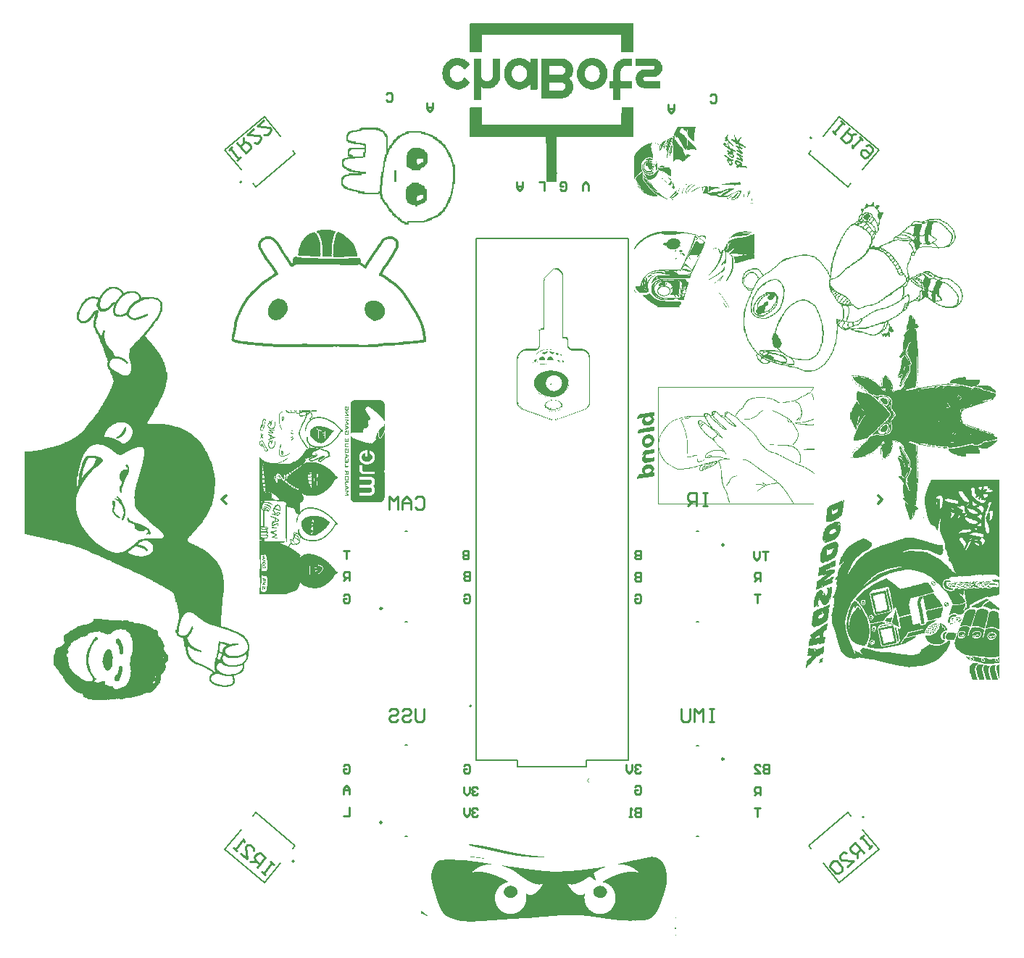
<source format=gbr>
G04*
G04 #@! TF.GenerationSoftware,Altium Limited,Altium Designer,25.4.2 (15)*
G04*
G04 Layer_Color=32896*
%FSLAX44Y44*%
%MOMM*%
G71*
G04*
G04 #@! TF.SameCoordinates,80CFFD5A-54A5-451F-B997-A2DA6E1B210F*
G04*
G04*
G04 #@! TF.FilePolarity,Positive*
G04*
G01*
G75*
%ADD10C,0.2000*%
%ADD11C,0.1270*%
%ADD12C,0.3000*%
%ADD13C,0.2540*%
%ADD94C,0.2500*%
%ADD95C,0.1000*%
G36*
X1194819Y1622509D02*
X1181000D01*
Y1643000D01*
X1018027D01*
Y1622509D01*
X1004684D01*
Y1622986D01*
X1004207D01*
Y1655866D01*
X1004684D01*
Y1656819D01*
X1194819D01*
Y1622509D01*
D02*
G37*
G36*
X992770Y1615361D02*
X995153D01*
Y1614885D01*
X996106D01*
Y1614408D01*
X997536D01*
Y1613932D01*
X998489D01*
Y1613455D01*
X998965D01*
Y1612979D01*
X999918D01*
Y1612502D01*
X1000395D01*
Y1612025D01*
X1000872D01*
Y1611549D01*
X1001348D01*
Y1611072D01*
X1002301D01*
Y1610596D01*
X1002778D01*
Y1609643D01*
X1003254D01*
Y1609166D01*
X1003731D01*
Y1608690D01*
X1004207D01*
Y1608213D01*
X1003731D01*
Y1607737D01*
X1003254D01*
Y1607260D01*
X1002778D01*
Y1606784D01*
X1002301D01*
Y1606307D01*
X1001824D01*
Y1605831D01*
X1001348D01*
Y1605354D01*
X1000872D01*
Y1604877D01*
X1000395D01*
Y1604401D01*
X999918D01*
Y1603925D01*
X999442D01*
Y1603448D01*
X998965D01*
Y1602971D01*
X998489D01*
Y1602495D01*
X998012D01*
Y1602018D01*
X997536D01*
Y1602971D01*
X997059D01*
Y1603448D01*
X996583D01*
Y1604401D01*
X996106D01*
Y1604877D01*
X995153D01*
Y1605354D01*
X994677D01*
Y1605831D01*
X993724D01*
Y1606307D01*
X992770D01*
Y1606784D01*
X991341D01*
Y1607260D01*
X988005D01*
Y1606784D01*
X986099D01*
Y1606307D01*
X985146D01*
Y1605831D01*
X984669D01*
Y1605354D01*
X983716D01*
Y1604877D01*
X983240D01*
Y1604401D01*
X982763D01*
Y1603448D01*
X982287D01*
Y1602971D01*
X981810D01*
Y1602018D01*
X981334D01*
Y1600589D01*
X980857D01*
Y1595347D01*
X981334D01*
Y1593917D01*
X981810D01*
Y1592964D01*
X982287D01*
Y1592011D01*
X982763D01*
Y1591535D01*
X983240D01*
Y1590582D01*
X983716D01*
Y1590105D01*
X984669D01*
Y1589629D01*
X985146D01*
Y1589152D01*
X986099D01*
Y1588676D01*
X987052D01*
Y1588199D01*
X992294D01*
Y1588676D01*
X993247D01*
Y1589152D01*
X994200D01*
Y1589629D01*
X994677D01*
Y1590105D01*
X995630D01*
Y1590582D01*
X996106D01*
Y1591535D01*
X996583D01*
Y1592011D01*
X997059D01*
Y1592964D01*
X997536D01*
Y1593441D01*
X998489D01*
Y1592964D01*
X998965D01*
Y1592488D01*
X999442D01*
Y1592011D01*
X999918D01*
Y1591535D01*
X1000395D01*
Y1591058D01*
X1000872D01*
Y1590582D01*
X1001348D01*
Y1590105D01*
X1001824D01*
Y1589629D01*
X1002301D01*
Y1589152D01*
X1002778D01*
Y1588676D01*
X1003254D01*
Y1588199D01*
X1003731D01*
Y1587722D01*
X1004207D01*
Y1587246D01*
X1003731D01*
Y1586293D01*
X1003254D01*
Y1585816D01*
X1002778D01*
Y1585340D01*
X1002301D01*
Y1584387D01*
X1001824D01*
Y1583910D01*
X1000872D01*
Y1583434D01*
X1000395D01*
Y1582957D01*
X999918D01*
Y1582481D01*
X999442D01*
Y1582004D01*
X998489D01*
Y1581528D01*
X997536D01*
Y1581051D01*
X996583D01*
Y1580574D01*
X995630D01*
Y1580098D01*
X994200D01*
Y1579621D01*
X991817D01*
Y1579145D01*
X987529D01*
Y1579621D01*
X985146D01*
Y1580098D01*
X983716D01*
Y1580574D01*
X982287D01*
Y1581051D01*
X981810D01*
Y1581528D01*
X980857D01*
Y1582004D01*
X979904D01*
Y1582481D01*
X979428D01*
Y1582957D01*
X978951D01*
Y1583434D01*
X978475D01*
Y1583910D01*
X977522D01*
Y1584387D01*
X977045D01*
Y1585340D01*
X976568D01*
Y1585816D01*
X976092D01*
Y1586293D01*
X975615D01*
Y1586769D01*
X975139D01*
Y1587722D01*
X974662D01*
Y1588676D01*
X974186D01*
Y1589629D01*
X973709D01*
Y1590582D01*
X973233D01*
Y1591535D01*
X972756D01*
Y1593441D01*
X972280D01*
Y1596300D01*
X971803D01*
Y1600112D01*
X972280D01*
Y1602971D01*
X972756D01*
Y1604401D01*
X973233D01*
Y1605354D01*
X973709D01*
Y1606307D01*
X974186D01*
Y1607260D01*
X974662D01*
Y1608213D01*
X975139D01*
Y1608690D01*
X975615D01*
Y1609166D01*
X976092D01*
Y1610119D01*
X976568D01*
Y1610596D01*
X977045D01*
Y1611072D01*
X977522D01*
Y1611549D01*
X977998D01*
Y1612025D01*
X978951D01*
Y1612502D01*
X979428D01*
Y1612979D01*
X980381D01*
Y1613455D01*
X980857D01*
Y1613932D01*
X981810D01*
Y1614408D01*
X982763D01*
Y1614885D01*
X984193D01*
Y1615361D01*
X986099D01*
Y1615838D01*
X992770D01*
Y1615361D01*
D02*
G37*
G36*
X1039470Y1591535D02*
X1038994D01*
Y1590105D01*
X1038517D01*
Y1588676D01*
X1038041D01*
Y1587722D01*
X1037564D01*
Y1587246D01*
X1037088D01*
Y1586293D01*
X1036611D01*
Y1585816D01*
X1036135D01*
Y1585340D01*
X1035658D01*
Y1584863D01*
X1035182D01*
Y1584387D01*
X1034705D01*
Y1583910D01*
X1034229D01*
Y1583434D01*
X1033752D01*
Y1582957D01*
X1033276D01*
Y1582481D01*
X1032322D01*
Y1582004D01*
X1031846D01*
Y1581528D01*
X1030893D01*
Y1581051D01*
X1029463D01*
Y1580574D01*
X1028034D01*
Y1580098D01*
X1020886D01*
Y1580574D01*
X1019456D01*
Y1581051D01*
X1018503D01*
Y1581528D01*
X1018027D01*
Y1582004D01*
X1017550D01*
Y1566755D01*
X1008496D01*
Y1567232D01*
Y1567708D01*
Y1615361D01*
X1017550D01*
Y1593441D01*
X1018027D01*
Y1592011D01*
X1018503D01*
Y1591535D01*
X1018980D01*
Y1591058D01*
X1019456D01*
Y1590582D01*
X1019933D01*
Y1590105D01*
X1020409D01*
Y1589629D01*
X1021362D01*
Y1589152D01*
X1022315D01*
Y1588676D01*
X1026128D01*
Y1589152D01*
X1027081D01*
Y1589629D01*
X1028034D01*
Y1590105D01*
X1028510D01*
Y1590582D01*
X1028987D01*
Y1591058D01*
X1029463D01*
Y1591535D01*
X1029940D01*
Y1592488D01*
X1030416D01*
Y1593441D01*
X1030893D01*
Y1615361D01*
X1039470D01*
Y1591535D01*
D02*
G37*
G36*
X1219599Y1614885D02*
X1221505D01*
Y1614408D01*
X1222935D01*
Y1613932D01*
X1223888D01*
Y1613455D01*
X1224364D01*
Y1612979D01*
X1224841D01*
Y1612502D01*
X1225317D01*
Y1612025D01*
X1225794D01*
Y1611549D01*
X1226270D01*
Y1611072D01*
X1226747D01*
Y1610596D01*
X1227224D01*
Y1609643D01*
X1227700D01*
Y1608690D01*
X1228176D01*
Y1607737D01*
X1228653D01*
Y1605354D01*
X1229130D01*
Y1603448D01*
X1228653D01*
Y1601065D01*
X1228176D01*
Y1599636D01*
X1227700D01*
Y1599159D01*
X1227224D01*
Y1598206D01*
X1226747D01*
Y1597730D01*
X1226270D01*
Y1597253D01*
X1225794D01*
Y1596776D01*
X1225317D01*
Y1596300D01*
X1224841D01*
Y1595824D01*
X1223888D01*
Y1595347D01*
X1222935D01*
Y1594870D01*
X1221982D01*
Y1594394D01*
X1220076D01*
Y1593917D01*
X1207686D01*
Y1593441D01*
X1207209D01*
Y1592964D01*
X1206733D01*
Y1592488D01*
X1206256D01*
Y1591058D01*
X1206733D01*
Y1590105D01*
X1207209D01*
Y1589629D01*
X1208162D01*
Y1589152D01*
X1226747D01*
Y1580574D01*
X1206733D01*
Y1581051D01*
X1204827D01*
Y1581528D01*
X1203874D01*
Y1582004D01*
X1202920D01*
Y1582481D01*
X1201967D01*
Y1582957D01*
X1201491D01*
Y1583434D01*
X1201014D01*
Y1583910D01*
X1200538D01*
Y1584387D01*
X1200061D01*
Y1584863D01*
X1199585D01*
Y1585816D01*
X1199108D01*
Y1586769D01*
X1198632D01*
Y1587722D01*
X1198155D01*
Y1589629D01*
X1197679D01*
Y1593917D01*
X1198155D01*
Y1595347D01*
X1198632D01*
Y1596776D01*
X1199108D01*
Y1597253D01*
X1199585D01*
Y1598206D01*
X1200061D01*
Y1598683D01*
X1200538D01*
Y1599159D01*
X1201014D01*
Y1599636D01*
X1201491D01*
Y1600112D01*
X1201967D01*
Y1600589D01*
X1202444D01*
Y1601065D01*
X1203397D01*
Y1601542D01*
X1204350D01*
Y1602018D01*
X1205780D01*
Y1602495D01*
X1218646D01*
Y1602971D01*
X1220076D01*
Y1605831D01*
X1219599D01*
Y1606307D01*
X1218646D01*
Y1606784D01*
X1197679D01*
Y1615361D01*
X1219599D01*
Y1614885D01*
D02*
G37*
G36*
X1150502Y1615361D02*
X1152408D01*
Y1614885D01*
X1153838D01*
Y1614408D01*
X1154791D01*
Y1613932D01*
X1155744D01*
Y1613455D01*
X1156697D01*
Y1612979D01*
X1157173D01*
Y1612502D01*
X1157650D01*
Y1612025D01*
X1158603D01*
Y1611549D01*
X1159080D01*
Y1611072D01*
X1159556D01*
Y1610596D01*
X1160033D01*
Y1610119D01*
X1160509D01*
Y1609166D01*
X1160986D01*
Y1608690D01*
X1161462D01*
Y1608213D01*
X1161939D01*
Y1607260D01*
X1162415D01*
Y1606307D01*
X1162892D01*
Y1605354D01*
X1163368D01*
Y1604401D01*
X1163845D01*
Y1602971D01*
X1164321D01*
Y1600589D01*
X1164798D01*
Y1594394D01*
X1164321D01*
Y1592011D01*
X1163845D01*
Y1590582D01*
X1163368D01*
Y1589629D01*
X1162892D01*
Y1588199D01*
X1162415D01*
Y1587722D01*
X1161939D01*
Y1586769D01*
X1161462D01*
Y1586293D01*
X1160986D01*
Y1585340D01*
X1160509D01*
Y1584863D01*
X1160033D01*
Y1584387D01*
X1159556D01*
Y1583910D01*
X1159080D01*
Y1583434D01*
X1158603D01*
Y1582957D01*
X1157650D01*
Y1582481D01*
X1157173D01*
Y1582004D01*
X1156220D01*
Y1581528D01*
X1155744D01*
Y1581051D01*
X1154791D01*
Y1580574D01*
X1153361D01*
Y1580098D01*
X1151932D01*
Y1579621D01*
X1149549D01*
Y1579145D01*
X1144784D01*
Y1579621D01*
X1142401D01*
Y1580098D01*
X1140971D01*
Y1580574D01*
X1139542D01*
Y1581051D01*
X1138589D01*
Y1581528D01*
X1138112D01*
Y1582004D01*
X1137159D01*
Y1582481D01*
X1136683D01*
Y1582957D01*
X1135730D01*
Y1583434D01*
X1135253D01*
Y1583910D01*
X1134777D01*
Y1584387D01*
X1134300D01*
Y1584863D01*
X1133823D01*
Y1585340D01*
X1133347D01*
Y1586293D01*
X1132870D01*
Y1586769D01*
X1132394D01*
Y1587722D01*
X1131917D01*
Y1588199D01*
X1131441D01*
Y1589152D01*
X1130964D01*
Y1590105D01*
X1130488D01*
Y1591535D01*
X1130011D01*
Y1593441D01*
X1129535D01*
Y1601542D01*
X1130011D01*
Y1602018D01*
Y1603448D01*
X1130488D01*
Y1604877D01*
X1130964D01*
Y1605831D01*
X1131441D01*
Y1606784D01*
X1131917D01*
Y1607737D01*
X1132394D01*
Y1608213D01*
X1132870D01*
Y1609166D01*
X1133347D01*
Y1609643D01*
X1133823D01*
Y1610119D01*
X1134300D01*
Y1610596D01*
X1134777D01*
Y1611072D01*
X1135253D01*
Y1611549D01*
X1135730D01*
Y1612025D01*
X1136206D01*
Y1612502D01*
X1137159D01*
Y1612979D01*
X1137636D01*
Y1613455D01*
X1138589D01*
Y1613932D01*
X1139542D01*
Y1614408D01*
X1140495D01*
Y1614885D01*
X1141925D01*
Y1615361D01*
X1143831D01*
Y1615838D01*
X1150502D01*
Y1615361D01*
D02*
G37*
G36*
X1064727D02*
X1066633D01*
Y1614885D01*
X1068062D01*
Y1614408D01*
X1069015D01*
Y1613932D01*
X1069968D01*
Y1613455D01*
X1070921D01*
Y1612979D01*
X1071398D01*
Y1612502D01*
X1072351D01*
Y1612025D01*
X1072828D01*
Y1611549D01*
X1073304D01*
Y1611072D01*
X1073781D01*
Y1610596D01*
X1074734D01*
Y1615361D01*
X1083311D01*
Y1579621D01*
X1082835D01*
Y1579145D01*
X1074734D01*
Y1584387D01*
X1073781D01*
Y1583910D01*
X1072828D01*
Y1583434D01*
X1072351D01*
Y1582957D01*
X1071874D01*
Y1582481D01*
X1070921D01*
Y1582004D01*
X1070445D01*
Y1581528D01*
X1069492D01*
Y1581051D01*
X1068539D01*
Y1580574D01*
X1067586D01*
Y1580098D01*
X1066156D01*
Y1579621D01*
X1064250D01*
Y1579145D01*
X1059961D01*
Y1579621D01*
X1057102D01*
Y1580098D01*
X1055673D01*
Y1580574D01*
X1054719D01*
Y1581051D01*
X1053766D01*
Y1581528D01*
X1052813D01*
Y1582004D01*
X1051860D01*
Y1582481D01*
X1051384D01*
Y1582957D01*
X1050907D01*
Y1583434D01*
X1050431D01*
Y1583910D01*
X1049954D01*
Y1584387D01*
X1049478D01*
Y1584863D01*
X1049001D01*
Y1585340D01*
X1048524D01*
Y1585816D01*
X1048048D01*
Y1586293D01*
X1047571D01*
Y1587246D01*
X1047095D01*
Y1588199D01*
X1046618D01*
Y1588676D01*
X1046142D01*
Y1590105D01*
X1045665D01*
Y1591058D01*
X1045189D01*
Y1592488D01*
X1044712D01*
Y1595347D01*
X1044236D01*
Y1599636D01*
X1044712D01*
Y1602971D01*
X1045189D01*
Y1604401D01*
X1045665D01*
Y1605831D01*
X1046142D01*
Y1606784D01*
X1046618D01*
Y1607737D01*
X1047095D01*
Y1608213D01*
X1047571D01*
Y1609166D01*
X1048048D01*
Y1609643D01*
X1048524D01*
Y1610119D01*
X1049001D01*
Y1610596D01*
X1049478D01*
Y1611072D01*
X1049954D01*
Y1611549D01*
X1050431D01*
Y1612025D01*
X1050907D01*
Y1612502D01*
X1051384D01*
Y1612979D01*
X1052337D01*
Y1613455D01*
X1053290D01*
Y1613932D01*
X1053766D01*
Y1614408D01*
X1055196D01*
Y1614885D01*
X1056626D01*
Y1615361D01*
X1058532D01*
Y1615838D01*
X1064727D01*
Y1615361D01*
D02*
G37*
G36*
X1112856Y1614885D02*
X1115239D01*
Y1614408D01*
X1116668D01*
Y1613932D01*
X1117621D01*
Y1613455D01*
X1118098D01*
Y1612979D01*
X1119051D01*
Y1612502D01*
X1119528D01*
Y1612025D01*
X1120004D01*
Y1611549D01*
X1120957D01*
Y1610596D01*
X1121434D01*
Y1610119D01*
X1121910D01*
Y1609643D01*
X1122387D01*
Y1609166D01*
X1122863D01*
Y1608213D01*
X1123340D01*
Y1607260D01*
X1123816D01*
Y1606307D01*
X1124293D01*
Y1604877D01*
X1124769D01*
Y1598683D01*
X1124293D01*
Y1596776D01*
X1123816D01*
Y1595824D01*
X1123340D01*
Y1594870D01*
X1122863D01*
Y1594394D01*
X1122387D01*
Y1593917D01*
X1121910D01*
Y1593441D01*
X1121434D01*
Y1592964D01*
X1120957D01*
Y1592488D01*
X1120481D01*
Y1591535D01*
X1120957D01*
Y1591058D01*
X1121434D01*
Y1590582D01*
X1121910D01*
Y1590105D01*
X1122387D01*
Y1589629D01*
X1122863D01*
Y1588676D01*
X1123340D01*
Y1587722D01*
X1123816D01*
Y1586769D01*
X1124293D01*
Y1585340D01*
X1124769D01*
Y1579145D01*
X1124293D01*
Y1577715D01*
X1123816D01*
Y1576762D01*
X1123340D01*
Y1575809D01*
X1122863D01*
Y1574856D01*
X1122387D01*
Y1574380D01*
X1121910D01*
Y1573903D01*
X1121434D01*
Y1573427D01*
X1120957D01*
Y1572950D01*
X1120481D01*
Y1572473D01*
X1120004D01*
Y1571997D01*
X1119528D01*
Y1571520D01*
X1119051D01*
Y1571044D01*
X1118098D01*
Y1570567D01*
X1117621D01*
Y1570091D01*
X1116668D01*
Y1569614D01*
X1115239D01*
Y1569138D01*
X1113333D01*
Y1568661D01*
X1087600D01*
Y1615361D01*
X1112856D01*
Y1614885D01*
D02*
G37*
G36*
X1193866Y1606784D02*
X1186242D01*
Y1606307D01*
X1184336D01*
Y1605831D01*
X1183383D01*
Y1605354D01*
X1182906D01*
Y1604877D01*
X1182430D01*
Y1604401D01*
X1181953D01*
Y1603925D01*
X1181477D01*
Y1603448D01*
X1181000D01*
Y1602495D01*
X1180524D01*
Y1601065D01*
X1180047D01*
Y1589629D01*
X1180524D01*
Y1589152D01*
X1193866D01*
Y1580574D01*
X1180047D01*
Y1566755D01*
X1171469D01*
Y1570567D01*
Y1571044D01*
Y1580574D01*
X1167181D01*
Y1589152D01*
X1171469D01*
Y1602018D01*
X1171946D01*
Y1604401D01*
X1172422D01*
Y1605831D01*
X1172899D01*
Y1606784D01*
X1173375D01*
Y1607737D01*
X1173852D01*
Y1608213D01*
X1174329D01*
Y1609166D01*
X1174805D01*
Y1609643D01*
X1175282D01*
Y1610119D01*
X1175758D01*
Y1610596D01*
X1176235D01*
Y1611072D01*
X1176711D01*
Y1611549D01*
X1177188D01*
Y1612025D01*
X1177664D01*
Y1612502D01*
X1178617D01*
Y1612979D01*
X1179570D01*
Y1613455D01*
X1180047D01*
Y1613932D01*
X1181477D01*
Y1614408D01*
X1182430D01*
Y1614885D01*
X1184812D01*
Y1615361D01*
X1193866D01*
Y1606784D01*
D02*
G37*
G36*
X1194819Y1523867D02*
X1105708D01*
Y1471449D01*
X1093318D01*
Y1515766D01*
X1092842D01*
Y1523867D01*
X1004207D01*
Y1524344D01*
Y1557701D01*
X1004684D01*
Y1558178D01*
X1018503D01*
Y1545311D01*
X1018027D01*
Y1538163D01*
X1181000D01*
Y1551506D01*
X1181477D01*
Y1558178D01*
X1194819D01*
Y1523867D01*
D02*
G37*
G36*
X1258683Y1535296D02*
X1258518D01*
Y1532656D01*
X1258353D01*
Y1531996D01*
X1258188D01*
Y1530511D01*
X1258023D01*
Y1529851D01*
X1258188D01*
Y1529686D01*
X1258023D01*
Y1529521D01*
X1257858D01*
Y1529686D01*
X1257528D01*
Y1529851D01*
X1257363D01*
Y1530016D01*
X1257198D01*
Y1530181D01*
X1257033D01*
Y1530346D01*
X1256703D01*
Y1530511D01*
X1256538D01*
Y1530676D01*
X1256208D01*
Y1530841D01*
X1255878D01*
Y1531006D01*
X1255548D01*
Y1531171D01*
X1255383D01*
Y1531336D01*
X1255053D01*
Y1531501D01*
X1254888D01*
Y1531666D01*
X1254723D01*
Y1531831D01*
X1254393D01*
Y1531996D01*
X1254228D01*
Y1532161D01*
X1254063D01*
Y1532326D01*
X1253898D01*
Y1532491D01*
X1253733D01*
Y1532656D01*
X1253568D01*
Y1532986D01*
X1253403D01*
Y1533151D01*
X1253238D01*
Y1533481D01*
X1253073D01*
Y1533646D01*
X1252908D01*
Y1533811D01*
X1252743D01*
Y1533976D01*
X1252578D01*
Y1534141D01*
X1252083D01*
Y1533976D01*
X1251918D01*
Y1533811D01*
X1251588D01*
Y1533646D01*
X1251423D01*
Y1533481D01*
X1251258D01*
Y1533316D01*
X1251093D01*
Y1533151D01*
X1250928D01*
Y1532986D01*
X1250762D01*
Y1532656D01*
X1250598D01*
Y1532491D01*
X1250433D01*
Y1532326D01*
X1250268D01*
Y1532161D01*
X1250103D01*
Y1531831D01*
X1249938D01*
Y1531666D01*
X1249772D01*
Y1531501D01*
X1249607D01*
Y1531171D01*
X1249443D01*
Y1531006D01*
X1249277D01*
Y1530511D01*
X1249112D01*
Y1530346D01*
X1248948D01*
Y1529191D01*
X1249112D01*
Y1529026D01*
X1249277D01*
Y1528861D01*
X1249443D01*
Y1528696D01*
X1249607D01*
Y1528531D01*
X1249772D01*
Y1528366D01*
X1250103D01*
Y1528201D01*
X1250268D01*
Y1528036D01*
X1250598D01*
Y1527871D01*
X1250928D01*
Y1527706D01*
X1251093D01*
Y1527541D01*
X1251588D01*
Y1527376D01*
X1251753D01*
Y1527211D01*
X1252248D01*
Y1527046D01*
X1252413D01*
Y1526881D01*
X1252743D01*
Y1526716D01*
X1253073D01*
Y1526551D01*
X1253403D01*
Y1526386D01*
X1253568D01*
Y1526221D01*
X1253733D01*
Y1526056D01*
X1254063D01*
Y1525891D01*
X1254228D01*
Y1525726D01*
X1254393D01*
Y1525561D01*
X1254558D01*
Y1525396D01*
X1254723D01*
Y1525231D01*
X1254888D01*
Y1525066D01*
X1255053D01*
Y1524736D01*
X1255218D01*
Y1524571D01*
X1255383D01*
Y1524406D01*
X1255548D01*
Y1524241D01*
X1255713D01*
Y1523911D01*
X1255878D01*
Y1523746D01*
X1256043D01*
Y1523581D01*
X1256208D01*
Y1523251D01*
X1256373D01*
Y1523086D01*
X1256538D01*
Y1522921D01*
X1256703D01*
Y1522591D01*
X1256868D01*
Y1522426D01*
X1257033D01*
Y1522261D01*
X1257198D01*
Y1522096D01*
X1257363D01*
Y1521931D01*
X1257528D01*
Y1521766D01*
X1257693D01*
Y1521436D01*
X1257858D01*
Y1521271D01*
X1258023D01*
Y1520281D01*
X1258188D01*
Y1515661D01*
X1258023D01*
Y1514011D01*
X1257858D01*
Y1513351D01*
X1257693D01*
Y1510876D01*
X1257528D01*
Y1510381D01*
X1257363D01*
Y1508566D01*
X1257198D01*
Y1508236D01*
X1257033D01*
Y1508071D01*
X1256703D01*
Y1508236D01*
X1256538D01*
Y1508401D01*
X1256208D01*
Y1508566D01*
X1256043D01*
Y1508731D01*
X1255878D01*
Y1508896D01*
X1255713D01*
Y1509061D01*
X1255548D01*
Y1509226D01*
X1255383D01*
Y1509391D01*
X1255218D01*
Y1509556D01*
X1255053D01*
Y1509886D01*
X1254888D01*
Y1510051D01*
X1254723D01*
Y1510381D01*
X1254558D01*
Y1510546D01*
X1254393D01*
Y1510876D01*
X1254228D01*
Y1511206D01*
X1254063D01*
Y1511371D01*
X1253898D01*
Y1511701D01*
X1253733D01*
Y1512031D01*
X1253568D01*
Y1512361D01*
X1253403D01*
Y1512526D01*
X1253238D01*
Y1512856D01*
X1253073D01*
Y1513351D01*
X1252908D01*
Y1513516D01*
X1252743D01*
Y1514011D01*
X1252578D01*
Y1514176D01*
X1252413D01*
Y1514671D01*
X1252248D01*
Y1514836D01*
X1252083D01*
Y1515166D01*
X1251918D01*
Y1515496D01*
X1251753D01*
Y1515661D01*
X1251588D01*
Y1516156D01*
X1251423D01*
Y1516321D01*
X1251258D01*
Y1516651D01*
X1251093D01*
Y1516816D01*
X1250928D01*
Y1517146D01*
X1250762D01*
Y1517476D01*
X1250598D01*
Y1517641D01*
X1250433D01*
Y1517971D01*
X1250268D01*
Y1518136D01*
X1250103D01*
Y1518466D01*
X1249938D01*
Y1518796D01*
X1249772D01*
Y1519126D01*
X1249607D01*
Y1519291D01*
X1249443D01*
Y1519456D01*
X1249277D01*
Y1519786D01*
X1249112D01*
Y1519951D01*
X1248948D01*
Y1520281D01*
X1248783D01*
Y1520611D01*
X1248617D01*
Y1520776D01*
X1248453D01*
Y1521106D01*
X1248288D01*
Y1521271D01*
X1248122D01*
Y1521601D01*
X1247958D01*
Y1521766D01*
X1247793D01*
Y1522096D01*
X1247627D01*
Y1522426D01*
X1247462D01*
Y1522591D01*
X1247298D01*
Y1522921D01*
X1247132D01*
Y1523086D01*
X1246967D01*
Y1523416D01*
X1246803D01*
Y1523581D01*
X1246308D01*
Y1523416D01*
X1246143D01*
Y1523251D01*
X1245977D01*
Y1523086D01*
X1245813D01*
Y1522921D01*
X1245648D01*
Y1522756D01*
X1245482D01*
Y1522591D01*
X1245318D01*
Y1522426D01*
X1244987D01*
Y1522756D01*
X1244822D01*
Y1523416D01*
X1244658D01*
Y1524241D01*
X1244492D01*
Y1524571D01*
X1244327D01*
Y1525231D01*
X1244163D01*
Y1525396D01*
X1243997D01*
Y1525231D01*
X1243832D01*
Y1524571D01*
X1243668D01*
Y1523746D01*
X1243503D01*
Y1520941D01*
X1243668D01*
Y1520776D01*
X1243832D01*
Y1520611D01*
X1243997D01*
Y1520446D01*
X1244163D01*
Y1520281D01*
X1244327D01*
Y1520116D01*
X1244658D01*
Y1519951D01*
X1244822D01*
Y1519786D01*
X1244987D01*
Y1519456D01*
X1245153D01*
Y1519291D01*
X1245318D01*
Y1519126D01*
X1245482D01*
Y1518961D01*
X1245648D01*
Y1518631D01*
X1245813D01*
Y1518301D01*
X1245977D01*
Y1518136D01*
X1246143D01*
Y1517971D01*
X1246308D01*
Y1517641D01*
X1246472D01*
Y1517476D01*
X1246637D01*
Y1517146D01*
X1246803D01*
Y1516981D01*
X1246967D01*
Y1516651D01*
X1247132D01*
Y1516486D01*
X1247298D01*
Y1516156D01*
X1247462D01*
Y1515991D01*
X1247627D01*
Y1515661D01*
X1247793D01*
Y1515496D01*
X1247958D01*
Y1515331D01*
X1248122D01*
Y1515001D01*
X1248288D01*
Y1514836D01*
X1248453D01*
Y1514671D01*
X1248617D01*
Y1514341D01*
X1248783D01*
Y1514176D01*
X1248948D01*
Y1514011D01*
X1249112D01*
Y1513846D01*
X1249277D01*
Y1513516D01*
X1249443D01*
Y1513351D01*
X1249607D01*
Y1513186D01*
X1249772D01*
Y1513021D01*
X1249938D01*
Y1512856D01*
X1250103D01*
Y1512691D01*
X1250268D01*
Y1512526D01*
X1250433D01*
Y1512361D01*
X1250762D01*
Y1512196D01*
X1250928D01*
Y1512031D01*
X1251093D01*
Y1511866D01*
X1251423D01*
Y1511701D01*
X1251588D01*
Y1511536D01*
X1251753D01*
Y1511371D01*
X1251918D01*
Y1511206D01*
X1252083D01*
Y1511041D01*
X1252248D01*
Y1510876D01*
X1252413D01*
Y1510546D01*
X1252578D01*
Y1510381D01*
X1252743D01*
Y1509886D01*
X1252908D01*
Y1509556D01*
X1253073D01*
Y1508896D01*
X1253238D01*
Y1508566D01*
X1253403D01*
Y1507906D01*
X1253568D01*
Y1507246D01*
X1253733D01*
Y1506916D01*
X1253898D01*
Y1506256D01*
X1254063D01*
Y1505926D01*
X1254228D01*
Y1505431D01*
X1254393D01*
Y1505101D01*
X1254558D01*
Y1504606D01*
X1254723D01*
Y1504276D01*
X1254888D01*
Y1503946D01*
X1255053D01*
Y1503451D01*
X1255218D01*
Y1503286D01*
X1255383D01*
Y1502956D01*
X1255548D01*
Y1502791D01*
X1255713D01*
Y1502626D01*
X1255878D01*
Y1502296D01*
X1256208D01*
Y1502131D01*
X1256373D01*
Y1501966D01*
X1256208D01*
Y1499491D01*
X1256043D01*
Y1497180D01*
X1255878D01*
Y1496850D01*
X1255713D01*
Y1496521D01*
X1255548D01*
Y1496355D01*
X1255383D01*
Y1496190D01*
X1255218D01*
Y1496026D01*
X1255053D01*
Y1495695D01*
X1254723D01*
Y1495531D01*
X1254558D01*
Y1495365D01*
X1253898D01*
Y1495201D01*
X1252908D01*
Y1495036D01*
X1252248D01*
Y1495201D01*
X1251918D01*
Y1495365D01*
X1251588D01*
Y1495531D01*
X1251423D01*
Y1495695D01*
X1251093D01*
Y1495860D01*
X1250928D01*
Y1496026D01*
X1250762D01*
Y1496190D01*
X1250268D01*
Y1496355D01*
X1250103D01*
Y1496521D01*
X1249772D01*
Y1496685D01*
X1249607D01*
Y1496850D01*
X1249112D01*
Y1497016D01*
X1248948D01*
Y1497180D01*
X1248453D01*
Y1497345D01*
X1247958D01*
Y1497511D01*
X1247627D01*
Y1497675D01*
X1246967D01*
Y1497841D01*
X1246143D01*
Y1498006D01*
X1245977D01*
Y1497841D01*
X1245482D01*
Y1497675D01*
X1245153D01*
Y1497511D01*
X1244987D01*
Y1497345D01*
X1244658D01*
Y1497180D01*
X1244492D01*
Y1497016D01*
X1244327D01*
Y1496850D01*
X1244163D01*
Y1496685D01*
X1243997D01*
Y1496521D01*
X1243832D01*
Y1496190D01*
X1243503D01*
Y1496026D01*
X1243337D01*
Y1495860D01*
X1243172D01*
Y1495531D01*
X1243007D01*
Y1495365D01*
X1242842D01*
Y1495201D01*
X1242677D01*
Y1495036D01*
X1242513D01*
Y1494870D01*
X1242347D01*
Y1494541D01*
X1242017D01*
Y1494375D01*
X1241687D01*
Y1503286D01*
X1241522D01*
Y1507246D01*
X1241687D01*
Y1507741D01*
X1241852D01*
Y1509556D01*
X1241687D01*
Y1510876D01*
X1241522D01*
Y1512196D01*
X1241357D01*
Y1514341D01*
X1241192D01*
Y1515166D01*
X1241027D01*
Y1515496D01*
X1240862D01*
Y1515991D01*
X1240697D01*
Y1516321D01*
X1240532D01*
Y1516651D01*
X1240367D01*
Y1518136D01*
X1240532D01*
Y1519456D01*
X1240697D01*
Y1519951D01*
X1240862D01*
Y1520941D01*
X1241027D01*
Y1521271D01*
X1241192D01*
Y1522426D01*
X1241357D01*
Y1522591D01*
X1241522D01*
Y1523581D01*
X1241357D01*
Y1523416D01*
X1241192D01*
Y1522591D01*
X1241027D01*
Y1522426D01*
X1240862D01*
Y1521766D01*
X1240697D01*
Y1521436D01*
X1240532D01*
Y1521106D01*
X1240367D01*
Y1520281D01*
X1240202D01*
Y1520116D01*
X1240037D01*
Y1518961D01*
X1239872D01*
Y1518631D01*
X1239707D01*
Y1517806D01*
X1239542D01*
Y1517311D01*
X1239377D01*
Y1516651D01*
X1239212D01*
Y1515991D01*
X1239047D01*
Y1515496D01*
X1238882D01*
Y1514506D01*
X1238717D01*
Y1514011D01*
X1238552D01*
Y1513021D01*
X1238387D01*
Y1512526D01*
X1238222D01*
Y1511701D01*
X1238057D01*
Y1510711D01*
X1237892D01*
Y1510051D01*
X1237727D01*
Y1508236D01*
X1237562D01*
Y1507576D01*
X1237397D01*
Y1506091D01*
X1237232D01*
Y1505431D01*
X1237067D01*
Y1504936D01*
X1236902D01*
Y1504111D01*
X1236737D01*
Y1505431D01*
X1236902D01*
Y1507081D01*
X1237067D01*
Y1508401D01*
X1237232D01*
Y1509226D01*
X1237397D01*
Y1510711D01*
X1237562D01*
Y1511206D01*
X1237727D01*
Y1512526D01*
X1237892D01*
Y1513186D01*
X1238057D01*
Y1514011D01*
X1238222D01*
Y1514836D01*
X1238387D01*
Y1515331D01*
X1238552D01*
Y1516321D01*
X1238717D01*
Y1516486D01*
X1238882D01*
Y1517476D01*
X1239047D01*
Y1517806D01*
X1239212D01*
Y1518631D01*
X1239377D01*
Y1519126D01*
X1239542D01*
Y1519456D01*
X1239707D01*
Y1520116D01*
X1239377D01*
Y1519786D01*
X1239212D01*
Y1519126D01*
X1239047D01*
Y1518961D01*
X1238882D01*
Y1518136D01*
X1238717D01*
Y1517971D01*
X1238552D01*
Y1517146D01*
X1238387D01*
Y1516816D01*
X1238222D01*
Y1516321D01*
X1238057D01*
Y1515331D01*
X1237892D01*
Y1515166D01*
X1237727D01*
Y1514176D01*
X1237562D01*
Y1513681D01*
X1237397D01*
Y1512856D01*
X1237232D01*
Y1512196D01*
X1237067D01*
Y1511536D01*
X1236902D01*
Y1510711D01*
X1236737D01*
Y1510051D01*
X1236572D01*
Y1509061D01*
X1236407D01*
Y1508566D01*
X1236242D01*
Y1507411D01*
X1236077D01*
Y1506586D01*
X1235912D01*
Y1505596D01*
X1235747D01*
Y1504441D01*
X1235582D01*
Y1503781D01*
X1235417D01*
Y1502296D01*
X1235252D01*
Y1501801D01*
X1235087D01*
Y1500811D01*
X1234922D01*
Y1500316D01*
X1234757D01*
Y1499821D01*
X1234592D01*
Y1499491D01*
X1234262D01*
Y1500645D01*
X1234427D01*
Y1502956D01*
X1234592D01*
Y1504936D01*
X1234427D01*
Y1505266D01*
X1234592D01*
Y1506916D01*
X1234427D01*
Y1506586D01*
X1234262D01*
Y1506091D01*
X1233932D01*
Y1507741D01*
X1234097D01*
Y1508071D01*
X1234262D01*
Y1509391D01*
X1233932D01*
Y1508566D01*
X1233767D01*
Y1508401D01*
X1233437D01*
Y1509721D01*
X1233272D01*
Y1511041D01*
X1233107D01*
Y1511536D01*
X1233272D01*
Y1511701D01*
X1233107D01*
Y1511866D01*
X1233272D01*
Y1512691D01*
X1233437D01*
Y1513516D01*
X1233602D01*
Y1514011D01*
X1233767D01*
Y1514341D01*
X1233932D01*
Y1515001D01*
X1234262D01*
Y1515661D01*
X1234427D01*
Y1515991D01*
X1234592D01*
Y1515001D01*
X1234427D01*
Y1514836D01*
X1234262D01*
Y1513846D01*
X1234097D01*
Y1513516D01*
X1233932D01*
Y1512196D01*
X1233767D01*
Y1512031D01*
X1233602D01*
Y1511206D01*
X1233437D01*
Y1510051D01*
X1233602D01*
Y1509886D01*
X1233767D01*
Y1510546D01*
X1233932D01*
Y1511866D01*
X1234097D01*
Y1512031D01*
X1234262D01*
Y1512856D01*
X1234427D01*
Y1513516D01*
X1234592D01*
Y1514176D01*
X1234757D01*
Y1514836D01*
X1234922D01*
Y1515001D01*
X1235087D01*
Y1515661D01*
X1235252D01*
Y1515991D01*
X1235417D01*
Y1516651D01*
X1235582D01*
Y1516816D01*
X1235747D01*
Y1516981D01*
X1235912D01*
Y1517476D01*
X1236077D01*
Y1517641D01*
X1236242D01*
Y1518301D01*
X1236407D01*
Y1518466D01*
X1236572D01*
Y1519126D01*
X1236737D01*
Y1519291D01*
X1236902D01*
Y1519786D01*
X1237067D01*
Y1520116D01*
X1237232D01*
Y1520446D01*
X1237397D01*
Y1520941D01*
X1237562D01*
Y1521106D01*
X1237727D01*
Y1521766D01*
X1237892D01*
Y1521931D01*
X1238057D01*
Y1522261D01*
X1238222D01*
Y1522426D01*
X1238387D01*
Y1522591D01*
X1238882D01*
Y1522756D01*
X1240037D01*
Y1522921D01*
X1240202D01*
Y1523086D01*
X1240367D01*
Y1523251D01*
X1240532D01*
Y1523416D01*
X1240697D01*
Y1523581D01*
X1240862D01*
Y1523911D01*
X1241027D01*
Y1524076D01*
X1241192D01*
Y1524241D01*
X1241357D01*
Y1524406D01*
X1241522D01*
Y1524571D01*
X1241687D01*
Y1524736D01*
X1242017D01*
Y1524901D01*
X1242347D01*
Y1525066D01*
X1242513D01*
Y1525231D01*
X1242677D01*
Y1526221D01*
X1242842D01*
Y1527211D01*
X1243007D01*
Y1527541D01*
X1243172D01*
Y1528036D01*
X1243337D01*
Y1528366D01*
X1243503D01*
Y1528696D01*
X1243668D01*
Y1529026D01*
X1243832D01*
Y1529356D01*
X1243997D01*
Y1529851D01*
X1244163D01*
Y1530016D01*
X1244327D01*
Y1530511D01*
X1244492D01*
Y1530841D01*
X1244658D01*
Y1531171D01*
X1244822D01*
Y1531501D01*
X1244987D01*
Y1531996D01*
X1245153D01*
Y1532326D01*
X1245318D01*
Y1532656D01*
X1245482D01*
Y1532986D01*
X1245648D01*
Y1533316D01*
X1245813D01*
Y1533811D01*
X1245977D01*
Y1533976D01*
X1246143D01*
Y1534471D01*
X1246308D01*
Y1534801D01*
X1246472D01*
Y1535131D01*
X1246637D01*
Y1535461D01*
X1246803D01*
Y1535791D01*
X1246967D01*
Y1535956D01*
X1258683D01*
Y1535296D01*
D02*
G37*
G36*
X1312968Y1526221D02*
X1313133D01*
Y1526056D01*
X1313298D01*
Y1525891D01*
X1313463D01*
Y1525561D01*
X1313628D01*
Y1524736D01*
X1313793D01*
Y1524241D01*
X1313958D01*
Y1524076D01*
X1314123D01*
Y1523746D01*
X1314453D01*
Y1523581D01*
X1314783D01*
Y1523251D01*
X1314948D01*
Y1522756D01*
X1315113D01*
Y1522426D01*
X1315278D01*
Y1522096D01*
X1315443D01*
Y1521766D01*
X1315608D01*
Y1521436D01*
X1315773D01*
Y1521106D01*
X1315938D01*
Y1520776D01*
X1316103D01*
Y1520446D01*
X1316268D01*
Y1520116D01*
X1316433D01*
Y1519951D01*
X1316598D01*
Y1519786D01*
X1316928D01*
Y1519951D01*
X1317258D01*
Y1520281D01*
X1317423D01*
Y1520446D01*
X1317588D01*
Y1520611D01*
X1317918D01*
Y1520776D01*
X1318083D01*
Y1520941D01*
X1318248D01*
Y1521106D01*
X1318578D01*
Y1521271D01*
X1318909D01*
Y1521436D01*
X1319073D01*
Y1521601D01*
X1319238D01*
Y1521766D01*
X1319568D01*
Y1522096D01*
X1319733D01*
Y1522261D01*
X1319899D01*
Y1522426D01*
X1320063D01*
Y1522591D01*
X1320228D01*
Y1523086D01*
X1320394D01*
Y1523416D01*
X1320558D01*
Y1523746D01*
X1320724D01*
Y1523911D01*
X1321053D01*
Y1523746D01*
X1321219D01*
Y1523416D01*
X1321053D01*
Y1521931D01*
X1320889D01*
Y1521766D01*
X1320724D01*
Y1521436D01*
X1320558D01*
Y1521271D01*
X1320394D01*
Y1521106D01*
X1320228D01*
Y1520941D01*
X1320063D01*
Y1520611D01*
X1319899D01*
Y1520116D01*
X1319733D01*
Y1519621D01*
X1319568D01*
Y1519126D01*
X1319404D01*
Y1518796D01*
X1319238D01*
Y1518466D01*
X1319073D01*
Y1518136D01*
X1318909D01*
Y1517971D01*
X1318743D01*
Y1517311D01*
X1319073D01*
Y1517146D01*
X1319238D01*
Y1516816D01*
X1319568D01*
Y1516651D01*
X1319733D01*
Y1516486D01*
X1319899D01*
Y1516321D01*
X1320228D01*
Y1516156D01*
X1320394D01*
Y1515991D01*
X1320558D01*
Y1515826D01*
X1320724D01*
Y1515661D01*
X1321384D01*
Y1515496D01*
X1321548D01*
Y1515331D01*
X1321879D01*
Y1515166D01*
X1322043D01*
Y1515001D01*
X1322374D01*
Y1514836D01*
X1322868D01*
Y1514671D01*
X1323033D01*
Y1514506D01*
X1323528D01*
Y1514341D01*
X1323694D01*
Y1514176D01*
X1324023D01*
Y1514011D01*
X1324189D01*
Y1513846D01*
X1324353D01*
Y1513681D01*
X1324684D01*
Y1513516D01*
X1324848D01*
Y1513351D01*
X1325013D01*
Y1513021D01*
X1325344D01*
Y1512856D01*
X1325509D01*
Y1512691D01*
X1325838D01*
Y1512526D01*
X1326169D01*
Y1512361D01*
X1326499D01*
Y1512196D01*
X1326829D01*
Y1511866D01*
X1326664D01*
Y1511701D01*
X1326499D01*
Y1511041D01*
X1326334D01*
Y1510711D01*
X1325838D01*
Y1510876D01*
X1325674D01*
Y1511041D01*
X1325509D01*
Y1511206D01*
X1325179D01*
Y1511371D01*
X1325013D01*
Y1511536D01*
X1324518D01*
Y1511701D01*
X1324353D01*
Y1511866D01*
X1324189D01*
Y1512031D01*
X1324023D01*
Y1512196D01*
X1323528D01*
Y1512361D01*
X1323199D01*
Y1512526D01*
X1322868D01*
Y1512691D01*
X1322374D01*
Y1512856D01*
X1322043D01*
Y1513021D01*
X1321548D01*
Y1513186D01*
X1321384D01*
Y1513351D01*
X1320889D01*
Y1513516D01*
X1320558D01*
Y1513681D01*
X1320394D01*
Y1513846D01*
X1319899D01*
Y1513186D01*
X1320063D01*
Y1513021D01*
X1320228D01*
Y1512856D01*
X1320394D01*
Y1512691D01*
X1320558D01*
Y1512526D01*
X1320724D01*
Y1512361D01*
X1320889D01*
Y1512196D01*
X1321053D01*
Y1512031D01*
X1321219D01*
Y1511866D01*
X1321384D01*
Y1511701D01*
X1321548D01*
Y1511536D01*
X1321714D01*
Y1511371D01*
X1322209D01*
Y1511041D01*
X1322538D01*
Y1510711D01*
X1322704D01*
Y1510216D01*
X1322538D01*
Y1510051D01*
X1322374D01*
Y1509886D01*
X1322209D01*
Y1509556D01*
X1320394D01*
Y1509721D01*
X1320228D01*
Y1509886D01*
X1319568D01*
Y1510051D01*
X1319238D01*
Y1509886D01*
X1319073D01*
Y1509391D01*
X1319238D01*
Y1509226D01*
X1319404D01*
Y1509061D01*
X1319568D01*
Y1508731D01*
X1319733D01*
Y1508566D01*
X1319899D01*
Y1508401D01*
X1320063D01*
Y1508236D01*
X1320228D01*
Y1508071D01*
X1320394D01*
Y1507906D01*
X1320558D01*
Y1507741D01*
X1320724D01*
Y1507576D01*
X1320889D01*
Y1507411D01*
X1321053D01*
Y1507246D01*
X1321219D01*
Y1507081D01*
X1321384D01*
Y1506916D01*
X1321548D01*
Y1506751D01*
X1321879D01*
Y1506586D01*
X1322043D01*
Y1506421D01*
X1322209D01*
Y1506091D01*
X1322374D01*
Y1505761D01*
X1322538D01*
Y1505596D01*
X1322704D01*
Y1505266D01*
X1322868D01*
Y1503946D01*
X1322538D01*
Y1503781D01*
X1322209D01*
Y1503616D01*
X1321384D01*
Y1503781D01*
X1321053D01*
Y1503946D01*
X1320889D01*
Y1504111D01*
X1320558D01*
Y1504276D01*
X1320394D01*
Y1504441D01*
X1320063D01*
Y1504606D01*
X1319899D01*
Y1504771D01*
X1319733D01*
Y1504936D01*
X1319404D01*
Y1505101D01*
X1319238D01*
Y1505266D01*
X1319073D01*
Y1505431D01*
X1318743D01*
Y1505596D01*
X1318414D01*
Y1505761D01*
X1317918D01*
Y1505926D01*
X1317753D01*
Y1506091D01*
X1317423D01*
Y1506256D01*
X1317258D01*
Y1506421D01*
X1317093D01*
Y1506586D01*
X1316763D01*
Y1506916D01*
X1316433D01*
Y1507081D01*
X1316103D01*
Y1507246D01*
X1315773D01*
Y1507411D01*
X1315608D01*
Y1507576D01*
X1315443D01*
Y1507906D01*
X1315608D01*
Y1508236D01*
X1315773D01*
Y1508566D01*
X1317093D01*
Y1508401D01*
X1317423D01*
Y1508236D01*
X1317753D01*
Y1508071D01*
X1318248D01*
Y1507906D01*
X1318578D01*
Y1508071D01*
X1318743D01*
Y1508401D01*
X1318578D01*
Y1508566D01*
X1318414D01*
Y1508731D01*
X1318248D01*
Y1509061D01*
X1318083D01*
Y1509226D01*
X1317918D01*
Y1509391D01*
X1317753D01*
Y1509721D01*
X1317588D01*
Y1509886D01*
X1317423D01*
Y1510051D01*
X1317258D01*
Y1510381D01*
X1316928D01*
Y1510546D01*
X1316763D01*
Y1510711D01*
X1316598D01*
Y1510876D01*
X1316433D01*
Y1511206D01*
X1316268D01*
Y1511371D01*
X1316103D01*
Y1511536D01*
X1315938D01*
Y1511701D01*
X1315773D01*
Y1512031D01*
X1315608D01*
Y1512196D01*
X1315278D01*
Y1512361D01*
X1315113D01*
Y1512526D01*
X1314948D01*
Y1513351D01*
X1315278D01*
Y1513516D01*
X1316598D01*
Y1513681D01*
X1316763D01*
Y1513516D01*
X1317093D01*
Y1513351D01*
X1317258D01*
Y1513186D01*
X1317423D01*
Y1513021D01*
X1317588D01*
Y1512856D01*
X1317753D01*
Y1512691D01*
X1317918D01*
Y1512526D01*
X1318578D01*
Y1513021D01*
X1318414D01*
Y1513351D01*
X1318248D01*
Y1513516D01*
X1318083D01*
Y1513846D01*
X1317918D01*
Y1514176D01*
X1317753D01*
Y1514506D01*
X1317588D01*
Y1514671D01*
Y1514836D01*
X1317423D01*
Y1515001D01*
X1317258D01*
Y1515166D01*
X1317093D01*
Y1515331D01*
X1316928D01*
Y1515496D01*
X1316433D01*
Y1515166D01*
X1316103D01*
Y1515331D01*
X1315773D01*
Y1515496D01*
X1314783D01*
Y1515661D01*
X1314618D01*
Y1515826D01*
X1314453D01*
Y1516816D01*
X1314123D01*
Y1516981D01*
X1313958D01*
Y1517146D01*
X1313628D01*
Y1517311D01*
X1313298D01*
Y1517476D01*
X1313133D01*
Y1517641D01*
X1312638D01*
Y1517806D01*
X1312308D01*
Y1517971D01*
X1312143D01*
Y1518136D01*
X1311978D01*
Y1518301D01*
X1311813D01*
Y1518631D01*
X1311648D01*
Y1518796D01*
X1311483D01*
Y1518961D01*
X1311318D01*
Y1519126D01*
X1310988D01*
Y1519291D01*
X1310823D01*
Y1519456D01*
X1310658D01*
Y1519621D01*
X1310163D01*
Y1519786D01*
X1309833D01*
Y1519951D01*
X1309008D01*
Y1520116D01*
X1308843D01*
Y1520611D01*
X1309173D01*
Y1520776D01*
X1309833D01*
Y1520941D01*
X1309998D01*
Y1521436D01*
X1310658D01*
Y1521271D01*
X1310823D01*
Y1521106D01*
X1311648D01*
Y1520941D01*
X1311978D01*
Y1520776D01*
X1312308D01*
Y1520611D01*
X1312473D01*
Y1520446D01*
X1312638D01*
Y1520281D01*
X1312968D01*
Y1520116D01*
X1313133D01*
Y1519951D01*
X1314123D01*
Y1520446D01*
X1313958D01*
Y1520776D01*
X1313793D01*
Y1521766D01*
X1313628D01*
Y1522096D01*
X1313463D01*
Y1522921D01*
X1313298D01*
Y1523416D01*
X1313133D01*
Y1523746D01*
X1312968D01*
Y1524736D01*
X1312803D01*
Y1525891D01*
X1312638D01*
Y1526551D01*
X1312968D01*
Y1526221D01*
D02*
G37*
G36*
X1233767Y1519621D02*
X1233602D01*
Y1519786D01*
X1233767D01*
Y1519621D01*
D02*
G37*
G36*
X1267923Y1535791D02*
X1267758D01*
Y1534636D01*
X1267593D01*
Y1533811D01*
X1267428D01*
Y1532986D01*
X1267263D01*
Y1531996D01*
X1267098D01*
Y1531336D01*
X1266933D01*
Y1529851D01*
X1266768D01*
Y1529191D01*
X1266603D01*
Y1527871D01*
X1266438D01*
Y1526386D01*
X1266273D01*
Y1524901D01*
X1266108D01*
Y1520776D01*
X1266273D01*
Y1520116D01*
X1266438D01*
Y1518961D01*
X1266273D01*
Y1518796D01*
X1265283D01*
Y1518961D01*
X1265118D01*
Y1519126D01*
X1264623D01*
Y1519291D01*
X1264458D01*
Y1519456D01*
X1264293D01*
Y1519621D01*
X1263963D01*
Y1519786D01*
X1263798D01*
Y1519951D01*
X1263468D01*
Y1520116D01*
X1263303D01*
Y1520281D01*
X1263138D01*
Y1520446D01*
X1262973D01*
Y1520611D01*
X1262808D01*
Y1520776D01*
X1262643D01*
Y1520941D01*
X1262478D01*
Y1521106D01*
X1262148D01*
Y1521271D01*
X1261983D01*
Y1521436D01*
X1261818D01*
Y1521601D01*
X1261653D01*
Y1521766D01*
X1261488D01*
Y1521931D01*
X1261323D01*
Y1522096D01*
X1261158D01*
Y1522261D01*
X1260993D01*
Y1522426D01*
X1260828D01*
Y1522591D01*
X1260663D01*
Y1522756D01*
X1260498D01*
Y1522921D01*
X1260333D01*
Y1523086D01*
X1260168D01*
Y1523251D01*
X1260003D01*
Y1523746D01*
X1259838D01*
Y1523911D01*
X1259673D01*
Y1524241D01*
X1259508D01*
Y1524736D01*
X1259343D01*
Y1525066D01*
X1259178D01*
Y1525726D01*
X1259013D01*
Y1526056D01*
X1258848D01*
Y1526716D01*
X1258683D01*
Y1527046D01*
X1258518D01*
Y1527706D01*
X1258353D01*
Y1527871D01*
Y1528201D01*
X1258188D01*
Y1528861D01*
X1258353D01*
Y1529686D01*
X1258518D01*
Y1531336D01*
X1258683D01*
Y1531831D01*
X1258848D01*
Y1533646D01*
X1259013D01*
Y1535461D01*
X1259178D01*
Y1535956D01*
X1267923D01*
Y1535791D01*
D02*
G37*
G36*
X1237397Y1521436D02*
X1237232D01*
Y1521106D01*
X1237067D01*
Y1520776D01*
X1236902D01*
Y1520446D01*
X1236737D01*
Y1520116D01*
X1236572D01*
Y1519456D01*
X1236407D01*
Y1519291D01*
X1236242D01*
Y1518796D01*
X1236077D01*
Y1518466D01*
X1235912D01*
Y1518136D01*
X1235747D01*
Y1517641D01*
X1235582D01*
Y1517476D01*
X1235417D01*
Y1516981D01*
X1235087D01*
Y1517146D01*
X1234757D01*
Y1516981D01*
X1234592D01*
Y1516816D01*
X1234262D01*
Y1516651D01*
X1234097D01*
Y1516486D01*
X1233932D01*
Y1516321D01*
X1233767D01*
Y1516156D01*
X1233602D01*
Y1515826D01*
X1233437D01*
Y1515661D01*
X1233272D01*
Y1515496D01*
X1233107D01*
Y1515166D01*
X1232942D01*
Y1515001D01*
X1232777D01*
Y1514506D01*
X1232612D01*
Y1513846D01*
X1232447D01*
Y1513186D01*
X1232282D01*
Y1512526D01*
X1232117D01*
Y1512196D01*
X1231952D01*
Y1511701D01*
X1231787D01*
Y1511371D01*
X1231622D01*
Y1510876D01*
X1231457D01*
Y1510711D01*
X1231292D01*
Y1510546D01*
X1230962D01*
Y1511866D01*
X1231127D01*
Y1512526D01*
X1231292D01*
Y1513186D01*
X1231457D01*
Y1513516D01*
X1231622D01*
Y1514011D01*
X1231787D01*
Y1514341D01*
X1231952D01*
Y1514671D01*
X1232117D01*
Y1515001D01*
X1232282D01*
Y1515166D01*
X1232447D01*
Y1515496D01*
X1232612D01*
Y1515661D01*
X1232777D01*
Y1515991D01*
X1233107D01*
Y1516321D01*
X1233272D01*
Y1516486D01*
X1233437D01*
Y1516816D01*
X1233602D01*
Y1517146D01*
X1233767D01*
Y1517311D01*
X1233932D01*
Y1517476D01*
Y1517641D01*
Y1517806D01*
X1234097D01*
Y1518136D01*
X1234262D01*
Y1518796D01*
X1234427D01*
Y1519291D01*
X1234592D01*
Y1519786D01*
X1234757D01*
Y1520611D01*
X1235087D01*
Y1520776D01*
X1235417D01*
Y1520941D01*
X1235582D01*
Y1521106D01*
X1235912D01*
Y1521271D01*
X1236077D01*
Y1521436D01*
X1236407D01*
Y1521601D01*
X1236737D01*
Y1521766D01*
X1237067D01*
Y1521931D01*
X1237397D01*
Y1521436D01*
D02*
G37*
G36*
X1234922Y1516156D02*
X1234757D01*
Y1516486D01*
X1234922D01*
Y1516156D01*
D02*
G37*
G36*
X1232282Y1515826D02*
X1232117D01*
Y1515991D01*
X1232282D01*
Y1515826D01*
D02*
G37*
G36*
X1231952Y1515496D02*
X1231787D01*
Y1515331D01*
X1231622D01*
Y1515496D01*
Y1515661D01*
X1231952D01*
Y1515496D01*
D02*
G37*
G36*
X1227332Y1515001D02*
X1227167D01*
Y1515166D01*
Y1515331D01*
X1227332D01*
Y1515001D01*
D02*
G37*
G36*
X1220402Y1516981D02*
X1220567D01*
Y1516816D01*
X1221392D01*
Y1516651D01*
X1221722D01*
Y1516486D01*
X1222217D01*
Y1516321D01*
X1222547D01*
Y1516156D01*
X1222877D01*
Y1515991D01*
X1223207D01*
Y1515826D01*
X1223372D01*
Y1515661D01*
X1223867D01*
Y1515331D01*
X1224197D01*
Y1515166D01*
X1224362D01*
Y1515001D01*
X1223867D01*
Y1515166D01*
X1223537D01*
Y1515331D01*
X1223207D01*
Y1515496D01*
X1223042D01*
Y1515661D01*
X1222547D01*
Y1515826D01*
X1222217D01*
Y1515991D01*
X1221887D01*
Y1516156D01*
X1221392D01*
Y1516321D01*
X1221227D01*
Y1516486D01*
X1220567D01*
Y1516651D01*
X1220237D01*
Y1516816D01*
X1217762D01*
Y1516651D01*
X1217597D01*
Y1516486D01*
X1217267D01*
Y1516321D01*
X1216937D01*
Y1515991D01*
X1216772D01*
Y1515826D01*
X1216607D01*
Y1515661D01*
X1216442D01*
Y1515496D01*
X1216277D01*
Y1515001D01*
X1216112D01*
Y1514506D01*
X1215947D01*
Y1513681D01*
X1215782D01*
Y1511371D01*
X1215947D01*
Y1510051D01*
X1216112D01*
Y1509391D01*
X1216277D01*
Y1508566D01*
X1216442D01*
Y1507906D01*
X1216607D01*
Y1507246D01*
X1216772D01*
Y1506916D01*
X1216937D01*
Y1506256D01*
X1217102D01*
Y1505596D01*
X1217267D01*
Y1505266D01*
X1217432D01*
Y1504606D01*
X1217597D01*
Y1504111D01*
X1217762D01*
Y1503451D01*
X1217927D01*
Y1502956D01*
X1218092D01*
Y1502131D01*
X1218257D01*
Y1501141D01*
X1218422D01*
Y1499160D01*
X1218257D01*
Y1498996D01*
X1217762D01*
Y1499160D01*
X1217267D01*
Y1499326D01*
X1216937D01*
Y1499491D01*
X1216112D01*
Y1499655D01*
X1214957D01*
Y1499821D01*
X1213472D01*
Y1499655D01*
X1212317D01*
Y1499491D01*
X1211492D01*
Y1499326D01*
X1211162D01*
Y1499160D01*
X1210502D01*
Y1498996D01*
X1210337D01*
Y1498831D01*
X1209842D01*
Y1498665D01*
X1209512D01*
Y1498501D01*
X1209347D01*
Y1498336D01*
X1209017D01*
Y1498170D01*
X1208852D01*
Y1498006D01*
X1208522D01*
Y1497841D01*
X1208357D01*
Y1497675D01*
X1208192D01*
Y1497511D01*
X1208027D01*
Y1497345D01*
X1207697D01*
Y1497180D01*
X1207532D01*
Y1497016D01*
X1207367D01*
Y1496850D01*
X1207202D01*
Y1496685D01*
X1207037D01*
Y1496521D01*
X1206872D01*
Y1496355D01*
X1206707D01*
Y1496026D01*
X1206542D01*
Y1495860D01*
X1206377D01*
Y1495695D01*
X1206212D01*
Y1495365D01*
X1206047D01*
Y1495201D01*
X1205882D01*
Y1494870D01*
X1205717D01*
Y1494706D01*
X1205552D01*
Y1494375D01*
X1205387D01*
Y1494045D01*
X1205222D01*
Y1493716D01*
X1205057D01*
Y1493220D01*
X1204892D01*
Y1492890D01*
X1204727D01*
Y1492230D01*
X1204562D01*
Y1491900D01*
X1204397D01*
Y1490745D01*
X1204232D01*
Y1487940D01*
X1204397D01*
Y1486950D01*
X1204562D01*
Y1486455D01*
X1204727D01*
Y1485795D01*
X1204892D01*
Y1485465D01*
X1205057D01*
Y1485135D01*
X1205222D01*
Y1484805D01*
X1205387D01*
Y1484475D01*
X1205552D01*
Y1484145D01*
X1205717D01*
Y1483980D01*
X1205552D01*
Y1483815D01*
X1205387D01*
Y1483650D01*
X1205222D01*
Y1483485D01*
X1205057D01*
Y1483320D01*
X1204892D01*
Y1483155D01*
X1204562D01*
Y1482990D01*
X1204397D01*
Y1482825D01*
X1204232D01*
Y1482660D01*
X1203902D01*
Y1482495D01*
X1203737D01*
Y1482330D01*
X1203572D01*
Y1482165D01*
X1203407D01*
Y1482000D01*
X1203077D01*
Y1481835D01*
X1202912D01*
Y1481670D01*
X1202747D01*
Y1481505D01*
X1202582D01*
Y1481340D01*
X1202417D01*
Y1481175D01*
X1202087D01*
Y1481010D01*
X1201922D01*
Y1480845D01*
X1201757D01*
Y1480680D01*
X1201592D01*
Y1480515D01*
X1201427D01*
Y1480350D01*
X1201262D01*
Y1480185D01*
X1201097D01*
Y1480020D01*
X1200932D01*
Y1479855D01*
X1200767D01*
Y1479690D01*
X1200602D01*
Y1479525D01*
X1200272D01*
Y1479360D01*
X1200107D01*
Y1479030D01*
X1199942D01*
Y1478865D01*
X1199612D01*
Y1478535D01*
X1199447D01*
Y1478370D01*
X1199282D01*
Y1478205D01*
X1199117D01*
Y1478040D01*
X1198952D01*
Y1477875D01*
X1198787D01*
Y1477710D01*
X1198622D01*
Y1477545D01*
X1198457D01*
Y1477380D01*
X1198292D01*
Y1477050D01*
X1198127D01*
Y1476885D01*
X1197962D01*
Y1476720D01*
X1197797D01*
Y1476555D01*
X1197632D01*
Y1476390D01*
X1197467D01*
Y1476060D01*
X1197302D01*
Y1475895D01*
X1197137D01*
Y1475565D01*
X1196972D01*
Y1475235D01*
X1196807D01*
Y1475070D01*
X1196642D01*
Y1474740D01*
X1196477D01*
Y1474410D01*
X1196312D01*
Y1474245D01*
X1196147D01*
Y1474080D01*
X1195817D01*
Y1501471D01*
X1196312D01*
Y1501966D01*
X1196477D01*
Y1502131D01*
X1196642D01*
Y1502461D01*
X1196807D01*
Y1502791D01*
X1196972D01*
Y1503121D01*
X1197137D01*
Y1503286D01*
X1197302D01*
Y1503451D01*
X1197467D01*
Y1503781D01*
X1197632D01*
Y1504111D01*
X1197797D01*
Y1504276D01*
X1197962D01*
Y1504606D01*
X1198127D01*
Y1504771D01*
X1198292D01*
Y1504936D01*
X1198457D01*
Y1505266D01*
X1198622D01*
Y1505431D01*
X1198787D01*
Y1505596D01*
X1198952D01*
Y1505926D01*
X1199117D01*
Y1506091D01*
X1199282D01*
Y1506256D01*
X1199447D01*
Y1506421D01*
X1199612D01*
Y1506586D01*
X1199777D01*
Y1506751D01*
X1199942D01*
Y1506916D01*
X1200107D01*
Y1507246D01*
X1200272D01*
Y1507411D01*
X1200437D01*
Y1507576D01*
X1200602D01*
Y1507741D01*
X1200767D01*
Y1507906D01*
X1200932D01*
Y1508071D01*
X1201097D01*
Y1508236D01*
X1201262D01*
Y1508401D01*
X1201427D01*
Y1508566D01*
X1201592D01*
Y1508731D01*
X1201757D01*
Y1508896D01*
X1201922D01*
Y1509061D01*
X1202087D01*
Y1509226D01*
X1202252D01*
Y1509391D01*
X1202417D01*
Y1509556D01*
X1202582D01*
Y1509721D01*
X1202747D01*
Y1509886D01*
X1203077D01*
Y1510051D01*
X1203242D01*
Y1510216D01*
X1203407D01*
Y1510381D01*
X1203572D01*
Y1510546D01*
X1203737D01*
Y1510711D01*
X1204067D01*
Y1510876D01*
X1204232D01*
Y1511041D01*
X1204397D01*
Y1511206D01*
X1204562D01*
Y1511371D01*
X1204892D01*
Y1511536D01*
X1205222D01*
Y1511701D01*
X1205387D01*
Y1511866D01*
X1205552D01*
Y1512031D01*
X1205882D01*
Y1512196D01*
X1206047D01*
Y1512361D01*
X1206377D01*
Y1512526D01*
X1206542D01*
Y1512691D01*
X1206872D01*
Y1512856D01*
X1207037D01*
Y1513021D01*
X1207367D01*
Y1513186D01*
X1207697D01*
Y1513351D01*
X1208027D01*
Y1513516D01*
X1208192D01*
Y1513681D01*
X1208522D01*
Y1513846D01*
X1208852D01*
Y1514011D01*
X1209182D01*
Y1514176D01*
X1209512D01*
Y1514341D01*
X1209842D01*
Y1514506D01*
X1210172D01*
Y1514671D01*
X1210502D01*
Y1514836D01*
X1210997D01*
Y1515001D01*
X1211327D01*
Y1515166D01*
X1211657D01*
Y1515331D01*
X1212152D01*
Y1515496D01*
X1212482D01*
Y1515661D01*
X1212977D01*
Y1515826D01*
X1213307D01*
Y1515991D01*
X1213802D01*
Y1516156D01*
X1214297D01*
Y1516321D01*
X1214792D01*
Y1516486D01*
X1215287D01*
Y1516651D01*
X1215782D01*
Y1516816D01*
X1216607D01*
Y1516981D01*
X1217102D01*
Y1517146D01*
X1220402D01*
Y1516981D01*
D02*
G37*
G36*
X1224692Y1514671D02*
X1224362D01*
Y1514836D01*
X1224692D01*
Y1514671D01*
D02*
G37*
G36*
X1305048Y1517146D02*
X1305378D01*
Y1516816D01*
X1305543D01*
Y1516651D01*
X1305708D01*
Y1515331D01*
X1305873D01*
Y1515166D01*
X1306038D01*
Y1514836D01*
X1306203D01*
Y1514671D01*
X1306863D01*
Y1514341D01*
X1307028D01*
Y1514011D01*
X1307193D01*
Y1513186D01*
X1307358D01*
Y1512856D01*
X1307523D01*
Y1512361D01*
X1307688D01*
Y1511866D01*
X1307853D01*
Y1511371D01*
X1308018D01*
Y1511041D01*
X1308183D01*
Y1510876D01*
X1308348D01*
Y1510711D01*
X1308678D01*
Y1510546D01*
X1309008D01*
Y1510381D01*
X1309668D01*
Y1510216D01*
X1310163D01*
Y1510051D01*
X1310493D01*
Y1509886D01*
X1310988D01*
Y1509721D01*
X1311153D01*
Y1509556D01*
X1311318D01*
Y1509391D01*
X1311483D01*
Y1509226D01*
X1311648D01*
Y1509061D01*
X1311813D01*
Y1508896D01*
X1311978D01*
Y1508731D01*
X1312143D01*
Y1508566D01*
X1312308D01*
Y1508401D01*
X1313463D01*
Y1508236D01*
X1313793D01*
Y1507906D01*
X1313958D01*
Y1507576D01*
X1314123D01*
Y1507246D01*
X1314288D01*
Y1506421D01*
X1314453D01*
Y1506091D01*
X1313793D01*
Y1506256D01*
X1313463D01*
Y1506421D01*
X1313133D01*
Y1506586D01*
X1312803D01*
Y1506751D01*
X1312473D01*
Y1506916D01*
X1312143D01*
Y1507081D01*
X1311483D01*
Y1507246D01*
X1310988D01*
Y1507411D01*
X1310823D01*
Y1506751D01*
X1310988D01*
Y1506586D01*
X1311153D01*
Y1506421D01*
X1311318D01*
Y1506256D01*
X1311483D01*
Y1505926D01*
X1311648D01*
Y1505761D01*
X1311813D01*
Y1505596D01*
X1311978D01*
Y1505431D01*
X1312143D01*
Y1505101D01*
X1312308D01*
Y1504606D01*
X1312143D01*
Y1504441D01*
X1311483D01*
Y1504606D01*
X1311153D01*
Y1504441D01*
X1310988D01*
Y1504111D01*
X1311153D01*
Y1503946D01*
X1311318D01*
Y1503781D01*
X1311483D01*
Y1503451D01*
X1311648D01*
Y1503286D01*
X1311813D01*
Y1502956D01*
X1311978D01*
Y1502791D01*
X1312143D01*
Y1502626D01*
X1312308D01*
Y1502461D01*
X1312473D01*
Y1502131D01*
X1312638D01*
Y1501306D01*
X1312803D01*
Y1500976D01*
X1312638D01*
Y1500645D01*
X1312473D01*
Y1500316D01*
X1312308D01*
Y1499821D01*
X1312143D01*
Y1499491D01*
X1311978D01*
Y1499326D01*
X1311813D01*
Y1499160D01*
X1311318D01*
Y1498996D01*
X1311153D01*
Y1498831D01*
X1310163D01*
Y1498996D01*
X1309668D01*
Y1499160D01*
X1309503D01*
Y1499326D01*
X1309338D01*
Y1499491D01*
X1309173D01*
Y1499655D01*
X1309008D01*
Y1499821D01*
X1308843D01*
Y1500150D01*
X1308678D01*
Y1500316D01*
X1308513D01*
Y1500480D01*
X1308348D01*
Y1500645D01*
X1308018D01*
Y1500811D01*
X1307853D01*
Y1500976D01*
X1307523D01*
Y1501141D01*
X1307358D01*
Y1501306D01*
X1307193D01*
Y1501471D01*
X1307028D01*
Y1501636D01*
X1306863D01*
Y1501801D01*
X1306533D01*
Y1502131D01*
X1306368D01*
Y1502296D01*
X1306038D01*
Y1502461D01*
X1305873D01*
Y1502626D01*
X1305708D01*
Y1503616D01*
X1305543D01*
Y1503781D01*
X1305378D01*
Y1504936D01*
X1305543D01*
Y1505101D01*
X1305708D01*
Y1505266D01*
X1305873D01*
Y1505431D01*
X1306038D01*
Y1506091D01*
X1305708D01*
Y1506256D01*
X1305543D01*
Y1506421D01*
X1305048D01*
Y1506586D01*
X1304883D01*
Y1506751D01*
X1304718D01*
Y1506916D01*
X1304553D01*
Y1507081D01*
X1304718D01*
Y1507246D01*
X1304883D01*
Y1507741D01*
X1305048D01*
Y1508071D01*
X1305213D01*
Y1508236D01*
X1305378D01*
Y1508071D01*
X1305708D01*
Y1507906D01*
X1305873D01*
Y1507741D01*
X1306203D01*
Y1507576D01*
X1306533D01*
Y1507411D01*
X1306863D01*
Y1507246D01*
X1307193D01*
Y1507081D01*
X1307523D01*
Y1506916D01*
X1307853D01*
Y1506751D01*
X1308348D01*
Y1506586D01*
X1308843D01*
Y1507411D01*
X1308678D01*
Y1507576D01*
X1308513D01*
Y1507906D01*
X1308348D01*
Y1508236D01*
X1308183D01*
Y1508401D01*
X1308018D01*
Y1508731D01*
X1307853D01*
Y1508896D01*
X1307193D01*
Y1509061D01*
X1306863D01*
Y1509226D01*
X1306533D01*
Y1509391D01*
X1306368D01*
Y1509556D01*
X1306203D01*
Y1509721D01*
X1306038D01*
Y1509886D01*
X1305873D01*
Y1510216D01*
X1305708D01*
Y1510381D01*
X1305543D01*
Y1510546D01*
X1305378D01*
Y1510711D01*
X1305048D01*
Y1510876D01*
X1304883D01*
Y1511041D01*
X1304718D01*
Y1511206D01*
X1304388D01*
Y1511371D01*
X1304223D01*
Y1511536D01*
X1303893D01*
Y1511701D01*
X1303728D01*
Y1511866D01*
X1303068D01*
Y1512031D01*
X1302738D01*
Y1512196D01*
X1302573D01*
Y1512361D01*
X1302408D01*
Y1512526D01*
X1302243D01*
Y1512691D01*
X1302078D01*
Y1512856D01*
X1301913D01*
Y1513021D01*
X1301748D01*
Y1513186D01*
X1301583D01*
Y1513351D01*
X1301253D01*
Y1513516D01*
X1301088D01*
Y1513681D01*
X1300923D01*
Y1513846D01*
X1300758D01*
Y1514176D01*
X1300593D01*
Y1515166D01*
X1300428D01*
Y1515496D01*
X1300263D01*
Y1515826D01*
X1300098D01*
Y1516321D01*
X1300263D01*
Y1516486D01*
X1300923D01*
Y1516651D01*
X1301253D01*
Y1516816D01*
X1302903D01*
Y1516651D01*
X1303068D01*
Y1516486D01*
X1303398D01*
Y1516321D01*
X1303563D01*
Y1515991D01*
X1303728D01*
Y1515661D01*
X1303893D01*
Y1515331D01*
X1304058D01*
Y1515001D01*
X1304223D01*
Y1514671D01*
X1304388D01*
Y1514176D01*
X1303893D01*
Y1514341D01*
X1303728D01*
Y1514506D01*
X1303398D01*
Y1514671D01*
X1302903D01*
Y1514836D01*
X1302573D01*
Y1514671D01*
X1302408D01*
Y1514506D01*
X1302243D01*
Y1514341D01*
X1302408D01*
Y1514176D01*
X1302573D01*
Y1514011D01*
X1302738D01*
Y1513846D01*
X1303068D01*
Y1513681D01*
X1303728D01*
Y1513516D01*
X1304058D01*
Y1513351D01*
X1304388D01*
Y1513186D01*
X1304553D01*
Y1513021D01*
X1304883D01*
Y1512856D01*
X1305048D01*
Y1512691D01*
X1305213D01*
Y1512526D01*
X1305543D01*
Y1512361D01*
X1305708D01*
Y1512196D01*
X1306038D01*
Y1512361D01*
X1306203D01*
Y1513021D01*
X1306038D01*
Y1513516D01*
X1305873D01*
Y1513846D01*
X1305708D01*
Y1514176D01*
X1305543D01*
Y1514506D01*
X1305378D01*
Y1515001D01*
X1305213D01*
Y1515166D01*
X1305048D01*
Y1515826D01*
X1304883D01*
Y1517311D01*
X1305048D01*
Y1517146D01*
D02*
G37*
G36*
X1305378Y1526551D02*
X1305543D01*
Y1526386D01*
X1305708D01*
Y1525726D01*
X1305543D01*
Y1525396D01*
X1305378D01*
Y1523086D01*
X1305213D01*
Y1522756D01*
X1305048D01*
Y1522591D01*
X1304883D01*
Y1521766D01*
X1305048D01*
Y1521601D01*
X1305213D01*
Y1521436D01*
X1305378D01*
Y1521271D01*
X1305543D01*
Y1521106D01*
X1305708D01*
Y1520611D01*
X1305873D01*
Y1520281D01*
X1306038D01*
Y1520116D01*
X1306203D01*
Y1519951D01*
X1306368D01*
Y1519786D01*
X1306533D01*
Y1519456D01*
X1306698D01*
Y1519291D01*
X1306863D01*
Y1519126D01*
X1307193D01*
Y1518961D01*
X1307358D01*
Y1518796D01*
X1307523D01*
Y1518631D01*
X1307688D01*
Y1518466D01*
X1307853D01*
Y1518301D01*
X1308018D01*
Y1518136D01*
X1308183D01*
Y1517971D01*
X1308348D01*
Y1517806D01*
X1308513D01*
Y1517641D01*
X1308678D01*
Y1517476D01*
X1308843D01*
Y1517311D01*
X1309008D01*
Y1517146D01*
X1309173D01*
Y1516816D01*
X1309503D01*
Y1516651D01*
X1309668D01*
Y1516486D01*
X1309833D01*
Y1516321D01*
X1309998D01*
Y1516156D01*
X1310163D01*
Y1515991D01*
X1310328D01*
Y1515826D01*
X1310493D01*
Y1515661D01*
X1310658D01*
Y1515496D01*
X1310823D01*
Y1515331D01*
X1310988D01*
Y1515166D01*
X1311153D01*
Y1515001D01*
X1311318D01*
Y1514836D01*
X1311483D01*
Y1514671D01*
X1311648D01*
Y1514506D01*
X1311813D01*
Y1514341D01*
X1311978D01*
Y1514176D01*
X1312143D01*
Y1514011D01*
X1312308D01*
Y1513516D01*
X1312143D01*
Y1512856D01*
X1312308D01*
Y1512526D01*
X1312473D01*
Y1512361D01*
X1311978D01*
Y1512526D01*
X1311813D01*
Y1512691D01*
X1311648D01*
Y1512856D01*
X1311483D01*
Y1513186D01*
X1311318D01*
Y1513351D01*
X1310988D01*
Y1513516D01*
X1310823D01*
Y1513681D01*
X1310658D01*
Y1513846D01*
X1310328D01*
Y1514011D01*
X1310163D01*
Y1514176D01*
X1309998D01*
Y1514341D01*
X1309833D01*
Y1514506D01*
X1309668D01*
Y1514671D01*
X1309503D01*
Y1514836D01*
X1309338D01*
Y1515001D01*
X1309008D01*
Y1515166D01*
X1308843D01*
Y1515331D01*
X1308678D01*
Y1515496D01*
X1308513D01*
Y1515661D01*
X1308183D01*
Y1515826D01*
X1308018D01*
Y1515991D01*
X1307853D01*
Y1516156D01*
X1307688D01*
Y1516321D01*
X1307523D01*
Y1516486D01*
X1307193D01*
Y1516816D01*
X1306863D01*
Y1516981D01*
X1306698D01*
Y1517146D01*
X1306533D01*
Y1517311D01*
X1306368D01*
Y1517476D01*
X1306203D01*
Y1517641D01*
X1306038D01*
Y1517971D01*
X1305873D01*
Y1518136D01*
X1305708D01*
Y1518301D01*
X1305543D01*
Y1518466D01*
X1305378D01*
Y1518631D01*
X1305213D01*
Y1518796D01*
X1305048D01*
Y1519126D01*
X1304883D01*
Y1519291D01*
X1304388D01*
Y1519126D01*
X1304223D01*
Y1518961D01*
Y1518796D01*
X1304058D01*
Y1518466D01*
X1303893D01*
Y1518136D01*
X1303728D01*
Y1517971D01*
X1303563D01*
Y1518136D01*
X1303398D01*
Y1518466D01*
X1303068D01*
Y1518631D01*
X1302738D01*
Y1518796D01*
X1302408D01*
Y1519126D01*
X1302243D01*
Y1520281D01*
X1302408D01*
Y1520611D01*
X1302573D01*
Y1520941D01*
X1302738D01*
Y1521766D01*
X1302573D01*
Y1522096D01*
X1302408D01*
Y1522261D01*
X1302243D01*
Y1522426D01*
X1302078D01*
Y1522921D01*
X1302243D01*
Y1523086D01*
X1302408D01*
Y1523251D01*
X1302573D01*
Y1523416D01*
X1302738D01*
Y1523746D01*
X1303398D01*
Y1523911D01*
X1303728D01*
Y1524241D01*
X1303893D01*
Y1524736D01*
X1304058D01*
Y1525066D01*
X1304223D01*
Y1525396D01*
X1304388D01*
Y1525726D01*
X1304553D01*
Y1526056D01*
X1304718D01*
Y1526386D01*
X1304883D01*
Y1527046D01*
X1305048D01*
Y1527376D01*
X1305378D01*
Y1526551D01*
D02*
G37*
G36*
X1231622Y1515001D02*
X1231457D01*
Y1514836D01*
X1231292D01*
Y1514341D01*
X1231127D01*
Y1513846D01*
X1230962D01*
Y1513516D01*
X1230797D01*
Y1513021D01*
X1230632D01*
Y1512526D01*
X1230467D01*
Y1512031D01*
X1230302D01*
Y1511866D01*
X1229807D01*
Y1512031D01*
X1229642D01*
Y1512196D01*
X1229807D01*
Y1512526D01*
X1229972D01*
Y1512856D01*
X1230137D01*
Y1513351D01*
X1230302D01*
Y1513516D01*
X1230467D01*
Y1514011D01*
X1230632D01*
Y1514176D01*
X1230797D01*
Y1514671D01*
X1230962D01*
Y1514836D01*
X1231127D01*
Y1515001D01*
X1231292D01*
Y1515331D01*
X1231622D01*
Y1515001D01*
D02*
G37*
G36*
X1258848Y1520281D02*
X1259178D01*
Y1520116D01*
X1259343D01*
Y1519951D01*
X1259508D01*
Y1519786D01*
X1259673D01*
Y1519621D01*
X1259838D01*
Y1519456D01*
X1260003D01*
Y1519291D01*
X1260168D01*
Y1519126D01*
X1260333D01*
Y1518961D01*
X1260498D01*
Y1518796D01*
X1260828D01*
Y1518466D01*
X1261158D01*
Y1518301D01*
X1261323D01*
Y1518136D01*
X1261488D01*
Y1517971D01*
X1261653D01*
Y1517806D01*
X1261818D01*
Y1517641D01*
X1261983D01*
Y1517476D01*
X1262313D01*
Y1517311D01*
X1262478D01*
Y1517146D01*
X1262643D01*
Y1516981D01*
X1262808D01*
Y1516816D01*
X1262973D01*
Y1516651D01*
X1263138D01*
Y1516486D01*
X1263303D01*
Y1516321D01*
X1263468D01*
Y1516156D01*
X1263633D01*
Y1515991D01*
X1263798D01*
Y1515826D01*
X1263963D01*
Y1515661D01*
X1264128D01*
Y1515496D01*
X1264293D01*
Y1515331D01*
X1264458D01*
Y1515166D01*
X1264623D01*
Y1515001D01*
X1264788D01*
Y1514836D01*
X1264953D01*
Y1514671D01*
X1265118D01*
Y1514506D01*
X1265283D01*
Y1514341D01*
X1265448D01*
Y1514176D01*
X1265613D01*
Y1514011D01*
X1265778D01*
Y1513846D01*
X1265943D01*
Y1513681D01*
X1266108D01*
Y1513516D01*
X1266273D01*
Y1513351D01*
X1266438D01*
Y1513186D01*
X1266603D01*
Y1513021D01*
X1266768D01*
Y1512856D01*
X1266933D01*
Y1512526D01*
X1267098D01*
Y1512361D01*
X1267263D01*
Y1512196D01*
X1267428D01*
Y1512031D01*
X1267593D01*
Y1511701D01*
X1267758D01*
Y1511536D01*
X1267923D01*
Y1511371D01*
X1268088D01*
Y1511041D01*
X1268253D01*
Y1510876D01*
X1268418D01*
Y1510546D01*
X1268583D01*
Y1510216D01*
X1268748D01*
Y1509886D01*
X1268913D01*
Y1509556D01*
X1269078D01*
Y1509061D01*
X1269243D01*
Y1508896D01*
X1269078D01*
Y1508566D01*
X1268913D01*
Y1508401D01*
X1268748D01*
Y1508236D01*
X1268418D01*
Y1508401D01*
X1267593D01*
Y1508566D01*
X1267428D01*
Y1508731D01*
X1266933D01*
Y1508896D01*
X1266603D01*
Y1509061D01*
X1266108D01*
Y1509226D01*
X1263468D01*
Y1509061D01*
X1262313D01*
Y1508896D01*
X1261323D01*
Y1508731D01*
X1260168D01*
Y1508566D01*
X1259508D01*
Y1508401D01*
X1258353D01*
Y1508236D01*
X1257858D01*
Y1508401D01*
X1257693D01*
Y1509391D01*
X1257858D01*
Y1510216D01*
X1258023D01*
Y1511536D01*
X1258188D01*
Y1513186D01*
X1258353D01*
Y1513846D01*
X1258518D01*
Y1516321D01*
X1258683D01*
Y1516816D01*
X1258848D01*
Y1518466D01*
X1258683D01*
Y1519456D01*
X1258518D01*
Y1520446D01*
X1258848D01*
Y1520281D01*
D02*
G37*
G36*
X1233107Y1518796D02*
X1232942D01*
Y1518466D01*
X1232777D01*
Y1517806D01*
X1232612D01*
Y1517641D01*
X1232447D01*
Y1517146D01*
X1232282D01*
Y1516816D01*
X1232117D01*
Y1516651D01*
X1231952D01*
Y1516486D01*
X1231787D01*
Y1516321D01*
X1231622D01*
Y1516156D01*
X1231457D01*
Y1515991D01*
X1231292D01*
Y1515661D01*
X1230962D01*
Y1515331D01*
X1230797D01*
Y1515001D01*
X1230632D01*
Y1514836D01*
X1230467D01*
Y1514341D01*
X1230302D01*
Y1514176D01*
X1230137D01*
Y1514011D01*
X1229972D01*
Y1513516D01*
X1229807D01*
Y1513351D01*
X1229642D01*
Y1512691D01*
X1229477D01*
Y1512526D01*
X1229312D01*
Y1511866D01*
X1229147D01*
Y1511536D01*
X1228982D01*
Y1511206D01*
X1228817D01*
Y1510876D01*
X1228652D01*
Y1510711D01*
X1228487D01*
Y1510546D01*
X1228322D01*
Y1510381D01*
X1228157D01*
Y1509886D01*
X1227992D01*
Y1509721D01*
X1227827D01*
Y1509061D01*
X1227662D01*
Y1508731D01*
X1227497D01*
Y1508566D01*
X1227332D01*
Y1508401D01*
X1227167D01*
Y1508236D01*
X1227002D01*
Y1508071D01*
X1226672D01*
Y1508896D01*
X1226837D01*
Y1509886D01*
X1227002D01*
Y1513351D01*
X1227167D01*
Y1513516D01*
X1227332D01*
Y1514341D01*
X1227497D01*
Y1514836D01*
X1227662D01*
Y1515496D01*
X1227827D01*
Y1515661D01*
X1227992D01*
Y1515826D01*
X1228157D01*
Y1516321D01*
X1228322D01*
Y1516486D01*
X1228487D01*
Y1516816D01*
X1228652D01*
Y1516981D01*
X1228817D01*
Y1517146D01*
X1228982D01*
Y1517476D01*
X1229147D01*
Y1517641D01*
X1229477D01*
Y1517806D01*
X1229642D01*
Y1517971D01*
X1229807D01*
Y1518136D01*
X1229972D01*
Y1518301D01*
X1230467D01*
Y1518466D01*
X1230797D01*
Y1518631D01*
X1230962D01*
Y1518796D01*
X1231292D01*
Y1518961D01*
X1231622D01*
Y1519126D01*
X1232117D01*
Y1519291D01*
X1232282D01*
Y1519456D01*
X1232612D01*
Y1519621D01*
X1233107D01*
Y1518796D01*
D02*
G37*
G36*
X1227002Y1513846D02*
X1226837D01*
Y1513681D01*
X1226672D01*
Y1512361D01*
X1226507D01*
Y1512196D01*
Y1512031D01*
Y1509886D01*
X1226342D01*
Y1508731D01*
X1226177D01*
Y1507906D01*
X1226012D01*
Y1507741D01*
X1225847D01*
Y1507576D01*
X1225682D01*
Y1507411D01*
X1225187D01*
Y1507906D01*
X1225352D01*
Y1508401D01*
X1225517D01*
Y1509721D01*
X1225682D01*
Y1510546D01*
X1225847D01*
Y1512526D01*
X1226012D01*
Y1513186D01*
X1226177D01*
Y1513846D01*
X1226342D01*
Y1514176D01*
X1226507D01*
Y1514506D01*
X1226672D01*
Y1514836D01*
X1226837D01*
Y1515001D01*
X1227002D01*
Y1513846D01*
D02*
G37*
G36*
X1233107Y1507246D02*
X1232942D01*
Y1507411D01*
Y1507576D01*
Y1508071D01*
X1233107D01*
Y1507246D01*
D02*
G37*
G36*
X1317093Y1504771D02*
X1317423D01*
Y1504606D01*
X1317753D01*
Y1504441D01*
X1317918D01*
Y1504276D01*
X1318083D01*
Y1504111D01*
X1318414D01*
Y1503946D01*
X1318578D01*
Y1503781D01*
X1318909D01*
Y1503616D01*
X1319238D01*
Y1503451D01*
X1319733D01*
Y1503286D01*
X1320063D01*
Y1503121D01*
X1320228D01*
Y1502956D01*
X1320558D01*
Y1502791D01*
X1320724D01*
Y1502626D01*
X1320889D01*
Y1502461D01*
X1321053D01*
Y1502296D01*
X1321384D01*
Y1502131D01*
X1321714D01*
Y1501966D01*
X1322043D01*
Y1501801D01*
X1322538D01*
Y1501471D01*
X1322704D01*
Y1500645D01*
X1322868D01*
Y1499986D01*
X1322704D01*
Y1499821D01*
X1322374D01*
Y1499986D01*
X1321879D01*
Y1500150D01*
X1321714D01*
Y1500316D01*
X1321384D01*
Y1500480D01*
X1320889D01*
Y1500316D01*
X1320724D01*
Y1499986D01*
X1321053D01*
Y1499821D01*
X1321219D01*
Y1499655D01*
X1321384D01*
Y1499491D01*
X1321548D01*
Y1499326D01*
X1321714D01*
Y1498996D01*
X1321879D01*
Y1498831D01*
X1322043D01*
Y1498665D01*
X1322209D01*
Y1498336D01*
X1322374D01*
Y1498170D01*
X1322538D01*
Y1498006D01*
X1322704D01*
Y1497675D01*
X1322868D01*
Y1497511D01*
X1323033D01*
Y1497345D01*
X1323199D01*
Y1497180D01*
X1323363D01*
Y1496850D01*
X1323528D01*
Y1496521D01*
X1323363D01*
Y1495860D01*
X1323199D01*
Y1495695D01*
X1323033D01*
Y1495365D01*
X1322868D01*
Y1495201D01*
X1322704D01*
Y1495036D01*
X1322538D01*
Y1494870D01*
X1322209D01*
Y1495036D01*
X1321879D01*
Y1495201D01*
X1321714D01*
Y1495365D01*
X1321384D01*
Y1495531D01*
X1321219D01*
Y1495695D01*
X1321053D01*
Y1495860D01*
X1320889D01*
Y1496190D01*
X1320724D01*
Y1496355D01*
X1319568D01*
Y1496521D01*
X1319238D01*
Y1496685D01*
X1318909D01*
Y1496850D01*
X1318578D01*
Y1497016D01*
X1318248D01*
Y1497180D01*
X1317918D01*
Y1497345D01*
X1317588D01*
Y1497511D01*
X1317423D01*
Y1497675D01*
X1316928D01*
Y1497841D01*
X1316598D01*
Y1498006D01*
X1316433D01*
Y1498170D01*
X1316103D01*
Y1498336D01*
X1315938D01*
Y1498501D01*
X1315773D01*
Y1498996D01*
X1315938D01*
Y1499160D01*
X1316268D01*
Y1499326D01*
X1316433D01*
Y1499821D01*
X1316928D01*
Y1499655D01*
X1317258D01*
Y1499491D01*
X1317588D01*
Y1499326D01*
X1317753D01*
Y1499160D01*
X1318083D01*
Y1498996D01*
X1318414D01*
Y1498831D01*
X1319073D01*
Y1498665D01*
X1319404D01*
Y1498501D01*
X1319899D01*
Y1499160D01*
X1319733D01*
Y1499491D01*
X1319568D01*
Y1499821D01*
X1319404D01*
Y1499986D01*
X1319238D01*
Y1500316D01*
X1319073D01*
Y1500480D01*
X1318909D01*
Y1500645D01*
X1318743D01*
Y1500811D01*
X1318578D01*
Y1500976D01*
X1318414D01*
Y1501306D01*
X1318248D01*
Y1501471D01*
X1317918D01*
Y1501636D01*
X1317753D01*
Y1501801D01*
X1317588D01*
Y1501966D01*
X1317423D01*
Y1502131D01*
X1317258D01*
Y1502296D01*
X1317093D01*
Y1502461D01*
X1316928D01*
Y1502626D01*
X1316763D01*
Y1502791D01*
X1316598D01*
Y1502956D01*
X1316433D01*
Y1503286D01*
X1316268D01*
Y1503451D01*
X1316103D01*
Y1503616D01*
X1315938D01*
Y1503781D01*
X1315773D01*
Y1504276D01*
X1315938D01*
Y1504441D01*
X1316103D01*
Y1504606D01*
X1316268D01*
Y1504771D01*
X1316433D01*
Y1504936D01*
X1317093D01*
Y1504771D01*
D02*
G37*
G36*
X1240367Y1513351D02*
X1240532D01*
Y1512361D01*
X1240697D01*
Y1511701D01*
X1240532D01*
Y1511206D01*
X1240367D01*
Y1510711D01*
X1240202D01*
Y1510216D01*
X1240037D01*
Y1509556D01*
Y1509391D01*
Y1509061D01*
X1239872D01*
Y1508896D01*
X1240037D01*
Y1508401D01*
X1240367D01*
Y1507246D01*
X1240202D01*
Y1506586D01*
X1240037D01*
Y1506091D01*
X1239872D01*
Y1505761D01*
X1239707D01*
Y1505431D01*
X1239542D01*
Y1505101D01*
X1239377D01*
Y1504771D01*
X1239212D01*
Y1504606D01*
X1239047D01*
Y1504276D01*
X1238882D01*
Y1503946D01*
X1238717D01*
Y1503616D01*
X1238552D01*
Y1503286D01*
X1238387D01*
Y1502956D01*
X1238222D01*
Y1502131D01*
X1238057D01*
Y1501306D01*
X1237892D01*
Y1500645D01*
X1237727D01*
Y1499821D01*
X1237397D01*
Y1502461D01*
X1237562D01*
Y1503451D01*
X1237727D01*
Y1505266D01*
X1237892D01*
Y1506256D01*
X1238057D01*
Y1507246D01*
X1238222D01*
Y1508896D01*
X1238387D01*
Y1509556D01*
X1238552D01*
Y1510876D01*
X1238717D01*
Y1511371D01*
X1238882D01*
Y1512361D01*
X1239047D01*
Y1512691D01*
X1239212D01*
Y1513021D01*
X1239377D01*
Y1513351D01*
X1239542D01*
Y1513681D01*
X1239707D01*
Y1514011D01*
X1239872D01*
Y1514176D01*
X1240037D01*
Y1514341D01*
X1240202D01*
Y1514506D01*
X1240367D01*
Y1513351D01*
D02*
G37*
G36*
X1258518Y1502956D02*
X1260003D01*
Y1502791D01*
X1260993D01*
Y1502626D01*
X1262313D01*
Y1502461D01*
X1262478D01*
Y1502296D01*
X1262313D01*
Y1502131D01*
X1262148D01*
Y1501966D01*
X1261983D01*
Y1501801D01*
X1261818D01*
Y1501636D01*
X1261653D01*
Y1501471D01*
X1261323D01*
Y1501306D01*
X1261158D01*
Y1501141D01*
X1260828D01*
Y1500976D01*
X1260663D01*
Y1500811D01*
X1260333D01*
Y1500645D01*
X1260003D01*
Y1500480D01*
X1259838D01*
Y1500316D01*
X1259343D01*
Y1500150D01*
X1259013D01*
Y1499986D01*
X1258683D01*
Y1499821D01*
X1258518D01*
Y1499655D01*
X1258353D01*
Y1499491D01*
X1258188D01*
Y1499326D01*
X1258023D01*
Y1499160D01*
X1257858D01*
Y1498996D01*
X1257693D01*
Y1498831D01*
X1257528D01*
Y1498665D01*
X1257363D01*
Y1498501D01*
X1257198D01*
Y1498336D01*
X1257033D01*
Y1498170D01*
X1256868D01*
Y1498006D01*
X1256538D01*
Y1498501D01*
Y1498665D01*
Y1501306D01*
X1256703D01*
Y1501801D01*
X1256868D01*
Y1502626D01*
X1257033D01*
Y1502791D01*
X1257198D01*
Y1502956D01*
X1258023D01*
Y1503121D01*
X1258518D01*
Y1502956D01*
D02*
G37*
G36*
X1215782Y1498665D02*
X1216442D01*
Y1498501D01*
X1216937D01*
Y1498336D01*
X1217432D01*
Y1498170D01*
X1217762D01*
Y1498006D01*
X1217927D01*
Y1497841D01*
X1218092D01*
Y1497675D01*
X1217927D01*
Y1497511D01*
X1217762D01*
Y1497345D01*
X1217597D01*
Y1497016D01*
X1217432D01*
Y1496685D01*
X1217267D01*
Y1496190D01*
X1216442D01*
Y1496355D01*
X1216277D01*
Y1496521D01*
X1215617D01*
Y1496685D01*
X1215287D01*
Y1496850D01*
X1214132D01*
Y1497016D01*
X1212647D01*
Y1496850D01*
X1211657D01*
Y1496685D01*
X1211327D01*
Y1496521D01*
X1210832D01*
Y1496355D01*
X1210502D01*
Y1496190D01*
X1210172D01*
Y1496521D01*
X1210007D01*
Y1496850D01*
X1209842D01*
Y1497180D01*
X1209677D01*
Y1497675D01*
X1210007D01*
Y1497841D01*
X1210172D01*
Y1498006D01*
X1210667D01*
Y1498170D01*
X1210997D01*
Y1498336D01*
X1211492D01*
Y1498501D01*
X1211987D01*
Y1498665D01*
X1212647D01*
Y1498831D01*
X1215782D01*
Y1498665D01*
D02*
G37*
G36*
X1220732Y1495860D02*
X1220567D01*
Y1496026D01*
X1220732D01*
Y1495860D01*
D02*
G37*
G36*
X1302573Y1502626D02*
X1302903D01*
Y1502461D01*
X1303068D01*
Y1502296D01*
X1303233D01*
Y1502131D01*
X1303398D01*
Y1501966D01*
X1303563D01*
Y1501801D01*
X1303893D01*
Y1501636D01*
X1304058D01*
Y1501471D01*
X1304388D01*
Y1501306D01*
X1304553D01*
Y1501141D01*
X1304718D01*
Y1500976D01*
X1305048D01*
Y1500811D01*
X1305213D01*
Y1500645D01*
X1305378D01*
Y1500480D01*
X1305543D01*
Y1500316D01*
X1305873D01*
Y1500150D01*
X1306038D01*
Y1499986D01*
X1306368D01*
Y1499821D01*
X1306698D01*
Y1499655D01*
X1306863D01*
Y1499491D01*
X1307193D01*
Y1499326D01*
X1307358D01*
Y1499160D01*
X1307853D01*
Y1498996D01*
X1308018D01*
Y1498831D01*
X1308183D01*
Y1498665D01*
X1308513D01*
Y1498501D01*
X1308678D01*
Y1498336D01*
X1308843D01*
Y1498006D01*
X1309173D01*
Y1497841D01*
X1309338D01*
Y1497675D01*
X1309503D01*
Y1497511D01*
X1309833D01*
Y1497345D01*
X1310163D01*
Y1497180D01*
X1311318D01*
Y1497345D01*
X1311813D01*
Y1496521D01*
X1311978D01*
Y1495860D01*
X1311813D01*
Y1495695D01*
X1311648D01*
Y1495531D01*
X1311483D01*
Y1495365D01*
X1310988D01*
Y1495531D01*
X1310823D01*
Y1495365D01*
X1310493D01*
Y1495201D01*
X1310328D01*
Y1495036D01*
X1310493D01*
Y1494706D01*
X1310658D01*
Y1494375D01*
X1310823D01*
Y1494045D01*
X1310988D01*
Y1492890D01*
X1311153D01*
Y1492065D01*
X1310988D01*
Y1491570D01*
X1310823D01*
Y1491405D01*
X1310658D01*
Y1491075D01*
X1310328D01*
Y1490745D01*
X1310163D01*
Y1490415D01*
X1309833D01*
Y1490250D01*
X1309173D01*
Y1490085D01*
X1308843D01*
Y1490250D01*
X1308513D01*
Y1490415D01*
X1308348D01*
Y1490580D01*
X1308018D01*
Y1490745D01*
X1307853D01*
Y1490910D01*
X1307523D01*
Y1491075D01*
X1307358D01*
Y1491405D01*
X1307193D01*
Y1491735D01*
X1307028D01*
Y1491900D01*
X1306863D01*
Y1492395D01*
X1306698D01*
Y1492725D01*
X1306533D01*
Y1492890D01*
X1306368D01*
Y1493055D01*
X1306203D01*
Y1493220D01*
X1306038D01*
Y1493385D01*
X1305873D01*
Y1493551D01*
X1305708D01*
Y1493880D01*
X1305543D01*
Y1494210D01*
X1305378D01*
Y1494541D01*
X1305213D01*
Y1494706D01*
X1305048D01*
Y1495036D01*
X1304883D01*
Y1495365D01*
X1304718D01*
Y1496190D01*
X1304883D01*
Y1496355D01*
X1304718D01*
Y1497345D01*
X1304883D01*
Y1497675D01*
X1305048D01*
Y1497841D01*
X1305378D01*
Y1498006D01*
X1306038D01*
Y1498170D01*
X1306203D01*
Y1498336D01*
X1305873D01*
Y1498501D01*
X1305708D01*
Y1498665D01*
X1305378D01*
Y1498831D01*
X1305048D01*
Y1498996D01*
X1304883D01*
Y1499160D01*
X1304553D01*
Y1499491D01*
X1304223D01*
Y1499655D01*
X1304058D01*
Y1499821D01*
X1303893D01*
Y1499986D01*
X1303563D01*
Y1500150D01*
X1303233D01*
Y1500316D01*
X1302903D01*
Y1500480D01*
X1302738D01*
Y1500645D01*
X1302408D01*
Y1500811D01*
X1302243D01*
Y1500976D01*
X1302078D01*
Y1501141D01*
X1301748D01*
Y1501306D01*
X1301583D01*
Y1501471D01*
X1301253D01*
Y1501801D01*
X1301088D01*
Y1501966D01*
X1301253D01*
Y1502296D01*
X1301418D01*
Y1502461D01*
X1301583D01*
Y1502626D01*
X1302243D01*
Y1502791D01*
X1302573D01*
Y1502626D01*
D02*
G37*
G36*
X1221062Y1495531D02*
X1221227D01*
Y1495365D01*
X1220897D01*
Y1495695D01*
X1221062D01*
Y1495531D01*
D02*
G37*
G36*
X1221557Y1494870D02*
X1221722D01*
Y1494541D01*
X1221887D01*
Y1494375D01*
X1222052D01*
Y1494045D01*
X1222217D01*
Y1493716D01*
X1222382D01*
Y1493220D01*
X1222547D01*
Y1493055D01*
X1222712D01*
Y1492560D01*
X1222877D01*
Y1491900D01*
X1223042D01*
Y1491240D01*
X1223207D01*
Y1487610D01*
X1223042D01*
Y1486785D01*
X1222877D01*
Y1486290D01*
X1222712D01*
Y1485795D01*
X1222547D01*
Y1485465D01*
X1222382D01*
Y1485135D01*
X1222217D01*
Y1484805D01*
X1222052D01*
Y1484640D01*
X1221557D01*
Y1484805D01*
X1221392D01*
Y1485300D01*
X1221227D01*
Y1488930D01*
X1221062D01*
Y1489095D01*
X1220897D01*
Y1490085D01*
X1220732D01*
Y1490745D01*
X1220567D01*
Y1491570D01*
X1220897D01*
Y1491735D01*
X1221227D01*
Y1491900D01*
X1221557D01*
Y1492065D01*
X1221722D01*
Y1492230D01*
X1222052D01*
Y1492395D01*
X1222217D01*
Y1492725D01*
X1222382D01*
Y1493055D01*
X1222217D01*
Y1493220D01*
X1222052D01*
Y1493716D01*
X1221557D01*
Y1493880D01*
X1221392D01*
Y1493716D01*
X1220567D01*
Y1493880D01*
X1220402D01*
Y1494045D01*
X1220237D01*
Y1494541D01*
X1220567D01*
Y1494375D01*
X1220897D01*
Y1494210D01*
X1221062D01*
Y1494045D01*
X1221557D01*
Y1494541D01*
X1221392D01*
Y1494870D01*
X1221227D01*
Y1495201D01*
X1221557D01*
Y1494870D01*
D02*
G37*
G36*
X1213472Y1496190D02*
X1214132D01*
Y1496026D01*
X1214627D01*
Y1495860D01*
X1214957D01*
Y1495695D01*
X1215452D01*
Y1495531D01*
X1215617D01*
Y1495365D01*
X1215947D01*
Y1495201D01*
X1216277D01*
Y1495036D01*
X1216607D01*
Y1494870D01*
X1216772D01*
Y1494706D01*
X1216937D01*
Y1494541D01*
X1217102D01*
Y1494375D01*
X1217267D01*
Y1494210D01*
X1217432D01*
Y1493880D01*
X1217267D01*
Y1493716D01*
X1217102D01*
Y1493880D01*
X1216937D01*
Y1494045D01*
X1216607D01*
Y1493551D01*
X1216772D01*
Y1493385D01*
X1216937D01*
Y1493220D01*
X1217102D01*
Y1492890D01*
X1217432D01*
Y1492395D01*
X1217597D01*
Y1492230D01*
X1217762D01*
Y1491735D01*
X1217927D01*
Y1491570D01*
X1218092D01*
Y1491075D01*
X1218257D01*
Y1490580D01*
X1218422D01*
Y1489590D01*
X1218587D01*
Y1489260D01*
X1218752D01*
Y1489095D01*
X1218917D01*
Y1489260D01*
X1219082D01*
Y1489425D01*
X1219247D01*
Y1489590D01*
X1219412D01*
Y1491075D01*
X1219247D01*
Y1491900D01*
X1219082D01*
Y1492230D01*
X1218917D01*
Y1493055D01*
X1219247D01*
Y1492725D01*
X1219412D01*
Y1492395D01*
X1219577D01*
Y1492065D01*
X1219742D01*
Y1491570D01*
X1219907D01*
Y1491075D01*
X1220072D01*
Y1490415D01*
X1219907D01*
Y1489755D01*
X1219742D01*
Y1489260D01*
X1219577D01*
Y1488930D01*
X1219412D01*
Y1488765D01*
X1219247D01*
Y1488435D01*
X1219082D01*
Y1487775D01*
X1218917D01*
Y1487445D01*
X1218587D01*
Y1487280D01*
X1218422D01*
Y1487115D01*
X1218257D01*
Y1486950D01*
X1218092D01*
Y1486455D01*
X1218257D01*
Y1486125D01*
X1218422D01*
Y1485960D01*
X1218587D01*
Y1485630D01*
X1218752D01*
Y1485465D01*
X1218917D01*
Y1485300D01*
X1219082D01*
Y1484970D01*
X1218917D01*
Y1484640D01*
X1218587D01*
Y1484805D01*
X1218422D01*
Y1484970D01*
X1217927D01*
Y1485135D01*
X1217762D01*
Y1485300D01*
X1217597D01*
Y1485465D01*
X1217267D01*
Y1485300D01*
X1217102D01*
Y1485135D01*
X1216937D01*
Y1484145D01*
X1217102D01*
Y1483815D01*
X1217267D01*
Y1483650D01*
X1217432D01*
Y1483155D01*
X1217267D01*
Y1482990D01*
X1216937D01*
Y1482825D01*
X1216772D01*
Y1482660D01*
X1216277D01*
Y1482495D01*
X1216112D01*
Y1482330D01*
X1215452D01*
Y1482165D01*
X1215122D01*
Y1482000D01*
X1213967D01*
Y1481835D01*
X1213307D01*
Y1482000D01*
X1211987D01*
Y1482165D01*
X1211492D01*
Y1482330D01*
X1210997D01*
Y1482495D01*
X1210832D01*
Y1482660D01*
X1210337D01*
Y1482825D01*
X1210172D01*
Y1482990D01*
X1209842D01*
Y1483155D01*
X1209677D01*
Y1483320D01*
X1209347D01*
Y1483485D01*
X1209182D01*
Y1483650D01*
X1209017D01*
Y1483815D01*
X1208852D01*
Y1483980D01*
X1208687D01*
Y1484145D01*
X1208522D01*
Y1484310D01*
X1208357D01*
Y1484475D01*
X1208192D01*
Y1484805D01*
X1208027D01*
Y1484970D01*
X1207862D01*
Y1485300D01*
X1207697D01*
Y1485630D01*
X1207532D01*
Y1485960D01*
X1207367D01*
Y1486290D01*
X1207202D01*
Y1486785D01*
X1207037D01*
Y1487610D01*
X1206872D01*
Y1488600D01*
X1206707D01*
Y1489425D01*
X1206872D01*
Y1490580D01*
X1207037D01*
Y1491570D01*
X1207202D01*
Y1491900D01*
X1207367D01*
Y1492230D01*
X1207532D01*
Y1492725D01*
X1207697D01*
Y1492890D01*
X1207862D01*
Y1493220D01*
X1208027D01*
Y1493385D01*
X1208192D01*
Y1493716D01*
X1208357D01*
Y1493880D01*
X1208522D01*
Y1494045D01*
X1208687D01*
Y1494210D01*
X1208852D01*
Y1494375D01*
X1209017D01*
Y1494541D01*
X1209182D01*
Y1494706D01*
X1209347D01*
Y1494870D01*
X1209512D01*
Y1495036D01*
X1209677D01*
Y1495201D01*
X1210007D01*
Y1495365D01*
X1210337D01*
Y1495531D01*
X1210502D01*
Y1495695D01*
X1210997D01*
Y1495860D01*
X1211327D01*
Y1496026D01*
X1211987D01*
Y1496190D01*
X1212647D01*
Y1496355D01*
X1213472D01*
Y1496190D01*
D02*
G37*
G36*
X1228817Y1490250D02*
X1229642D01*
Y1490085D01*
X1229972D01*
Y1489920D01*
X1230962D01*
Y1489755D01*
X1231457D01*
Y1489590D01*
X1231952D01*
Y1489260D01*
X1231787D01*
Y1489095D01*
X1231622D01*
Y1488930D01*
X1231292D01*
Y1488765D01*
X1230962D01*
Y1488600D01*
X1230797D01*
Y1488435D01*
X1226012D01*
Y1488765D01*
X1226177D01*
Y1488930D01*
X1226342D01*
Y1489260D01*
X1226507D01*
Y1489590D01*
X1226672D01*
Y1490085D01*
X1226837D01*
Y1490250D01*
X1228487D01*
Y1490415D01*
X1228817D01*
Y1490250D01*
D02*
G37*
G36*
X1316268Y1496190D02*
X1316763D01*
Y1496026D01*
X1317093D01*
Y1495860D01*
X1317258D01*
Y1495695D01*
X1317588D01*
Y1495531D01*
X1318248D01*
Y1495365D01*
X1318578D01*
Y1495201D01*
X1318909D01*
Y1495036D01*
X1319404D01*
Y1494870D01*
X1319733D01*
Y1494706D01*
X1320063D01*
Y1494541D01*
X1320558D01*
Y1494375D01*
X1320724D01*
Y1494210D01*
X1320889D01*
Y1494045D01*
X1321053D01*
Y1493880D01*
X1321384D01*
Y1493716D01*
X1321548D01*
Y1493551D01*
X1321714D01*
Y1493385D01*
X1321879D01*
Y1493055D01*
X1322043D01*
Y1492890D01*
X1322209D01*
Y1492560D01*
X1322374D01*
Y1492395D01*
X1322538D01*
Y1491735D01*
X1322704D01*
Y1491240D01*
X1322538D01*
Y1490745D01*
X1322374D01*
Y1490250D01*
X1322704D01*
Y1490085D01*
X1323033D01*
Y1489920D01*
X1324684D01*
Y1489755D01*
X1325344D01*
Y1489590D01*
X1326994D01*
Y1489425D01*
X1327159D01*
Y1489260D01*
X1327324D01*
Y1489095D01*
X1327654D01*
Y1488105D01*
X1327819D01*
Y1487940D01*
X1327984D01*
Y1487775D01*
X1327819D01*
Y1487610D01*
X1326664D01*
Y1487775D01*
X1325509D01*
Y1487940D01*
X1324353D01*
Y1488105D01*
X1323528D01*
Y1487940D01*
X1323363D01*
Y1488105D01*
X1320724D01*
Y1488270D01*
X1320063D01*
Y1488435D01*
X1319733D01*
Y1488600D01*
X1319073D01*
Y1488435D01*
X1318909D01*
Y1488270D01*
X1318578D01*
Y1488105D01*
X1318248D01*
Y1487940D01*
X1317588D01*
Y1487775D01*
X1316928D01*
Y1487610D01*
X1316103D01*
Y1487775D01*
X1315773D01*
Y1488435D01*
X1315608D01*
Y1488765D01*
X1315443D01*
Y1488930D01*
X1315278D01*
Y1489755D01*
X1315608D01*
Y1489920D01*
X1315773D01*
Y1490085D01*
X1315938D01*
Y1490580D01*
X1315773D01*
Y1490745D01*
X1315443D01*
Y1490910D01*
X1315278D01*
Y1491075D01*
X1315113D01*
Y1491240D01*
X1314948D01*
Y1491570D01*
X1314783D01*
Y1491735D01*
X1314618D01*
Y1491900D01*
X1314453D01*
Y1492065D01*
X1314288D01*
Y1492230D01*
X1314123D01*
Y1492395D01*
X1313958D01*
Y1492560D01*
X1313793D01*
Y1492725D01*
X1313628D01*
Y1493385D01*
X1313793D01*
Y1495036D01*
X1313958D01*
Y1495201D01*
X1314123D01*
Y1495695D01*
X1314288D01*
Y1495860D01*
X1314453D01*
Y1496026D01*
X1314948D01*
Y1496190D01*
X1315938D01*
Y1496355D01*
X1316268D01*
Y1496190D01*
D02*
G37*
G36*
X1236572Y1487775D02*
X1237232D01*
Y1487610D01*
X1237397D01*
Y1487445D01*
X1237562D01*
Y1487280D01*
X1237727D01*
Y1487115D01*
X1237892D01*
Y1486785D01*
X1238057D01*
Y1486620D01*
X1238222D01*
Y1486290D01*
X1238387D01*
Y1486125D01*
X1238552D01*
Y1485795D01*
X1238717D01*
Y1485630D01*
X1238882D01*
Y1485300D01*
X1239047D01*
Y1485135D01*
X1239212D01*
Y1482825D01*
X1239047D01*
Y1480350D01*
X1238882D01*
Y1478370D01*
X1239047D01*
Y1478205D01*
X1238882D01*
Y1477710D01*
X1238552D01*
Y1477875D01*
X1238387D01*
Y1478040D01*
X1238057D01*
Y1478205D01*
X1237892D01*
Y1478370D01*
X1237562D01*
Y1478535D01*
X1237232D01*
Y1478700D01*
X1237067D01*
Y1478865D01*
X1236737D01*
Y1479030D01*
X1236572D01*
Y1479195D01*
X1236242D01*
Y1479360D01*
X1236077D01*
Y1479525D01*
X1235747D01*
Y1479690D01*
X1235582D01*
Y1479855D01*
X1235252D01*
Y1480020D01*
X1235087D01*
Y1480185D01*
X1234757D01*
Y1480350D01*
X1234592D01*
Y1480515D01*
X1234427D01*
Y1480680D01*
X1234097D01*
Y1480845D01*
X1233932D01*
Y1481010D01*
X1233767D01*
Y1481175D01*
X1233437D01*
Y1481340D01*
X1233272D01*
Y1481505D01*
X1232942D01*
Y1481670D01*
X1232777D01*
Y1481835D01*
X1232612D01*
Y1482000D01*
X1232282D01*
Y1482165D01*
X1232117D01*
Y1482330D01*
X1231952D01*
Y1482495D01*
X1231787D01*
Y1482660D01*
X1231457D01*
Y1482825D01*
X1231127D01*
Y1482990D01*
X1230467D01*
Y1483155D01*
X1230302D01*
Y1483320D01*
X1229972D01*
Y1483485D01*
X1228652D01*
Y1483650D01*
X1228157D01*
Y1483815D01*
X1227497D01*
Y1483980D01*
X1227002D01*
Y1484145D01*
X1226507D01*
Y1484310D01*
X1226177D01*
Y1484475D01*
X1225682D01*
Y1484640D01*
X1225352D01*
Y1484805D01*
X1225022D01*
Y1484970D01*
X1224692D01*
Y1485135D01*
X1224527D01*
Y1485300D01*
X1224197D01*
Y1485465D01*
X1224032D01*
Y1485630D01*
X1223867D01*
Y1485795D01*
X1223702D01*
Y1486620D01*
X1223867D01*
Y1487280D01*
X1224032D01*
Y1487610D01*
X1224362D01*
Y1487775D01*
X1224692D01*
Y1487610D01*
X1229807D01*
Y1487775D01*
X1233107D01*
Y1487940D01*
X1236572D01*
Y1487775D01*
D02*
G37*
G36*
X1219247Y1486950D02*
X1219082D01*
Y1487115D01*
X1219247D01*
Y1486950D01*
D02*
G37*
G36*
X1220072Y1484145D02*
X1219742D01*
Y1484475D01*
X1219907D01*
Y1484640D01*
X1220072D01*
Y1484145D01*
D02*
G37*
G36*
X1225847Y1483650D02*
X1226177D01*
Y1483485D01*
X1225682D01*
Y1483815D01*
X1225847D01*
Y1483650D01*
D02*
G37*
G36*
X1227497Y1483155D02*
X1226672D01*
Y1483320D01*
X1227497D01*
Y1483155D01*
D02*
G37*
G36*
X1205882Y1491240D02*
X1206047D01*
Y1491075D01*
X1206212D01*
Y1487280D01*
X1206377D01*
Y1486785D01*
X1206542D01*
Y1486290D01*
X1206707D01*
Y1485960D01*
X1206872D01*
Y1485630D01*
X1207037D01*
Y1485135D01*
X1207202D01*
Y1484970D01*
X1207367D01*
Y1484640D01*
X1207532D01*
Y1484475D01*
X1207697D01*
Y1484145D01*
X1207862D01*
Y1483980D01*
X1208027D01*
Y1483815D01*
X1208192D01*
Y1483485D01*
X1208522D01*
Y1483320D01*
X1208687D01*
Y1483155D01*
X1208852D01*
Y1482990D01*
X1209017D01*
Y1482825D01*
X1209182D01*
Y1482660D01*
X1209512D01*
Y1482495D01*
X1209677D01*
Y1482330D01*
X1210007D01*
Y1482165D01*
X1210172D01*
Y1482000D01*
X1210502D01*
Y1481835D01*
X1210997D01*
Y1481670D01*
X1211327D01*
Y1481505D01*
X1211987D01*
Y1481340D01*
X1212812D01*
Y1481175D01*
X1213802D01*
Y1481340D01*
X1215122D01*
Y1481505D01*
X1215782D01*
Y1481670D01*
X1216112D01*
Y1481835D01*
X1216607D01*
Y1482000D01*
X1216772D01*
Y1482165D01*
X1217102D01*
Y1482330D01*
X1217267D01*
Y1482495D01*
X1217597D01*
Y1482660D01*
X1218257D01*
Y1482495D01*
X1218422D01*
Y1482330D01*
X1218587D01*
Y1481835D01*
X1218752D01*
Y1481340D01*
X1218587D01*
Y1481175D01*
X1218422D01*
Y1481010D01*
X1218092D01*
Y1480845D01*
X1217762D01*
Y1480680D01*
X1217267D01*
Y1480515D01*
X1216937D01*
Y1480350D01*
X1216112D01*
Y1480185D01*
X1215782D01*
Y1480020D01*
X1212647D01*
Y1480185D01*
X1212317D01*
Y1480350D01*
X1211327D01*
Y1480515D01*
X1210997D01*
Y1480680D01*
X1210667D01*
Y1480845D01*
X1210337D01*
Y1481010D01*
X1210007D01*
Y1481175D01*
X1209677D01*
Y1481340D01*
X1209347D01*
Y1481505D01*
X1209182D01*
Y1481670D01*
X1209017D01*
Y1481835D01*
X1208687D01*
Y1482000D01*
X1208522D01*
Y1482165D01*
X1208357D01*
Y1482330D01*
X1208027D01*
Y1482495D01*
X1207862D01*
Y1482825D01*
X1207697D01*
Y1482990D01*
X1207532D01*
Y1483155D01*
X1207367D01*
Y1483320D01*
X1207202D01*
Y1483485D01*
X1207037D01*
Y1483815D01*
X1206872D01*
Y1483980D01*
X1206707D01*
Y1484145D01*
X1206542D01*
Y1484475D01*
X1206377D01*
Y1484805D01*
X1206212D01*
Y1485135D01*
X1206047D01*
Y1485300D01*
X1205882D01*
Y1485960D01*
X1205717D01*
Y1486290D01*
X1205552D01*
Y1486950D01*
X1205387D01*
Y1487445D01*
X1205222D01*
Y1488765D01*
X1205057D01*
Y1490415D01*
X1205222D01*
Y1491405D01*
X1205387D01*
Y1491570D01*
X1205882D01*
Y1491240D01*
D02*
G37*
G36*
X1223702Y1484970D02*
X1223867D01*
Y1484805D01*
X1224032D01*
Y1484640D01*
X1224362D01*
Y1484475D01*
X1224692D01*
Y1484310D01*
X1224857D01*
Y1484145D01*
X1225352D01*
Y1483980D01*
X1225517D01*
Y1483815D01*
X1225022D01*
Y1483650D01*
X1224692D01*
Y1483485D01*
X1224527D01*
Y1483155D01*
X1224362D01*
Y1482825D01*
X1224197D01*
Y1482330D01*
X1224032D01*
Y1482000D01*
X1223867D01*
Y1481670D01*
X1223702D01*
Y1481340D01*
X1223537D01*
Y1481010D01*
X1223372D01*
Y1480845D01*
X1223207D01*
Y1480515D01*
X1223042D01*
Y1480185D01*
X1222877D01*
Y1479855D01*
X1222712D01*
Y1479525D01*
X1222547D01*
Y1479360D01*
X1222382D01*
Y1479030D01*
X1222217D01*
Y1478865D01*
X1222052D01*
Y1478535D01*
X1221887D01*
Y1478370D01*
X1221722D01*
Y1478205D01*
X1221557D01*
Y1477875D01*
X1221392D01*
Y1477710D01*
X1221227D01*
Y1477545D01*
X1221062D01*
Y1477380D01*
X1220897D01*
Y1477050D01*
X1220732D01*
Y1476885D01*
X1220567D01*
Y1476720D01*
X1220402D01*
Y1476555D01*
X1220237D01*
Y1476390D01*
X1220072D01*
Y1476225D01*
X1219907D01*
Y1476060D01*
X1219577D01*
Y1475895D01*
X1219412D01*
Y1475730D01*
X1219247D01*
Y1475565D01*
X1219082D01*
Y1475400D01*
X1218752D01*
Y1475235D01*
X1218587D01*
Y1475070D01*
X1218422D01*
Y1474905D01*
X1218092D01*
Y1474740D01*
X1217762D01*
Y1474575D01*
X1217432D01*
Y1474410D01*
X1217102D01*
Y1474245D01*
X1216442D01*
Y1474080D01*
X1215122D01*
Y1473915D01*
X1214957D01*
Y1473420D01*
X1214132D01*
Y1473585D01*
X1213967D01*
Y1473750D01*
X1214132D01*
Y1473915D01*
X1214297D01*
Y1474080D01*
X1214132D01*
Y1474245D01*
X1213472D01*
Y1474080D01*
X1213307D01*
Y1473915D01*
X1213472D01*
Y1473750D01*
X1213637D01*
Y1473420D01*
X1213307D01*
Y1473585D01*
X1213142D01*
Y1473750D01*
X1212482D01*
Y1473255D01*
X1212152D01*
Y1473420D01*
X1211987D01*
Y1473585D01*
X1211822D01*
Y1473750D01*
X1211657D01*
Y1473915D01*
X1211327D01*
Y1474080D01*
X1211162D01*
Y1474245D01*
X1210832D01*
Y1474410D01*
X1210667D01*
Y1474575D01*
X1210502D01*
Y1474740D01*
X1210172D01*
Y1474905D01*
X1210007D01*
Y1475070D01*
X1209842D01*
Y1475235D01*
X1209677D01*
Y1475400D01*
X1209347D01*
Y1475565D01*
X1209182D01*
Y1475730D01*
X1209017D01*
Y1475895D01*
X1208852D01*
Y1476060D01*
X1208687D01*
Y1476225D01*
X1208522D01*
Y1476390D01*
X1208357D01*
Y1476555D01*
X1208192D01*
Y1476720D01*
X1208027D01*
Y1476885D01*
X1207862D01*
Y1477050D01*
X1207697D01*
Y1477380D01*
X1207532D01*
Y1477545D01*
X1207367D01*
Y1477875D01*
X1207202D01*
Y1478040D01*
X1207037D01*
Y1478700D01*
X1206872D01*
Y1479690D01*
X1207037D01*
Y1480680D01*
X1207202D01*
Y1481010D01*
X1207037D01*
Y1481835D01*
X1207202D01*
Y1482000D01*
X1207367D01*
Y1481835D01*
X1207697D01*
Y1481670D01*
X1207862D01*
Y1481505D01*
X1208027D01*
Y1481340D01*
X1208192D01*
Y1481175D01*
X1208522D01*
Y1481010D01*
X1208687D01*
Y1480845D01*
X1208852D01*
Y1480680D01*
X1209182D01*
Y1480515D01*
X1209347D01*
Y1480350D01*
X1209842D01*
Y1480185D01*
X1210007D01*
Y1480020D01*
X1210337D01*
Y1479855D01*
X1210832D01*
Y1479690D01*
X1211327D01*
Y1479525D01*
X1211987D01*
Y1479360D01*
X1212317D01*
Y1479195D01*
X1216277D01*
Y1479360D01*
X1216772D01*
Y1479525D01*
X1217267D01*
Y1479690D01*
X1217762D01*
Y1479855D01*
X1218092D01*
Y1480020D01*
X1218587D01*
Y1480185D01*
X1218752D01*
Y1480350D01*
X1219247D01*
Y1480515D01*
X1219412D01*
Y1480680D01*
X1219577D01*
Y1480845D01*
X1219907D01*
Y1481010D01*
X1220072D01*
Y1481175D01*
X1220402D01*
Y1481505D01*
X1220732D01*
Y1481670D01*
X1220897D01*
Y1481835D01*
X1221062D01*
Y1482000D01*
X1221227D01*
Y1482165D01*
X1221392D01*
Y1482330D01*
X1221557D01*
Y1482660D01*
X1221722D01*
Y1482825D01*
X1221887D01*
Y1482990D01*
X1222052D01*
Y1483320D01*
X1222217D01*
Y1483485D01*
X1222382D01*
Y1483650D01*
X1222547D01*
Y1483980D01*
X1222712D01*
Y1484310D01*
X1222877D01*
Y1484640D01*
X1223042D01*
Y1484805D01*
X1223207D01*
Y1485135D01*
X1223702D01*
Y1484970D01*
D02*
G37*
G36*
X1223537Y1473915D02*
X1222877D01*
Y1474080D01*
X1223537D01*
Y1473915D01*
D02*
G37*
G36*
X1216442Y1473750D02*
X1220897D01*
Y1473585D01*
X1218752D01*
Y1473420D01*
X1215947D01*
Y1473585D01*
X1215782D01*
Y1473915D01*
X1216442D01*
Y1473750D01*
D02*
G37*
G36*
X1207037Y1476390D02*
X1207202D01*
Y1476225D01*
X1207367D01*
Y1476060D01*
X1207532D01*
Y1475895D01*
X1207697D01*
Y1475730D01*
X1207862D01*
Y1475565D01*
X1208027D01*
Y1475400D01*
X1208357D01*
Y1475235D01*
X1208522D01*
Y1475070D01*
X1208687D01*
Y1474905D01*
X1209017D01*
Y1474740D01*
X1209347D01*
Y1474575D01*
X1209512D01*
Y1474410D01*
X1209677D01*
Y1474245D01*
X1210007D01*
Y1474080D01*
X1210172D01*
Y1473915D01*
X1210337D01*
Y1473750D01*
X1210502D01*
Y1473585D01*
X1210667D01*
Y1473420D01*
X1210997D01*
Y1473255D01*
X1211162D01*
Y1473090D01*
X1211327D01*
Y1472925D01*
X1211492D01*
Y1472760D01*
X1211657D01*
Y1472595D01*
X1211822D01*
Y1472430D01*
X1211987D01*
Y1472265D01*
X1212152D01*
Y1472100D01*
X1212317D01*
Y1471935D01*
X1212647D01*
Y1471770D01*
X1212812D01*
Y1471605D01*
X1212977D01*
Y1471440D01*
X1213142D01*
Y1471110D01*
X1213472D01*
Y1470780D01*
X1213802D01*
Y1470450D01*
X1213472D01*
Y1470615D01*
X1213307D01*
Y1470780D01*
X1212812D01*
Y1471110D01*
X1212482D01*
Y1471275D01*
X1212317D01*
Y1471440D01*
X1211987D01*
Y1471605D01*
X1211822D01*
Y1471770D01*
X1211492D01*
Y1471935D01*
X1211327D01*
Y1472100D01*
X1211162D01*
Y1472265D01*
X1210832D01*
Y1472430D01*
X1210667D01*
Y1472595D01*
X1210337D01*
Y1472760D01*
X1210172D01*
Y1472925D01*
X1210007D01*
Y1473090D01*
X1207862D01*
Y1473255D01*
X1207697D01*
Y1473420D01*
X1207367D01*
Y1473750D01*
X1207202D01*
Y1473915D01*
X1207037D01*
Y1474410D01*
X1206872D01*
Y1475235D01*
X1206707D01*
Y1476720D01*
X1207037D01*
Y1476390D01*
D02*
G37*
G36*
X1214297Y1470120D02*
X1214132D01*
Y1470285D01*
X1214297D01*
Y1470120D01*
D02*
G37*
G36*
X1229807Y1475070D02*
X1229972D01*
Y1474905D01*
X1230302D01*
Y1474575D01*
X1230467D01*
Y1474410D01*
X1230632D01*
Y1474245D01*
X1230797D01*
Y1474080D01*
X1230962D01*
Y1473915D01*
X1231127D01*
Y1473750D01*
X1231292D01*
Y1473585D01*
X1231457D01*
Y1473420D01*
X1231622D01*
Y1473255D01*
X1231787D01*
Y1473090D01*
X1231952D01*
Y1472925D01*
X1232117D01*
Y1472760D01*
X1232282D01*
Y1472595D01*
X1232447D01*
Y1472430D01*
X1232612D01*
Y1472265D01*
X1232777D01*
Y1472100D01*
X1232942D01*
Y1471935D01*
X1233107D01*
Y1471770D01*
X1233272D01*
Y1471605D01*
X1233437D01*
Y1471440D01*
X1233602D01*
Y1471275D01*
X1233767D01*
Y1471110D01*
X1233932D01*
Y1470780D01*
X1234262D01*
Y1470450D01*
X1234592D01*
Y1470120D01*
X1234757D01*
Y1469955D01*
X1235087D01*
Y1469625D01*
X1235252D01*
Y1469460D01*
X1235417D01*
Y1469295D01*
X1235087D01*
Y1469460D01*
X1234922D01*
Y1469625D01*
X1234757D01*
Y1469790D01*
X1234592D01*
Y1469955D01*
X1234427D01*
Y1470120D01*
X1234262D01*
Y1470285D01*
X1234097D01*
Y1470450D01*
X1233932D01*
Y1470780D01*
X1233602D01*
Y1470945D01*
X1233437D01*
Y1471110D01*
X1233272D01*
Y1471275D01*
X1233107D01*
Y1471440D01*
X1232942D01*
Y1471605D01*
X1232777D01*
Y1471935D01*
X1232447D01*
Y1472100D01*
X1232282D01*
Y1472265D01*
X1232117D01*
Y1472430D01*
X1231952D01*
Y1472595D01*
X1231787D01*
Y1472760D01*
X1231622D01*
Y1472925D01*
X1231457D01*
Y1473090D01*
X1231292D01*
Y1473420D01*
X1230962D01*
Y1473585D01*
X1230797D01*
Y1473750D01*
X1230632D01*
Y1473915D01*
X1230467D01*
Y1474245D01*
X1230137D01*
Y1474575D01*
X1229807D01*
Y1474740D01*
X1228487D01*
Y1474575D01*
X1226837D01*
Y1474410D01*
X1226507D01*
Y1474245D01*
X1225517D01*
Y1474410D01*
X1225682D01*
Y1474575D01*
X1226672D01*
Y1474740D01*
X1226837D01*
Y1474905D01*
X1227992D01*
Y1475070D01*
X1229147D01*
Y1475235D01*
X1229807D01*
Y1475070D01*
D02*
G37*
G36*
X1198457Y1469295D02*
X1198292D01*
Y1469460D01*
X1198457D01*
Y1469295D01*
D02*
G37*
G36*
X1235747Y1468965D02*
X1235912D01*
Y1468800D01*
X1236077D01*
Y1468470D01*
X1235912D01*
Y1468800D01*
X1235582D01*
Y1468965D01*
X1235417D01*
Y1469130D01*
X1235747D01*
Y1468965D01*
D02*
G37*
G36*
X1213142Y1472760D02*
X1213307D01*
Y1472430D01*
X1213472D01*
Y1472265D01*
X1213637D01*
Y1471935D01*
X1213802D01*
Y1471770D01*
X1213967D01*
Y1471605D01*
X1214132D01*
Y1471440D01*
X1214297D01*
Y1471110D01*
X1214462D01*
Y1470945D01*
X1214627D01*
Y1470780D01*
X1214792D01*
Y1470615D01*
X1214957D01*
Y1470450D01*
X1215122D01*
Y1470120D01*
X1215287D01*
Y1469955D01*
X1215452D01*
Y1469625D01*
X1215617D01*
Y1469460D01*
X1215782D01*
Y1469130D01*
X1215947D01*
Y1468965D01*
X1216112D01*
Y1468635D01*
X1216277D01*
Y1468470D01*
X1216442D01*
Y1468305D01*
X1216607D01*
Y1467975D01*
X1216772D01*
Y1467810D01*
X1216937D01*
Y1467480D01*
X1217102D01*
Y1467315D01*
X1217267D01*
Y1467150D01*
X1217432D01*
Y1466820D01*
X1217597D01*
Y1466655D01*
X1217762D01*
Y1466325D01*
X1217927D01*
Y1466160D01*
X1218092D01*
Y1465995D01*
X1218257D01*
Y1465830D01*
X1218422D01*
Y1465665D01*
X1218587D01*
Y1465335D01*
X1218752D01*
Y1465170D01*
X1218917D01*
Y1464840D01*
X1219082D01*
Y1464675D01*
X1219247D01*
Y1464510D01*
X1219412D01*
Y1464345D01*
X1219577D01*
Y1464180D01*
X1219742D01*
Y1463850D01*
X1219907D01*
Y1463685D01*
X1220072D01*
Y1463520D01*
X1220237D01*
Y1463355D01*
X1220402D01*
Y1463190D01*
X1220567D01*
Y1462860D01*
X1220732D01*
Y1462695D01*
X1220897D01*
Y1462530D01*
X1221062D01*
Y1462365D01*
X1221227D01*
Y1462200D01*
X1221392D01*
Y1462035D01*
X1221557D01*
Y1461870D01*
X1221722D01*
Y1461705D01*
X1221887D01*
Y1461540D01*
X1222052D01*
Y1461210D01*
X1222217D01*
Y1461045D01*
X1222382D01*
Y1460880D01*
X1222547D01*
Y1460715D01*
X1222712D01*
Y1460550D01*
X1222877D01*
Y1460385D01*
X1223042D01*
Y1460220D01*
X1223207D01*
Y1460055D01*
X1223372D01*
Y1459890D01*
X1223537D01*
Y1459725D01*
X1223702D01*
Y1459560D01*
X1223867D01*
Y1459230D01*
X1223537D01*
Y1459395D01*
X1223372D01*
Y1459560D01*
X1223042D01*
Y1459725D01*
X1222712D01*
Y1459890D01*
X1222382D01*
Y1460055D01*
X1221887D01*
Y1460385D01*
X1221392D01*
Y1460550D01*
X1221062D01*
Y1460715D01*
X1220567D01*
Y1460880D01*
X1220237D01*
Y1461045D01*
X1220072D01*
Y1461210D01*
X1219577D01*
Y1461375D01*
X1219412D01*
Y1461540D01*
X1218917D01*
Y1461705D01*
X1218752D01*
Y1461870D01*
X1218422D01*
Y1462035D01*
X1218257D01*
Y1462200D01*
X1218092D01*
Y1462365D01*
X1217762D01*
Y1462530D01*
X1217597D01*
Y1462695D01*
X1217267D01*
Y1462860D01*
X1216937D01*
Y1463025D01*
X1216772D01*
Y1463190D01*
X1216442D01*
Y1463355D01*
X1216112D01*
Y1463520D01*
X1215782D01*
Y1463685D01*
X1215287D01*
Y1463850D01*
X1214957D01*
Y1464015D01*
X1214792D01*
Y1464180D01*
X1214627D01*
Y1464345D01*
X1214462D01*
Y1464675D01*
X1214297D01*
Y1464840D01*
X1214132D01*
Y1465005D01*
X1213967D01*
Y1465170D01*
X1213802D01*
Y1465335D01*
X1213637D01*
Y1465665D01*
X1213472D01*
Y1465830D01*
X1213307D01*
Y1465995D01*
X1213142D01*
Y1466160D01*
X1212977D01*
Y1466325D01*
X1212812D01*
Y1466655D01*
X1212647D01*
Y1466820D01*
X1212482D01*
Y1466985D01*
X1212317D01*
Y1467150D01*
X1212152D01*
Y1467315D01*
X1211987D01*
Y1467645D01*
X1211822D01*
Y1467810D01*
X1211657D01*
Y1467975D01*
X1211492D01*
Y1468140D01*
X1211327D01*
Y1468470D01*
X1211162D01*
Y1468635D01*
X1210997D01*
Y1468800D01*
X1210832D01*
Y1469130D01*
X1210667D01*
Y1469295D01*
X1210502D01*
Y1469460D01*
X1210337D01*
Y1469625D01*
X1210172D01*
Y1469955D01*
X1210007D01*
Y1470120D01*
X1209842D01*
Y1470285D01*
X1209677D01*
Y1470450D01*
X1209512D01*
Y1470780D01*
X1209347D01*
Y1471110D01*
X1209017D01*
Y1471440D01*
X1208852D01*
Y1471605D01*
X1208687D01*
Y1471770D01*
X1208522D01*
Y1472100D01*
X1208357D01*
Y1472265D01*
X1208192D01*
Y1472595D01*
X1208357D01*
Y1472760D01*
X1209842D01*
Y1472595D01*
X1210172D01*
Y1472265D01*
X1210502D01*
Y1472100D01*
X1210667D01*
Y1471935D01*
X1211162D01*
Y1471605D01*
X1211492D01*
Y1471440D01*
X1211657D01*
Y1471275D01*
X1211987D01*
Y1471110D01*
X1212152D01*
Y1470945D01*
X1212317D01*
Y1470780D01*
X1212812D01*
Y1470450D01*
X1213142D01*
Y1470285D01*
X1213472D01*
Y1470120D01*
X1213637D01*
Y1469955D01*
X1213967D01*
Y1469790D01*
X1214132D01*
Y1469625D01*
X1214297D01*
Y1469460D01*
X1214462D01*
Y1469295D01*
X1214792D01*
Y1469130D01*
X1214957D01*
Y1468965D01*
X1215122D01*
Y1468800D01*
X1215287D01*
Y1468635D01*
X1215452D01*
Y1468470D01*
X1215782D01*
Y1468800D01*
X1215452D01*
Y1469130D01*
X1215122D01*
Y1469295D01*
X1214957D01*
Y1469460D01*
X1214792D01*
Y1469625D01*
X1214462D01*
Y1470450D01*
X1214297D01*
Y1470945D01*
X1214132D01*
Y1471110D01*
X1213967D01*
Y1471440D01*
X1213802D01*
Y1471605D01*
X1213637D01*
Y1471935D01*
X1213307D01*
Y1472100D01*
X1213142D01*
Y1472430D01*
X1212977D01*
Y1472595D01*
X1212812D01*
Y1472760D01*
X1212647D01*
Y1473090D01*
X1213142D01*
Y1472760D01*
D02*
G37*
G36*
X1199282Y1468140D02*
Y1467975D01*
X1199117D01*
Y1468305D01*
X1199282D01*
Y1468140D01*
D02*
G37*
G36*
X1319568Y1470945D02*
X1319899D01*
Y1470780D01*
X1320228D01*
Y1470450D01*
X1320394D01*
Y1470285D01*
X1320558D01*
Y1469790D01*
X1320724D01*
Y1469295D01*
X1320558D01*
Y1468635D01*
X1320394D01*
Y1468305D01*
X1320228D01*
Y1468140D01*
X1319568D01*
Y1467975D01*
X1318578D01*
Y1467810D01*
X1317588D01*
Y1467645D01*
X1315608D01*
Y1467480D01*
X1314288D01*
Y1467315D01*
X1312473D01*
Y1467480D01*
X1309668D01*
Y1467645D01*
X1304058D01*
Y1467810D01*
X1300758D01*
Y1467975D01*
X1298613D01*
Y1468140D01*
X1298118D01*
Y1468305D01*
X1298943D01*
Y1468470D01*
X1300593D01*
Y1468635D01*
X1301418D01*
Y1468800D01*
X1302573D01*
Y1468965D01*
X1303068D01*
Y1469130D01*
X1303893D01*
Y1469295D01*
X1304718D01*
Y1469460D01*
X1305378D01*
Y1469625D01*
X1306698D01*
Y1469790D01*
X1307523D01*
Y1469955D01*
X1309833D01*
Y1470120D01*
X1313463D01*
Y1470285D01*
X1315608D01*
Y1470450D01*
X1316598D01*
Y1470615D01*
X1317258D01*
Y1470780D01*
X1317753D01*
Y1470945D01*
X1318083D01*
Y1471110D01*
X1319568D01*
Y1470945D01*
D02*
G37*
G36*
X1199612Y1467315D02*
X1199447D01*
Y1467645D01*
X1199612D01*
Y1467315D01*
D02*
G37*
G36*
X1257198Y1468470D02*
X1257693D01*
Y1467645D01*
X1257528D01*
Y1467480D01*
X1257363D01*
Y1467315D01*
X1257198D01*
Y1467150D01*
Y1466985D01*
X1256868D01*
Y1467315D01*
X1257033D01*
Y1467975D01*
X1256868D01*
Y1468140D01*
X1256538D01*
Y1468470D01*
X1256868D01*
Y1468635D01*
X1257198D01*
Y1468470D01*
D02*
G37*
G36*
X1228817Y1482825D02*
X1229312D01*
Y1482660D01*
X1230137D01*
Y1482495D01*
X1230302D01*
Y1482330D01*
X1230467D01*
Y1482000D01*
X1230797D01*
Y1481835D01*
X1230962D01*
Y1481670D01*
X1231127D01*
Y1481505D01*
X1231292D01*
Y1481175D01*
X1231622D01*
Y1481010D01*
X1231787D01*
Y1480845D01*
X1231952D01*
Y1480680D01*
X1232117D01*
Y1480515D01*
X1232282D01*
Y1480350D01*
X1232447D01*
Y1480185D01*
X1232612D01*
Y1480020D01*
X1232777D01*
Y1479855D01*
X1232942D01*
Y1479690D01*
X1233107D01*
Y1479525D01*
X1233272D01*
Y1479360D01*
X1233437D01*
Y1479195D01*
X1233602D01*
Y1479030D01*
X1233767D01*
Y1478865D01*
X1233932D01*
Y1478700D01*
X1234097D01*
Y1478535D01*
X1234262D01*
Y1478370D01*
X1234592D01*
Y1478040D01*
X1234757D01*
Y1477875D01*
X1234922D01*
Y1477710D01*
X1235252D01*
Y1477545D01*
X1235417D01*
Y1477380D01*
X1235582D01*
Y1477215D01*
X1235747D01*
Y1477050D01*
X1235912D01*
Y1476885D01*
X1236077D01*
Y1476720D01*
X1236242D01*
Y1476555D01*
X1236407D01*
Y1476390D01*
X1236572D01*
Y1476225D01*
X1236737D01*
Y1476060D01*
X1237067D01*
Y1475895D01*
Y1475730D01*
X1237397D01*
Y1475565D01*
X1237562D01*
Y1475400D01*
X1237727D01*
Y1475235D01*
X1237892D01*
Y1475070D01*
X1238057D01*
Y1474905D01*
X1238387D01*
Y1474740D01*
X1238552D01*
Y1474575D01*
X1238717D01*
Y1474410D01*
X1238882D01*
Y1474245D01*
X1239047D01*
Y1473750D01*
X1239212D01*
Y1473090D01*
X1239377D01*
Y1472595D01*
X1239542D01*
Y1472430D01*
X1239707D01*
Y1472100D01*
X1239872D01*
Y1471935D01*
X1240037D01*
Y1471110D01*
X1240202D01*
Y1470780D01*
X1240037D01*
Y1469625D01*
X1239872D01*
Y1469295D01*
X1239707D01*
Y1468965D01*
X1239542D01*
Y1468635D01*
X1239377D01*
Y1468470D01*
X1239212D01*
Y1468305D01*
X1239047D01*
Y1468140D01*
X1238882D01*
Y1467810D01*
X1238552D01*
Y1467645D01*
X1238387D01*
Y1467480D01*
X1238222D01*
Y1467315D01*
X1238057D01*
Y1467150D01*
X1237892D01*
Y1466985D01*
X1237397D01*
Y1467315D01*
X1237232D01*
Y1467480D01*
X1237067D01*
Y1467645D01*
X1236737D01*
Y1467810D01*
X1236572D01*
Y1467975D01*
X1236407D01*
Y1468140D01*
X1236242D01*
Y1468305D01*
X1236407D01*
Y1468470D01*
X1236737D01*
Y1468635D01*
X1236902D01*
Y1469295D01*
X1237067D01*
Y1469460D01*
X1237232D01*
Y1469790D01*
X1237397D01*
Y1469955D01*
X1237562D01*
Y1470120D01*
X1237727D01*
Y1470285D01*
X1238057D01*
Y1470615D01*
X1238222D01*
Y1470780D01*
X1238387D01*
Y1470945D01*
X1238552D01*
Y1471605D01*
X1238717D01*
Y1472100D01*
X1238882D01*
Y1473090D01*
X1238717D01*
Y1473255D01*
X1238552D01*
Y1473585D01*
X1238387D01*
Y1473750D01*
X1238222D01*
Y1473915D01*
X1238057D01*
Y1474080D01*
X1237892D01*
Y1474245D01*
X1237727D01*
Y1474410D01*
X1237562D01*
Y1474575D01*
X1237397D01*
Y1474740D01*
X1237232D01*
Y1474905D01*
X1237067D01*
Y1475070D01*
X1236902D01*
Y1475235D01*
X1236737D01*
Y1475400D01*
X1236572D01*
Y1475565D01*
X1236407D01*
Y1475730D01*
X1236242D01*
Y1476060D01*
X1235912D01*
Y1476225D01*
X1235747D01*
Y1476390D01*
X1235582D01*
Y1476555D01*
X1235417D01*
Y1476885D01*
X1235087D01*
Y1477050D01*
X1234922D01*
Y1477215D01*
X1234757D01*
Y1477545D01*
X1234592D01*
Y1477710D01*
X1234262D01*
Y1478040D01*
X1233932D01*
Y1478370D01*
X1233767D01*
Y1478535D01*
X1233602D01*
Y1478700D01*
X1233437D01*
Y1478865D01*
X1233272D01*
Y1479030D01*
X1233107D01*
Y1479195D01*
X1232942D01*
Y1479360D01*
X1232777D01*
Y1479525D01*
X1232612D01*
Y1479690D01*
X1232447D01*
Y1479855D01*
X1232282D01*
Y1480020D01*
X1232117D01*
Y1480185D01*
X1231952D01*
Y1480350D01*
X1231622D01*
Y1480680D01*
X1231457D01*
Y1480845D01*
X1231292D01*
Y1481010D01*
X1231127D01*
Y1481175D01*
X1230797D01*
Y1481505D01*
X1230467D01*
Y1481835D01*
X1230137D01*
Y1482000D01*
X1229972D01*
Y1482165D01*
X1229807D01*
Y1482330D01*
X1229147D01*
Y1482495D01*
X1228817D01*
Y1482660D01*
X1227992D01*
Y1482825D01*
X1227827D01*
Y1482990D01*
X1228817D01*
Y1482825D01*
D02*
G37*
G36*
X1199942Y1466820D02*
X1199777D01*
Y1466985D01*
Y1467150D01*
X1199942D01*
Y1466820D01*
D02*
G37*
G36*
X1240862Y1466490D02*
X1240697D01*
Y1466325D01*
X1240532D01*
Y1466985D01*
X1240862D01*
Y1466490D01*
D02*
G37*
G36*
X1238387Y1466325D02*
X1238222D01*
Y1466490D01*
X1238387D01*
Y1466325D01*
D02*
G37*
G36*
X1295313D02*
X1296138D01*
Y1466160D01*
X1299438D01*
Y1465995D01*
X1300758D01*
Y1465830D01*
X1296798D01*
Y1465995D01*
X1296138D01*
Y1466160D01*
X1293498D01*
Y1466325D01*
X1293003D01*
Y1466490D01*
X1295313D01*
Y1466325D01*
D02*
G37*
G36*
X1256043Y1465830D02*
X1255878D01*
Y1465995D01*
X1256043D01*
Y1465830D01*
D02*
G37*
G36*
X1255713Y1465335D02*
X1255548D01*
Y1465170D01*
X1255383D01*
Y1465500D01*
X1255548D01*
Y1465665D01*
X1255713D01*
Y1465335D01*
D02*
G37*
G36*
X1206377Y1482825D02*
X1206542D01*
Y1482165D01*
X1206377D01*
Y1480680D01*
X1206212D01*
Y1478040D01*
X1206047D01*
Y1476225D01*
X1206212D01*
Y1474245D01*
X1206377D01*
Y1473750D01*
X1206542D01*
Y1473585D01*
X1206707D01*
Y1473420D01*
X1206872D01*
Y1473090D01*
X1207037D01*
Y1472760D01*
X1207202D01*
Y1472595D01*
X1207367D01*
Y1472430D01*
X1207532D01*
Y1472265D01*
X1207697D01*
Y1471935D01*
X1207862D01*
Y1471770D01*
X1208027D01*
Y1471440D01*
X1208192D01*
Y1471275D01*
X1208357D01*
Y1471110D01*
X1208522D01*
Y1470780D01*
X1208687D01*
Y1470615D01*
X1208852D01*
Y1470285D01*
X1209017D01*
Y1470120D01*
X1209182D01*
Y1469955D01*
X1209347D01*
Y1469625D01*
X1209512D01*
Y1469460D01*
X1209677D01*
Y1469295D01*
X1209842D01*
Y1469130D01*
X1210007D01*
Y1468800D01*
X1210172D01*
Y1468635D01*
X1210337D01*
Y1468470D01*
X1210502D01*
Y1468140D01*
X1210667D01*
Y1467975D01*
X1210832D01*
Y1467810D01*
X1210997D01*
Y1467645D01*
X1211162D01*
Y1467480D01*
X1211327D01*
Y1467150D01*
X1211492D01*
Y1466985D01*
X1211657D01*
Y1466820D01*
X1211822D01*
Y1466655D01*
X1211987D01*
Y1466490D01*
X1212152D01*
Y1466160D01*
X1212317D01*
Y1465995D01*
X1212482D01*
Y1465830D01*
X1212647D01*
Y1465665D01*
X1212812D01*
Y1465335D01*
X1212977D01*
Y1465170D01*
X1213142D01*
Y1465005D01*
X1213307D01*
Y1464840D01*
X1213472D01*
Y1464675D01*
X1213637D01*
Y1464345D01*
X1213802D01*
Y1464180D01*
X1213967D01*
Y1464015D01*
X1214132D01*
Y1463850D01*
X1214297D01*
Y1463685D01*
X1214462D01*
Y1463520D01*
X1214627D01*
Y1463355D01*
X1214792D01*
Y1463190D01*
X1214957D01*
Y1463025D01*
X1215122D01*
Y1462695D01*
X1215287D01*
Y1462530D01*
X1215452D01*
Y1462365D01*
X1215617D01*
Y1462200D01*
X1215782D01*
Y1462035D01*
X1215947D01*
Y1461870D01*
X1216112D01*
Y1461705D01*
X1216277D01*
Y1461540D01*
X1216442D01*
Y1461375D01*
X1216607D01*
Y1461210D01*
X1216772D01*
Y1461045D01*
X1216937D01*
Y1460880D01*
X1217102D01*
Y1460715D01*
X1217267D01*
Y1460550D01*
X1217432D01*
Y1460385D01*
X1217597D01*
Y1460220D01*
X1217762D01*
Y1460055D01*
X1217927D01*
Y1459890D01*
X1218092D01*
Y1459725D01*
X1218257D01*
Y1459560D01*
X1218422D01*
Y1459395D01*
X1218587D01*
Y1459230D01*
X1218752D01*
Y1459065D01*
X1218917D01*
Y1458900D01*
X1219082D01*
Y1458735D01*
X1219247D01*
Y1458570D01*
X1219412D01*
Y1458405D01*
X1219742D01*
Y1458240D01*
X1219907D01*
Y1458075D01*
X1220072D01*
Y1457910D01*
X1220237D01*
Y1457745D01*
X1220402D01*
Y1457580D01*
X1220567D01*
Y1457415D01*
X1220897D01*
Y1457250D01*
X1221062D01*
Y1457085D01*
X1221227D01*
Y1456920D01*
X1221392D01*
Y1456755D01*
X1221722D01*
Y1456590D01*
X1221887D01*
Y1456425D01*
X1222052D01*
Y1456260D01*
X1222382D01*
Y1456095D01*
X1222712D01*
Y1455765D01*
X1223207D01*
Y1455600D01*
X1223372D01*
Y1455435D01*
X1223702D01*
Y1455270D01*
X1223867D01*
Y1454775D01*
X1223042D01*
Y1454610D01*
X1217267D01*
Y1454775D01*
X1216607D01*
Y1454940D01*
X1215617D01*
Y1455105D01*
X1214792D01*
Y1455270D01*
X1214297D01*
Y1455435D01*
X1213637D01*
Y1455600D01*
X1213307D01*
Y1455765D01*
X1212647D01*
Y1455930D01*
X1212317D01*
Y1456095D01*
X1211987D01*
Y1456260D01*
X1211492D01*
Y1456425D01*
X1211162D01*
Y1456590D01*
X1210832D01*
Y1456755D01*
X1210502D01*
Y1456920D01*
X1210172D01*
Y1457085D01*
X1210007D01*
Y1457250D01*
X1209512D01*
Y1457415D01*
X1209347D01*
Y1457580D01*
X1209017D01*
Y1457745D01*
X1208687D01*
Y1457910D01*
X1208522D01*
Y1458075D01*
X1208192D01*
Y1458240D01*
X1208027D01*
Y1458405D01*
X1207697D01*
Y1458570D01*
X1207532D01*
Y1458735D01*
X1207367D01*
Y1458900D01*
X1207037D01*
Y1459065D01*
X1206872D01*
Y1459230D01*
X1206542D01*
Y1459395D01*
X1206377D01*
Y1459560D01*
X1206212D01*
Y1459725D01*
X1206047D01*
Y1459890D01*
X1205882D01*
Y1460055D01*
X1205552D01*
Y1460220D01*
X1205387D01*
Y1460385D01*
X1205222D01*
Y1460550D01*
X1205057D01*
Y1460715D01*
X1204892D01*
Y1460880D01*
X1204727D01*
Y1461045D01*
X1204562D01*
Y1461210D01*
X1204397D01*
Y1461375D01*
X1204232D01*
Y1461540D01*
X1204067D01*
Y1461705D01*
X1203902D01*
Y1461870D01*
X1203737D01*
Y1462035D01*
X1203572D01*
Y1462200D01*
X1203407D01*
Y1462365D01*
X1203242D01*
Y1462530D01*
X1203077D01*
Y1462695D01*
X1202912D01*
Y1462860D01*
X1202747D01*
Y1463190D01*
X1202582D01*
Y1463355D01*
X1202417D01*
Y1463520D01*
X1202252D01*
Y1463685D01*
X1202087D01*
Y1464015D01*
X1201922D01*
Y1464180D01*
X1201757D01*
Y1464345D01*
X1201592D01*
Y1464510D01*
X1201427D01*
Y1464675D01*
X1201262D01*
Y1465005D01*
X1201097D01*
Y1465170D01*
X1200932D01*
Y1465500D01*
X1200767D01*
Y1465665D01*
X1200602D01*
Y1465995D01*
X1200437D01*
Y1466160D01*
X1200272D01*
Y1466325D01*
X1200107D01*
Y1466490D01*
X1200437D01*
Y1466160D01*
X1200602D01*
Y1465995D01*
X1200767D01*
Y1465665D01*
X1200932D01*
Y1465500D01*
X1201097D01*
Y1465335D01*
X1201262D01*
Y1465005D01*
X1201592D01*
Y1464675D01*
X1201757D01*
Y1464510D01*
X1201922D01*
Y1464345D01*
X1202087D01*
Y1464180D01*
X1202252D01*
Y1464015D01*
X1202417D01*
Y1463685D01*
X1202582D01*
Y1463520D01*
X1202747D01*
Y1463355D01*
X1202912D01*
Y1463190D01*
X1203077D01*
Y1463025D01*
X1203242D01*
Y1462860D01*
X1203407D01*
Y1462695D01*
X1203572D01*
Y1462530D01*
X1203737D01*
Y1462365D01*
X1203902D01*
Y1462200D01*
X1204232D01*
Y1462035D01*
X1204397D01*
Y1461870D01*
X1204562D01*
Y1461705D01*
X1204727D01*
Y1461540D01*
X1205057D01*
Y1461375D01*
X1205222D01*
Y1461210D01*
X1205387D01*
Y1461045D01*
X1205552D01*
Y1460880D01*
X1205882D01*
Y1460715D01*
X1206212D01*
Y1460550D01*
X1206377D01*
Y1460385D01*
X1207037D01*
Y1460715D01*
X1206872D01*
Y1460880D01*
X1206707D01*
Y1461045D01*
X1206377D01*
Y1461210D01*
X1206212D01*
Y1461375D01*
X1206047D01*
Y1461540D01*
X1205717D01*
Y1461705D01*
X1205552D01*
Y1461870D01*
X1205222D01*
Y1462035D01*
X1204892D01*
Y1462200D01*
X1204727D01*
Y1462365D01*
X1204562D01*
Y1462530D01*
X1204397D01*
Y1462695D01*
X1204232D01*
Y1463025D01*
X1204067D01*
Y1463190D01*
X1203902D01*
Y1463355D01*
X1203737D01*
Y1463520D01*
X1203572D01*
Y1463850D01*
X1203407D01*
Y1464015D01*
X1203242D01*
Y1464180D01*
X1203077D01*
Y1464345D01*
X1202912D01*
Y1464510D01*
X1202747D01*
Y1464840D01*
X1202582D01*
Y1465005D01*
X1202417D01*
Y1465335D01*
X1202252D01*
Y1465500D01*
X1202087D01*
Y1465665D01*
X1201922D01*
Y1465830D01*
X1201757D01*
Y1466160D01*
X1201592D01*
Y1466490D01*
X1201427D01*
Y1466655D01*
X1201262D01*
Y1466820D01*
X1201097D01*
Y1466985D01*
X1200932D01*
Y1467480D01*
X1200767D01*
Y1467645D01*
X1200602D01*
Y1467810D01*
X1200437D01*
Y1468140D01*
X1200272D01*
Y1468470D01*
X1200107D01*
Y1468800D01*
X1199777D01*
Y1469130D01*
Y1469295D01*
X1199612D01*
Y1469460D01*
X1199447D01*
Y1469955D01*
X1199282D01*
Y1470120D01*
X1199117D01*
Y1470450D01*
X1198952D01*
Y1470780D01*
X1198787D01*
Y1470945D01*
X1198622D01*
Y1471275D01*
X1198952D01*
Y1471110D01*
Y1470945D01*
Y1470780D01*
X1199282D01*
Y1470285D01*
X1199447D01*
Y1470120D01*
X1199612D01*
Y1469955D01*
X1199777D01*
Y1469460D01*
X1199942D01*
Y1469295D01*
X1200107D01*
Y1468800D01*
X1200272D01*
Y1468635D01*
X1200437D01*
Y1468470D01*
X1200602D01*
Y1468305D01*
X1200767D01*
Y1468140D01*
X1200932D01*
Y1467810D01*
X1201097D01*
Y1467645D01*
X1201262D01*
Y1467480D01*
X1201427D01*
Y1467315D01*
X1201592D01*
Y1466985D01*
X1201757D01*
Y1466820D01*
X1201922D01*
Y1466655D01*
X1202087D01*
Y1466325D01*
X1202252D01*
Y1466160D01*
X1202417D01*
Y1465830D01*
X1202582D01*
Y1465665D01*
X1202747D01*
Y1465500D01*
X1202912D01*
Y1465170D01*
X1203077D01*
Y1465005D01*
X1203242D01*
Y1464840D01*
X1203572D01*
Y1465335D01*
X1203407D01*
Y1465500D01*
X1203242D01*
Y1465830D01*
X1203077D01*
Y1465995D01*
X1202912D01*
Y1466160D01*
X1202747D01*
Y1466490D01*
X1202582D01*
Y1466655D01*
X1202417D01*
Y1466820D01*
X1202252D01*
Y1466985D01*
X1202087D01*
Y1467315D01*
X1201922D01*
Y1467645D01*
X1201757D01*
Y1467810D01*
X1201592D01*
Y1468140D01*
X1201427D01*
Y1468470D01*
X1201262D01*
Y1468800D01*
X1201097D01*
Y1469130D01*
X1200932D01*
Y1469295D01*
X1200767D01*
Y1469460D01*
X1200602D01*
Y1469625D01*
X1200437D01*
Y1469790D01*
X1200272D01*
Y1469955D01*
X1200107D01*
Y1470285D01*
X1199942D01*
Y1470450D01*
X1199777D01*
Y1470780D01*
X1199612D01*
Y1470945D01*
X1199447D01*
Y1471275D01*
X1199282D01*
Y1471605D01*
X1199117D01*
Y1471770D01*
X1198952D01*
Y1472265D01*
X1198787D01*
Y1472430D01*
X1198622D01*
Y1472925D01*
X1198457D01*
Y1473090D01*
X1198292D01*
Y1473420D01*
X1198127D01*
Y1473915D01*
X1197962D01*
Y1474245D01*
X1197797D01*
Y1475235D01*
X1197962D01*
Y1475400D01*
X1198127D01*
Y1475730D01*
X1198292D01*
Y1475895D01*
X1198457D01*
Y1476060D01*
X1198622D01*
Y1476390D01*
X1198787D01*
Y1476555D01*
X1198952D01*
Y1476885D01*
X1199282D01*
Y1477215D01*
X1199447D01*
Y1477380D01*
X1199612D01*
Y1477545D01*
X1199777D01*
Y1477710D01*
X1199942D01*
Y1477875D01*
X1200107D01*
Y1478040D01*
X1200272D01*
Y1478205D01*
X1200437D01*
Y1478370D01*
X1200602D01*
Y1478535D01*
X1200767D01*
Y1478700D01*
X1200932D01*
Y1478865D01*
X1201097D01*
Y1479030D01*
X1201262D01*
Y1479195D01*
X1201427D01*
Y1479360D01*
X1201592D01*
Y1479525D01*
X1201757D01*
Y1479690D01*
X1202087D01*
Y1480020D01*
X1202417D01*
Y1480185D01*
X1202582D01*
Y1480350D01*
X1202747D01*
Y1480515D01*
X1202912D01*
Y1480680D01*
X1203077D01*
Y1480845D01*
X1203242D01*
Y1481010D01*
X1203572D01*
Y1481175D01*
X1203737D01*
Y1481340D01*
X1203902D01*
Y1481505D01*
X1204067D01*
Y1481670D01*
X1204232D01*
Y1481835D01*
X1204562D01*
Y1482000D01*
X1204727D01*
Y1482165D01*
X1204892D01*
Y1482330D01*
X1205222D01*
Y1482495D01*
X1205387D01*
Y1482660D01*
X1205717D01*
Y1482825D01*
X1205882D01*
Y1482990D01*
X1206377D01*
Y1482825D01*
D02*
G37*
G36*
X1255383Y1464840D02*
X1255218D01*
Y1464675D01*
X1255053D01*
Y1465005D01*
X1255218D01*
Y1465170D01*
X1255383D01*
Y1464840D01*
D02*
G37*
G36*
X1249938Y1464675D02*
X1249772D01*
Y1464840D01*
X1249938D01*
Y1464675D01*
D02*
G37*
G36*
X1241522Y1469790D02*
X1241687D01*
Y1468470D01*
X1241522D01*
Y1468305D01*
X1241357D01*
Y1468140D01*
X1241192D01*
Y1467315D01*
X1241522D01*
Y1467810D01*
X1241687D01*
Y1468305D01*
X1241852D01*
Y1468800D01*
X1242017D01*
Y1468965D01*
X1242347D01*
Y1467810D01*
X1242513D01*
Y1467480D01*
X1242677D01*
Y1466820D01*
X1242842D01*
Y1466325D01*
X1243007D01*
Y1465830D01*
X1243172D01*
Y1465335D01*
X1243337D01*
Y1465005D01*
X1243503D01*
Y1464510D01*
X1243337D01*
Y1464015D01*
X1243172D01*
Y1463355D01*
X1243007D01*
Y1462695D01*
X1243172D01*
Y1462530D01*
X1243337D01*
Y1462365D01*
X1243503D01*
Y1462200D01*
X1243832D01*
Y1461870D01*
X1244327D01*
Y1461540D01*
X1244658D01*
Y1461375D01*
X1244987D01*
Y1461210D01*
X1245153D01*
Y1461045D01*
X1245482D01*
Y1460715D01*
X1245977D01*
Y1460550D01*
X1246143D01*
Y1460385D01*
X1246472D01*
Y1460220D01*
X1246637D01*
Y1460055D01*
X1246803D01*
Y1459890D01*
X1246967D01*
Y1459725D01*
X1246637D01*
Y1459890D01*
X1246472D01*
Y1460055D01*
X1246143D01*
Y1460220D01*
X1245813D01*
Y1460385D01*
X1245648D01*
Y1460550D01*
X1245482D01*
Y1460715D01*
X1245153D01*
Y1460880D01*
X1244987D01*
Y1461045D01*
X1244822D01*
Y1461210D01*
X1244492D01*
Y1461375D01*
X1244327D01*
Y1461540D01*
X1243997D01*
Y1461705D01*
X1243832D01*
Y1461870D01*
X1243503D01*
Y1462035D01*
X1243337D01*
Y1462200D01*
X1243172D01*
Y1462365D01*
X1242842D01*
Y1462530D01*
X1242677D01*
Y1462695D01*
X1242347D01*
Y1463025D01*
X1242017D01*
Y1463190D01*
X1241852D01*
Y1463355D01*
X1241687D01*
Y1463520D01*
X1241357D01*
Y1463685D01*
X1241192D01*
Y1463850D01*
X1241027D01*
Y1464015D01*
X1240862D01*
Y1464180D01*
X1240697D01*
Y1464345D01*
X1240532D01*
Y1464510D01*
X1240367D01*
Y1464675D01*
X1240037D01*
Y1464840D01*
X1239872D01*
Y1465005D01*
X1239707D01*
Y1465170D01*
X1239542D01*
Y1465335D01*
X1239707D01*
Y1465500D01*
X1240037D01*
Y1465995D01*
X1240202D01*
Y1466160D01*
X1240367D01*
Y1465005D01*
X1240532D01*
Y1464675D01*
X1240697D01*
Y1464840D01*
X1240862D01*
Y1466325D01*
X1241027D01*
Y1466490D01*
X1241192D01*
Y1467150D01*
X1241027D01*
Y1467315D01*
X1240862D01*
Y1467645D01*
Y1467810D01*
Y1468305D01*
X1241027D01*
Y1468635D01*
X1241192D01*
Y1470120D01*
X1241522D01*
Y1469790D01*
D02*
G37*
G36*
X1255053Y1464345D02*
X1254888D01*
Y1464180D01*
X1254723D01*
Y1464675D01*
X1255053D01*
Y1464345D01*
D02*
G37*
G36*
X1249607Y1464180D02*
X1249443D01*
Y1464345D01*
X1249607D01*
Y1464180D01*
D02*
G37*
G36*
X1285578Y1465665D02*
X1286733D01*
Y1465500D01*
X1292343D01*
Y1465335D01*
X1293498D01*
Y1465170D01*
X1293828D01*
Y1465005D01*
X1294488D01*
Y1464840D01*
X1294818D01*
Y1464675D01*
X1295148D01*
Y1464510D01*
X1295313D01*
Y1464345D01*
X1295643D01*
Y1464180D01*
X1295808D01*
Y1464015D01*
X1295973D01*
Y1463520D01*
X1295643D01*
Y1463685D01*
X1292673D01*
Y1463520D01*
X1291188D01*
Y1463355D01*
X1290693D01*
Y1463190D01*
X1290198D01*
Y1463025D01*
X1289703D01*
Y1462860D01*
X1289538D01*
Y1462695D01*
X1289043D01*
Y1462530D01*
X1288713D01*
Y1462365D01*
X1288053D01*
Y1462200D01*
X1287558D01*
Y1462035D01*
X1286898D01*
Y1461870D01*
X1286238D01*
Y1461705D01*
X1285908D01*
Y1461540D01*
X1285578D01*
Y1461375D01*
X1285413D01*
Y1461210D01*
X1285248D01*
Y1461045D01*
X1284918D01*
Y1460880D01*
X1284753D01*
Y1460715D01*
X1284588D01*
Y1460550D01*
X1284423D01*
Y1460385D01*
X1284258D01*
Y1460220D01*
X1284093D01*
Y1460055D01*
X1283928D01*
Y1459890D01*
X1283763D01*
Y1459560D01*
X1283598D01*
Y1459395D01*
X1283103D01*
Y1459890D01*
X1282938D01*
Y1460550D01*
X1282773D01*
Y1461375D01*
X1282938D01*
Y1461540D01*
X1282773D01*
Y1461870D01*
X1282938D01*
Y1463190D01*
X1283103D01*
Y1464840D01*
X1282938D01*
Y1465170D01*
X1282773D01*
Y1465665D01*
X1283433D01*
Y1465830D01*
X1285578D01*
Y1465665D01*
D02*
G37*
G36*
X1254723Y1464015D02*
X1254558D01*
Y1463850D01*
Y1463520D01*
X1254228D01*
Y1463685D01*
X1254393D01*
Y1464180D01*
X1254723D01*
Y1464015D01*
D02*
G37*
G36*
X1254228Y1463025D02*
X1254063D01*
Y1462860D01*
X1253898D01*
Y1463355D01*
X1254063D01*
Y1463520D01*
X1254228D01*
Y1463025D01*
D02*
G37*
G36*
X1249277Y1463520D02*
X1249112D01*
Y1463355D01*
X1248948D01*
Y1463025D01*
X1248783D01*
Y1462695D01*
X1248617D01*
Y1462200D01*
X1248453D01*
Y1461870D01*
Y1461705D01*
X1248288D01*
Y1461375D01*
X1248122D01*
Y1460385D01*
X1247793D01*
Y1461870D01*
X1247958D01*
Y1462035D01*
X1248122D01*
Y1462695D01*
X1248288D01*
Y1462860D01*
X1248453D01*
Y1463190D01*
X1248617D01*
Y1463520D01*
X1248948D01*
Y1463850D01*
X1249112D01*
Y1464015D01*
X1249277D01*
Y1463520D01*
D02*
G37*
G36*
X1272873Y1464675D02*
X1272708D01*
Y1464510D01*
X1272378D01*
Y1464345D01*
X1272048D01*
Y1464180D01*
X1271718D01*
Y1464015D01*
X1271553D01*
Y1463850D01*
X1271223D01*
Y1463685D01*
X1271058D01*
Y1463520D01*
X1270563D01*
Y1463355D01*
X1270398D01*
Y1463190D01*
X1270068D01*
Y1463025D01*
X1269738D01*
Y1462860D01*
X1269408D01*
Y1462695D01*
X1269078D01*
Y1462530D01*
X1268748D01*
Y1462365D01*
X1268418D01*
Y1462200D01*
X1268088D01*
Y1462035D01*
X1267758D01*
Y1461870D01*
X1267428D01*
Y1461705D01*
X1267098D01*
Y1461540D01*
X1266768D01*
Y1461375D01*
X1266438D01*
Y1461210D01*
X1266108D01*
Y1461045D01*
X1265943D01*
Y1460880D01*
X1265613D01*
Y1460715D01*
X1265118D01*
Y1460550D01*
X1264953D01*
Y1460385D01*
X1264623D01*
Y1460220D01*
X1264293D01*
Y1460055D01*
X1263963D01*
Y1459890D01*
X1263633D01*
Y1459725D01*
X1263468D01*
Y1459560D01*
X1263138D01*
Y1459395D01*
X1262808D01*
Y1459230D01*
X1262313D01*
Y1459560D01*
X1262643D01*
Y1459725D01*
X1262808D01*
Y1459890D01*
X1263138D01*
Y1460055D01*
X1263303D01*
Y1460220D01*
X1263468D01*
Y1460385D01*
X1263798D01*
Y1460550D01*
X1263963D01*
Y1460715D01*
X1264293D01*
Y1460880D01*
X1264458D01*
Y1461045D01*
X1264788D01*
Y1461210D01*
X1264953D01*
Y1461375D01*
X1265283D01*
Y1461540D01*
X1265613D01*
Y1461705D01*
X1265778D01*
Y1461870D01*
X1266108D01*
Y1462035D01*
X1266438D01*
Y1462200D01*
X1266603D01*
Y1462365D01*
X1266933D01*
Y1462530D01*
X1267263D01*
Y1462695D01*
X1267593D01*
Y1462860D01*
X1267923D01*
Y1463025D01*
X1268253D01*
Y1463190D01*
X1268583D01*
Y1463355D01*
X1268913D01*
Y1463520D01*
X1269243D01*
Y1463685D01*
X1269573D01*
Y1463850D01*
X1270068D01*
Y1464015D01*
X1270233D01*
Y1464180D01*
X1270728D01*
Y1464345D01*
X1271058D01*
Y1464510D01*
X1271388D01*
Y1464675D01*
X1271883D01*
Y1464840D01*
X1272213D01*
Y1465005D01*
X1272873D01*
Y1464675D01*
D02*
G37*
G36*
X1268088Y1468305D02*
X1268253D01*
Y1467975D01*
X1268088D01*
Y1467810D01*
X1267758D01*
Y1467645D01*
X1267428D01*
Y1467480D01*
X1267263D01*
Y1467315D01*
X1266933D01*
Y1467150D01*
X1266768D01*
Y1466985D01*
X1266438D01*
Y1466820D01*
X1266108D01*
Y1466655D01*
X1265943D01*
Y1466490D01*
X1265613D01*
Y1466325D01*
X1265448D01*
Y1466160D01*
X1265118D01*
Y1465995D01*
X1264953D01*
Y1465830D01*
X1264788D01*
Y1465665D01*
X1264458D01*
Y1465500D01*
X1264293D01*
Y1465335D01*
X1264128D01*
Y1465170D01*
X1263963D01*
Y1465005D01*
X1263633D01*
Y1464840D01*
X1263468D01*
Y1464675D01*
X1263303D01*
Y1464510D01*
X1263138D01*
Y1464345D01*
X1262808D01*
Y1464180D01*
X1262643D01*
Y1464015D01*
X1262478D01*
Y1463850D01*
X1262313D01*
Y1463685D01*
X1262148D01*
Y1463520D01*
X1261983D01*
Y1463355D01*
X1261818D01*
Y1463190D01*
X1261653D01*
Y1463025D01*
X1261488D01*
Y1462860D01*
X1261323D01*
Y1462695D01*
X1261158D01*
Y1462530D01*
X1260993D01*
Y1462365D01*
X1260828D01*
Y1462035D01*
X1260663D01*
Y1461870D01*
X1260498D01*
Y1461705D01*
X1260333D01*
Y1461375D01*
X1260168D01*
Y1461210D01*
X1260003D01*
Y1460880D01*
X1259838D01*
Y1460715D01*
X1259673D01*
Y1460385D01*
X1259508D01*
Y1460055D01*
X1259343D01*
Y1459395D01*
X1259178D01*
Y1459230D01*
X1258683D01*
Y1460055D01*
X1258848D01*
Y1460550D01*
X1259013D01*
Y1460715D01*
X1259178D01*
Y1461045D01*
X1259343D01*
Y1461375D01*
X1259508D01*
Y1461540D01*
X1259673D01*
Y1461870D01*
X1259838D01*
Y1462035D01*
X1260003D01*
Y1462365D01*
X1260168D01*
Y1462530D01*
X1260333D01*
Y1462695D01*
X1260498D01*
Y1462860D01*
X1260663D01*
Y1463025D01*
X1260828D01*
Y1463190D01*
X1260993D01*
Y1463355D01*
X1261158D01*
Y1463520D01*
X1261323D01*
Y1463685D01*
X1261488D01*
Y1463850D01*
X1261653D01*
Y1464015D01*
X1261818D01*
Y1464180D01*
X1261983D01*
Y1464345D01*
X1262148D01*
Y1464510D01*
X1262313D01*
Y1464675D01*
X1262643D01*
Y1464840D01*
X1262808D01*
Y1465005D01*
X1262973D01*
Y1465170D01*
X1263138D01*
Y1465335D01*
X1263468D01*
Y1465500D01*
X1263633D01*
Y1465665D01*
X1263798D01*
Y1465830D01*
X1264128D01*
Y1465995D01*
X1264293D01*
Y1466160D01*
X1264623D01*
Y1466325D01*
X1264788D01*
Y1466490D01*
X1264953D01*
Y1466655D01*
X1265283D01*
Y1466820D01*
X1265448D01*
Y1466985D01*
X1265778D01*
Y1467150D01*
X1265943D01*
Y1467315D01*
X1266273D01*
Y1467480D01*
X1266438D01*
Y1467645D01*
X1266768D01*
Y1467810D01*
X1267098D01*
Y1467975D01*
X1267263D01*
Y1468140D01*
X1267593D01*
Y1468305D01*
X1267758D01*
Y1468470D01*
X1268088D01*
Y1468305D01*
D02*
G37*
G36*
X1263303D02*
X1263468D01*
Y1468140D01*
X1263138D01*
Y1467975D01*
X1262973D01*
Y1467810D01*
X1262808D01*
Y1467645D01*
X1262478D01*
Y1467480D01*
X1262313D01*
Y1467315D01*
X1262148D01*
Y1467150D01*
X1261983D01*
Y1466985D01*
X1261653D01*
Y1466820D01*
X1261488D01*
Y1466655D01*
X1261323D01*
Y1466490D01*
X1260993D01*
Y1466325D01*
X1260828D01*
Y1466160D01*
X1260663D01*
Y1465995D01*
X1260498D01*
Y1465830D01*
X1260168D01*
Y1465665D01*
X1260003D01*
Y1465335D01*
X1259673D01*
Y1465170D01*
X1259508D01*
Y1465005D01*
X1259178D01*
Y1464675D01*
X1258848D01*
Y1464510D01*
X1258683D01*
Y1464345D01*
X1258518D01*
Y1464180D01*
Y1464015D01*
X1258353D01*
Y1463850D01*
X1258188D01*
Y1463520D01*
X1258023D01*
Y1463190D01*
X1257858D01*
Y1463025D01*
X1257693D01*
Y1462530D01*
X1257528D01*
Y1462200D01*
X1257363D01*
Y1461540D01*
X1257198D01*
Y1460715D01*
X1257033D01*
Y1459560D01*
X1257198D01*
Y1458900D01*
X1257363D01*
Y1458570D01*
X1257528D01*
Y1458405D01*
X1257693D01*
Y1458075D01*
X1258188D01*
Y1457910D01*
X1258353D01*
Y1457745D01*
X1258188D01*
Y1457580D01*
X1257858D01*
Y1457745D01*
X1257363D01*
Y1457910D01*
X1257198D01*
Y1458075D01*
X1257033D01*
Y1458240D01*
X1256868D01*
Y1458405D01*
X1256703D01*
Y1458735D01*
X1256538D01*
Y1461210D01*
X1256703D01*
Y1461705D01*
X1256868D01*
Y1462200D01*
X1257033D01*
Y1462530D01*
X1257198D01*
Y1462860D01*
X1257363D01*
Y1463190D01*
X1257528D01*
Y1463355D01*
X1257693D01*
Y1463850D01*
X1257858D01*
Y1464015D01*
X1258023D01*
Y1464180D01*
X1258188D01*
Y1464345D01*
X1258353D01*
Y1464675D01*
X1258518D01*
Y1465335D01*
X1258683D01*
Y1465500D01*
X1258848D01*
Y1465830D01*
X1259178D01*
Y1466160D01*
X1259343D01*
Y1466325D01*
X1259508D01*
Y1466490D01*
X1259673D01*
Y1466655D01*
X1260003D01*
Y1466820D01*
X1260168D01*
Y1466985D01*
X1260498D01*
Y1467150D01*
X1260663D01*
Y1467315D01*
X1260993D01*
Y1467480D01*
X1261158D01*
Y1467645D01*
X1261653D01*
Y1467810D01*
X1261983D01*
Y1467975D01*
X1262313D01*
Y1468140D01*
X1262643D01*
Y1468305D01*
X1262973D01*
Y1468470D01*
X1263303D01*
Y1468305D01*
D02*
G37*
G36*
X1253898Y1462365D02*
X1253733D01*
Y1462200D01*
X1253568D01*
Y1461870D01*
X1253403D01*
Y1461540D01*
X1253238D01*
Y1461210D01*
X1253073D01*
Y1460550D01*
X1252908D01*
Y1460385D01*
X1252743D01*
Y1459395D01*
X1252578D01*
Y1458075D01*
X1252743D01*
Y1457580D01*
X1252908D01*
Y1457415D01*
X1252743D01*
Y1457250D01*
X1252578D01*
Y1457415D01*
X1252248D01*
Y1457745D01*
X1252083D01*
Y1458240D01*
X1251918D01*
Y1458735D01*
X1252083D01*
Y1459395D01*
X1252248D01*
Y1459890D01*
X1252413D01*
Y1460550D01*
X1252578D01*
Y1460715D01*
X1252743D01*
Y1461375D01*
X1252908D01*
Y1461540D01*
X1253073D01*
Y1461870D01*
X1253238D01*
Y1462200D01*
X1253403D01*
Y1462365D01*
X1253568D01*
Y1462860D01*
X1253898D01*
Y1462365D01*
D02*
G37*
G36*
X1330954Y1460715D02*
X1331284D01*
Y1460550D01*
X1331449D01*
Y1460055D01*
X1331614D01*
Y1458735D01*
X1331449D01*
Y1458240D01*
X1331284D01*
Y1458075D01*
X1330954D01*
Y1455765D01*
X1330789D01*
Y1456755D01*
Y1456920D01*
Y1460880D01*
X1330954D01*
Y1460715D01*
D02*
G37*
G36*
X1243337Y1460880D02*
X1243668D01*
Y1460715D01*
X1243832D01*
Y1460550D01*
X1243997D01*
Y1460385D01*
X1244163D01*
Y1460055D01*
X1244327D01*
Y1459890D01*
X1244987D01*
Y1459725D01*
X1245153D01*
Y1459560D01*
X1245482D01*
Y1459395D01*
X1245648D01*
Y1459065D01*
X1245813D01*
Y1458735D01*
X1245648D01*
Y1458570D01*
X1245482D01*
Y1458075D01*
X1245318D01*
Y1457910D01*
X1245153D01*
Y1457745D01*
X1244987D01*
Y1457415D01*
X1244822D01*
Y1457250D01*
X1244658D01*
Y1457085D01*
X1244492D01*
Y1456920D01*
X1244327D01*
Y1456755D01*
X1244163D01*
Y1456590D01*
X1243997D01*
Y1456425D01*
X1243832D01*
Y1456260D01*
X1243668D01*
Y1456095D01*
X1243503D01*
Y1455930D01*
X1243337D01*
Y1455765D01*
X1243007D01*
Y1455435D01*
X1242677D01*
Y1455270D01*
X1242513D01*
Y1455105D01*
X1242347D01*
Y1454940D01*
X1242017D01*
Y1454775D01*
X1241852D01*
Y1454610D01*
X1241522D01*
Y1454940D01*
X1241192D01*
Y1454610D01*
X1241522D01*
Y1454280D01*
X1241192D01*
Y1454445D01*
X1240697D01*
Y1454280D01*
X1241027D01*
Y1453950D01*
X1240367D01*
Y1454115D01*
X1240202D01*
Y1453950D01*
X1240367D01*
Y1453785D01*
X1240532D01*
Y1453620D01*
X1240037D01*
Y1453785D01*
X1239707D01*
Y1453455D01*
X1239872D01*
Y1453290D01*
X1239707D01*
Y1453125D01*
X1239377D01*
Y1453290D01*
X1239047D01*
Y1453125D01*
X1239377D01*
Y1452795D01*
X1238882D01*
Y1452465D01*
X1238552D01*
Y1452300D01*
X1238222D01*
Y1452465D01*
X1238057D01*
Y1452630D01*
X1237892D01*
Y1452795D01*
X1237727D01*
Y1453290D01*
X1237892D01*
Y1453455D01*
X1238057D01*
Y1453620D01*
X1238222D01*
Y1453785D01*
X1238387D01*
Y1453950D01*
X1238552D01*
Y1454115D01*
X1238717D01*
Y1454280D01*
X1238882D01*
Y1454445D01*
X1239047D01*
Y1454610D01*
X1239212D01*
Y1454775D01*
X1239377D01*
Y1454940D01*
X1239707D01*
Y1455270D01*
X1239872D01*
Y1455435D01*
X1240037D01*
Y1455600D01*
X1240367D01*
Y1455765D01*
X1240532D01*
Y1455930D01*
X1240697D01*
Y1456095D01*
X1240862D01*
Y1456260D01*
X1241027D01*
Y1456425D01*
X1241192D01*
Y1456590D01*
X1241357D01*
Y1456755D01*
X1241522D01*
Y1456920D01*
X1241687D01*
Y1457250D01*
X1242017D01*
Y1457580D01*
X1242347D01*
Y1457910D01*
X1242513D01*
Y1458075D01*
X1242677D01*
Y1458240D01*
X1242842D01*
Y1458405D01*
X1243007D01*
Y1458570D01*
X1243172D01*
Y1458900D01*
X1243337D01*
Y1459065D01*
X1243503D01*
Y1459230D01*
X1243668D01*
Y1459560D01*
X1243832D01*
Y1459890D01*
X1243668D01*
Y1460055D01*
X1243503D01*
Y1460385D01*
X1243337D01*
Y1460550D01*
X1243172D01*
Y1460880D01*
X1243007D01*
Y1461045D01*
X1243337D01*
Y1460880D01*
D02*
G37*
G36*
X1329634Y1460055D02*
X1329799D01*
Y1459890D01*
X1329964D01*
Y1459395D01*
X1330129D01*
Y1458735D01*
X1330294D01*
Y1457085D01*
X1330129D01*
Y1456425D01*
X1329964D01*
Y1455930D01*
X1329799D01*
Y1455765D01*
X1329634D01*
Y1455600D01*
X1329469D01*
Y1455435D01*
X1329304D01*
Y1455270D01*
X1329139D01*
Y1454610D01*
X1328974D01*
Y1454280D01*
X1328809D01*
Y1453785D01*
X1328644D01*
Y1453455D01*
X1328479D01*
Y1453290D01*
X1328314D01*
Y1452960D01*
X1328149D01*
Y1452795D01*
X1327984D01*
Y1452630D01*
X1327654D01*
Y1452960D01*
X1327819D01*
Y1453125D01*
X1327984D01*
Y1453620D01*
X1328149D01*
Y1453785D01*
X1328314D01*
Y1454445D01*
X1328479D01*
Y1454940D01*
X1328644D01*
Y1455270D01*
X1328809D01*
Y1457250D01*
X1328644D01*
Y1458735D01*
X1328809D01*
Y1459725D01*
X1328974D01*
Y1459890D01*
X1329139D01*
Y1460055D01*
X1329304D01*
Y1460220D01*
X1329634D01*
Y1460055D01*
D02*
G37*
G36*
X1327654Y1452465D02*
X1327489D01*
Y1452630D01*
X1327654D01*
Y1452465D01*
D02*
G37*
G36*
X1324848Y1461870D02*
X1325013D01*
Y1460715D01*
X1324848D01*
Y1457580D01*
X1324684D01*
Y1453455D01*
X1324848D01*
Y1453125D01*
Y1452960D01*
X1325013D01*
Y1452630D01*
X1325179D01*
Y1452300D01*
X1324848D01*
Y1452465D01*
X1324518D01*
Y1452795D01*
X1324353D01*
Y1453125D01*
X1324189D01*
Y1456920D01*
X1324353D01*
Y1457910D01*
X1324518D01*
Y1462200D01*
X1324848D01*
Y1461870D01*
D02*
G37*
G36*
X1331284Y1452630D02*
X1331449D01*
Y1451970D01*
X1331119D01*
Y1452960D01*
X1331284D01*
Y1452630D01*
D02*
G37*
G36*
X1317588Y1458075D02*
X1317423D01*
Y1457745D01*
X1317258D01*
Y1457415D01*
X1317093D01*
Y1457085D01*
X1316928D01*
Y1456920D01*
X1316763D01*
Y1456755D01*
Y1456590D01*
X1316598D01*
Y1456425D01*
X1316433D01*
Y1456095D01*
X1316268D01*
Y1455930D01*
X1316103D01*
Y1455600D01*
X1315938D01*
Y1455435D01*
X1315773D01*
Y1455270D01*
X1315608D01*
Y1455105D01*
X1315443D01*
Y1454940D01*
X1315278D01*
Y1454775D01*
X1315113D01*
Y1454610D01*
X1314948D01*
Y1454280D01*
X1314783D01*
Y1454115D01*
X1314618D01*
Y1453785D01*
X1314453D01*
Y1453455D01*
X1314288D01*
Y1453290D01*
X1314123D01*
Y1453125D01*
X1313958D01*
Y1452960D01*
X1313628D01*
Y1452795D01*
X1313298D01*
Y1452630D01*
X1313133D01*
Y1452465D01*
X1312803D01*
Y1452300D01*
X1311978D01*
Y1452135D01*
X1311318D01*
Y1451970D01*
X1309503D01*
Y1452135D01*
X1309173D01*
Y1452630D01*
X1309503D01*
Y1452795D01*
X1309833D01*
Y1452960D01*
X1309998D01*
Y1453125D01*
X1310493D01*
Y1453290D01*
X1310658D01*
Y1453455D01*
X1310988D01*
Y1453620D01*
X1311318D01*
Y1453785D01*
X1311648D01*
Y1453950D01*
X1311813D01*
Y1454115D01*
X1312143D01*
Y1454280D01*
X1312473D01*
Y1454445D01*
X1312638D01*
Y1454610D01*
X1312803D01*
Y1454775D01*
X1312968D01*
Y1454940D01*
X1313298D01*
Y1455105D01*
X1313463D01*
Y1455270D01*
X1313628D01*
Y1455435D01*
X1313793D01*
Y1455600D01*
X1313958D01*
Y1455765D01*
X1314123D01*
Y1455930D01*
X1314288D01*
Y1456095D01*
X1314453D01*
Y1456260D01*
X1314618D01*
Y1456425D01*
X1314783D01*
Y1456590D01*
X1314948D01*
Y1456755D01*
X1315113D01*
Y1456920D01*
X1315443D01*
Y1457085D01*
X1315608D01*
Y1457250D01*
X1315773D01*
Y1457415D01*
X1315938D01*
Y1457580D01*
X1316103D01*
Y1457745D01*
X1316268D01*
Y1457910D01*
X1316433D01*
Y1458075D01*
X1316598D01*
Y1458240D01*
X1316763D01*
Y1458405D01*
X1317093D01*
Y1458570D01*
X1317588D01*
Y1458075D01*
D02*
G37*
G36*
X1246637Y1458570D02*
X1246967D01*
Y1458405D01*
X1247298D01*
Y1458240D01*
X1247462D01*
Y1458075D01*
X1247793D01*
Y1457910D01*
X1247958D01*
Y1457745D01*
X1248288D01*
Y1457415D01*
X1248122D01*
Y1457250D01*
X1247958D01*
Y1457085D01*
X1247793D01*
Y1456920D01*
X1247627D01*
Y1456755D01*
X1247462D01*
Y1456590D01*
X1247132D01*
Y1456425D01*
X1246967D01*
Y1456260D01*
X1246803D01*
Y1456095D01*
X1246637D01*
Y1455930D01*
X1246472D01*
Y1455765D01*
X1246143D01*
Y1455600D01*
X1245977D01*
Y1455435D01*
X1245813D01*
Y1455270D01*
X1245648D01*
Y1455105D01*
X1245318D01*
Y1454940D01*
X1245153D01*
Y1454775D01*
X1244987D01*
Y1454610D01*
X1244658D01*
Y1454445D01*
X1244492D01*
Y1454280D01*
X1244327D01*
Y1454115D01*
X1244163D01*
Y1453950D01*
X1243832D01*
Y1453785D01*
X1243668D01*
Y1453620D01*
X1243503D01*
Y1453455D01*
X1243172D01*
Y1453125D01*
X1243007D01*
Y1452960D01*
X1242677D01*
Y1452795D01*
X1242347D01*
Y1452630D01*
X1242182D01*
Y1452465D01*
X1241852D01*
Y1452300D01*
X1241192D01*
Y1452135D01*
X1240532D01*
Y1451970D01*
X1239212D01*
Y1452300D01*
X1239377D01*
Y1452465D01*
X1239542D01*
Y1452630D01*
X1239707D01*
Y1452795D01*
X1240037D01*
Y1452960D01*
X1240202D01*
Y1453125D01*
X1240532D01*
Y1453290D01*
X1240697D01*
Y1453455D01*
X1241027D01*
Y1453620D01*
X1241192D01*
Y1453785D01*
X1241522D01*
Y1453950D01*
X1241687D01*
Y1454115D01*
X1241852D01*
Y1454280D01*
X1242182D01*
Y1454445D01*
X1242347D01*
Y1454610D01*
X1242513D01*
Y1454775D01*
X1242677D01*
Y1454940D01*
X1243007D01*
Y1455105D01*
X1243172D01*
Y1455270D01*
X1243337D01*
Y1455435D01*
X1243503D01*
Y1455600D01*
X1243668D01*
Y1455765D01*
X1243997D01*
Y1455930D01*
X1244163D01*
Y1456095D01*
X1244327D01*
Y1456260D01*
X1244492D01*
Y1456425D01*
X1244658D01*
Y1456590D01*
X1244822D01*
Y1456755D01*
X1244987D01*
Y1456920D01*
X1245153D01*
Y1457250D01*
X1245482D01*
Y1457580D01*
X1245648D01*
Y1457745D01*
X1245813D01*
Y1458075D01*
X1245977D01*
Y1458405D01*
X1246143D01*
Y1458570D01*
X1246308D01*
Y1458735D01*
X1246637D01*
Y1458570D01*
D02*
G37*
G36*
X1242182Y1451310D02*
X1242017D01*
Y1451475D01*
X1242182D01*
Y1451310D01*
D02*
G37*
G36*
X1310493Y1454775D02*
X1310328D01*
Y1454610D01*
X1309998D01*
Y1454280D01*
X1309668D01*
Y1454115D01*
X1309503D01*
Y1453950D01*
X1309173D01*
Y1453785D01*
X1309008D01*
Y1453620D01*
X1308843D01*
Y1453455D01*
X1308513D01*
Y1453290D01*
X1308348D01*
Y1453125D01*
X1308018D01*
Y1452960D01*
X1307688D01*
Y1452795D01*
X1307358D01*
Y1452630D01*
X1306698D01*
Y1452465D01*
X1306203D01*
Y1452300D01*
X1305708D01*
Y1452135D01*
X1305543D01*
Y1451970D01*
X1305213D01*
Y1451640D01*
X1305378D01*
Y1451475D01*
X1305873D01*
Y1451310D01*
X1306368D01*
Y1451145D01*
X1308678D01*
Y1450980D01*
X1308843D01*
Y1450815D01*
X1307193D01*
Y1450980D01*
X1306368D01*
Y1451145D01*
X1304883D01*
Y1451310D01*
X1304223D01*
Y1451475D01*
X1303728D01*
Y1451805D01*
X1303893D01*
Y1451970D01*
X1304388D01*
Y1452135D01*
X1304553D01*
Y1452300D01*
X1305048D01*
Y1452465D01*
X1305378D01*
Y1452630D01*
X1305873D01*
Y1452795D01*
X1306368D01*
Y1452960D01*
X1306698D01*
Y1453125D01*
X1307028D01*
Y1453290D01*
X1307358D01*
Y1453455D01*
X1307688D01*
Y1453620D01*
X1307853D01*
Y1453785D01*
X1308183D01*
Y1453950D01*
X1308348D01*
Y1454115D01*
X1308513D01*
Y1454280D01*
X1308843D01*
Y1454445D01*
X1309173D01*
Y1454610D01*
X1309503D01*
Y1454775D01*
X1309833D01*
Y1454940D01*
X1310493D01*
Y1454775D01*
D02*
G37*
G36*
X1279803Y1465830D02*
X1281618D01*
Y1465665D01*
X1281948D01*
Y1465335D01*
X1282113D01*
Y1465170D01*
X1282278D01*
Y1464675D01*
X1282443D01*
Y1461375D01*
X1282278D01*
Y1460220D01*
X1282443D01*
Y1459560D01*
X1282608D01*
Y1459065D01*
X1282773D01*
Y1458900D01*
X1282938D01*
Y1458735D01*
X1283103D01*
Y1458405D01*
X1283433D01*
Y1458240D01*
X1284258D01*
Y1458405D01*
X1285083D01*
Y1458570D01*
X1285578D01*
Y1458735D01*
X1285908D01*
Y1458900D01*
X1286403D01*
Y1459065D01*
X1286733D01*
Y1459230D01*
X1288548D01*
Y1459065D01*
X1291023D01*
Y1459230D01*
X1291848D01*
Y1459395D01*
X1292178D01*
Y1459560D01*
X1292838D01*
Y1459725D01*
X1293333D01*
Y1459890D01*
X1293828D01*
Y1460055D01*
X1294818D01*
Y1460220D01*
X1295808D01*
Y1460385D01*
X1298283D01*
Y1460550D01*
X1298613D01*
Y1460715D01*
X1299273D01*
Y1460880D01*
X1299768D01*
Y1461045D01*
X1300098D01*
Y1461210D01*
X1300428D01*
Y1461375D01*
X1300758D01*
Y1461540D01*
X1301253D01*
Y1461705D01*
X1301418D01*
Y1461870D01*
X1302078D01*
Y1462035D01*
X1302408D01*
Y1462200D01*
X1302738D01*
Y1462365D01*
X1303233D01*
Y1462530D01*
X1303728D01*
Y1462695D01*
X1304553D01*
Y1462860D01*
X1305048D01*
Y1463025D01*
X1306368D01*
Y1463190D01*
X1307193D01*
Y1463355D01*
X1309008D01*
Y1463520D01*
X1312638D01*
Y1463685D01*
X1313133D01*
Y1463520D01*
X1313298D01*
Y1463685D01*
X1313793D01*
Y1463520D01*
X1313628D01*
Y1463355D01*
X1313463D01*
Y1463190D01*
X1313133D01*
Y1463025D01*
X1312803D01*
Y1462860D01*
X1312638D01*
Y1462695D01*
X1312308D01*
Y1462530D01*
X1311978D01*
Y1462365D01*
X1311648D01*
Y1462200D01*
X1311483D01*
Y1462035D01*
X1311153D01*
Y1461870D01*
X1310823D01*
Y1461705D01*
X1310658D01*
Y1461540D01*
X1310328D01*
Y1461375D01*
X1309998D01*
Y1461210D01*
X1309668D01*
Y1461045D01*
X1309503D01*
Y1460880D01*
X1309173D01*
Y1460715D01*
X1308843D01*
Y1460550D01*
X1308678D01*
Y1460385D01*
X1308348D01*
Y1460220D01*
X1308183D01*
Y1460055D01*
X1307853D01*
Y1459890D01*
X1307523D01*
Y1459725D01*
X1307358D01*
Y1459560D01*
X1307028D01*
Y1459395D01*
X1306863D01*
Y1459230D01*
X1306533D01*
Y1459065D01*
X1306368D01*
Y1458900D01*
X1306038D01*
Y1458735D01*
X1305873D01*
Y1458570D01*
X1305543D01*
Y1458405D01*
X1305378D01*
Y1458240D01*
X1305048D01*
Y1458075D01*
X1304718D01*
Y1457910D01*
X1304553D01*
Y1457745D01*
X1304223D01*
Y1457580D01*
X1304058D01*
Y1457415D01*
X1303728D01*
Y1457250D01*
X1303563D01*
Y1457085D01*
X1303398D01*
Y1456920D01*
X1303068D01*
Y1456755D01*
X1302903D01*
Y1456590D01*
X1302573D01*
Y1456425D01*
X1302408D01*
Y1456260D01*
X1302078D01*
Y1456095D01*
X1301913D01*
Y1455930D01*
X1301748D01*
Y1455765D01*
X1301418D01*
Y1455600D01*
X1301253D01*
Y1455435D01*
X1301088D01*
Y1455270D01*
X1300923D01*
Y1455105D01*
X1301088D01*
Y1454940D01*
X1304058D01*
Y1455105D01*
X1305048D01*
Y1455270D01*
X1305708D01*
Y1455435D01*
X1306368D01*
Y1455600D01*
X1306698D01*
Y1455765D01*
X1307358D01*
Y1455930D01*
X1307523D01*
Y1456095D01*
X1308018D01*
Y1456260D01*
X1308183D01*
Y1456425D01*
X1308513D01*
Y1456590D01*
X1308843D01*
Y1456755D01*
X1309008D01*
Y1456920D01*
X1309503D01*
Y1457085D01*
X1309668D01*
Y1457250D01*
X1309998D01*
Y1457415D01*
X1310328D01*
Y1457580D01*
X1310658D01*
Y1457745D01*
X1310988D01*
Y1457910D01*
X1311318D01*
Y1458075D01*
X1311648D01*
Y1458240D01*
X1311813D01*
Y1458405D01*
X1312308D01*
Y1458570D01*
X1312638D01*
Y1458735D01*
X1312968D01*
Y1458900D01*
X1313298D01*
Y1459065D01*
X1313463D01*
Y1459230D01*
X1314123D01*
Y1459395D01*
X1314288D01*
Y1459560D01*
X1314783D01*
Y1459725D01*
X1315113D01*
Y1459890D01*
X1315608D01*
Y1460055D01*
X1316103D01*
Y1460220D01*
X1316433D01*
Y1460385D01*
X1317093D01*
Y1460550D01*
X1317423D01*
Y1460715D01*
X1318083D01*
Y1460880D01*
X1318578D01*
Y1461045D01*
X1319404D01*
Y1461210D01*
X1320558D01*
Y1461045D01*
X1321219D01*
Y1460880D01*
X1321384D01*
Y1460055D01*
X1321219D01*
Y1459395D01*
X1321053D01*
Y1458735D01*
X1320889D01*
Y1458405D01*
X1320724D01*
Y1457910D01*
X1320558D01*
Y1457580D01*
X1320394D01*
Y1457250D01*
X1320228D01*
Y1456920D01*
X1320063D01*
Y1456590D01*
X1319899D01*
Y1456260D01*
X1319733D01*
Y1455930D01*
X1319568D01*
Y1455765D01*
X1319404D01*
Y1455600D01*
X1319238D01*
Y1455270D01*
X1319073D01*
Y1455105D01*
X1318909D01*
Y1454940D01*
X1318743D01*
Y1454610D01*
X1318578D01*
Y1454445D01*
X1318414D01*
Y1454115D01*
X1318248D01*
Y1453785D01*
X1318083D01*
Y1453620D01*
X1317918D01*
Y1453455D01*
X1317753D01*
Y1453125D01*
X1317588D01*
Y1452960D01*
X1317423D01*
Y1452795D01*
X1317258D01*
Y1452630D01*
X1317093D01*
Y1452465D01*
X1316928D01*
Y1452300D01*
X1316763D01*
Y1452135D01*
X1316598D01*
Y1451970D01*
X1316433D01*
Y1451805D01*
X1316268D01*
Y1451640D01*
X1315938D01*
Y1451475D01*
X1315773D01*
Y1451310D01*
X1315608D01*
Y1451145D01*
X1315113D01*
Y1450980D01*
X1314948D01*
Y1450815D01*
X1314453D01*
Y1450650D01*
X1314123D01*
Y1450485D01*
X1313628D01*
Y1450320D01*
X1312968D01*
Y1450155D01*
X1312143D01*
Y1449990D01*
X1310823D01*
Y1450155D01*
X1310493D01*
Y1450320D01*
X1309833D01*
Y1450485D01*
X1309173D01*
Y1450650D01*
X1309008D01*
Y1450815D01*
X1310493D01*
Y1450650D01*
X1312143D01*
Y1450815D01*
X1313628D01*
Y1450980D01*
X1314123D01*
Y1451145D01*
X1314783D01*
Y1451310D01*
X1314948D01*
Y1451475D01*
X1315278D01*
Y1451640D01*
X1315608D01*
Y1451970D01*
X1315938D01*
Y1452300D01*
X1316268D01*
Y1452465D01*
X1316433D01*
Y1452630D01*
X1315938D01*
Y1452465D01*
X1315608D01*
Y1452300D01*
X1315113D01*
Y1452135D01*
X1314783D01*
Y1451970D01*
X1314123D01*
Y1451805D01*
X1313628D01*
Y1451640D01*
X1312803D01*
Y1451805D01*
X1313133D01*
Y1451970D01*
X1313628D01*
Y1452135D01*
X1313793D01*
Y1452300D01*
X1314288D01*
Y1452465D01*
X1314453D01*
Y1452630D01*
X1314783D01*
Y1452795D01*
X1315113D01*
Y1452960D01*
X1315278D01*
Y1453125D01*
X1315608D01*
Y1453290D01*
X1315773D01*
Y1453455D01*
X1315938D01*
Y1453620D01*
X1316103D01*
Y1453785D01*
X1316433D01*
Y1453950D01*
X1316598D01*
Y1454115D01*
X1316763D01*
Y1454280D01*
X1316928D01*
Y1454445D01*
X1317093D01*
Y1454610D01*
X1317258D01*
Y1454940D01*
X1317588D01*
Y1455105D01*
X1317753D01*
Y1455435D01*
X1317918D01*
Y1455600D01*
X1318083D01*
Y1455765D01*
X1318248D01*
Y1456095D01*
X1318414D01*
Y1456425D01*
X1318578D01*
Y1456590D01*
X1318743D01*
Y1456920D01*
X1318909D01*
Y1457415D01*
X1319073D01*
Y1457910D01*
X1319238D01*
Y1459230D01*
X1319073D01*
Y1459560D01*
X1318743D01*
Y1459725D01*
X1318414D01*
Y1459890D01*
X1317258D01*
Y1459725D01*
X1316598D01*
Y1459560D01*
X1316103D01*
Y1459395D01*
X1315773D01*
Y1459230D01*
X1315113D01*
Y1459065D01*
X1314783D01*
Y1458900D01*
X1314453D01*
Y1458735D01*
X1314123D01*
Y1458570D01*
X1313628D01*
Y1458405D01*
X1313298D01*
Y1458240D01*
X1313133D01*
Y1458075D01*
X1312638D01*
Y1457910D01*
X1312473D01*
Y1457745D01*
X1312143D01*
Y1457580D01*
X1311813D01*
Y1457415D01*
X1311483D01*
Y1457250D01*
X1311153D01*
Y1457085D01*
X1310988D01*
Y1456920D01*
X1310658D01*
Y1456755D01*
X1310493D01*
Y1456590D01*
X1309998D01*
Y1456425D01*
X1309833D01*
Y1456260D01*
X1309503D01*
Y1456095D01*
X1309338D01*
Y1455930D01*
X1309008D01*
Y1455765D01*
X1308678D01*
Y1455600D01*
X1308513D01*
Y1455435D01*
X1308183D01*
Y1455270D01*
X1308018D01*
Y1455105D01*
X1307853D01*
Y1454940D01*
X1307523D01*
Y1454775D01*
X1307193D01*
Y1454610D01*
X1306863D01*
Y1454445D01*
X1306533D01*
Y1454280D01*
X1306203D01*
Y1454115D01*
X1305708D01*
Y1453950D01*
X1305213D01*
Y1453785D01*
X1304553D01*
Y1453620D01*
X1303728D01*
Y1453455D01*
X1301583D01*
Y1453290D01*
X1297953D01*
Y1453455D01*
X1295808D01*
Y1453620D01*
X1294818D01*
Y1453785D01*
X1293993D01*
Y1453950D01*
X1293333D01*
Y1454115D01*
X1293003D01*
Y1454280D01*
X1292673D01*
Y1454445D01*
X1292508D01*
Y1454610D01*
X1292343D01*
Y1454775D01*
X1292013D01*
Y1454940D01*
X1286403D01*
Y1455105D01*
X1285578D01*
Y1455270D01*
X1285248D01*
Y1455435D01*
X1284588D01*
Y1455600D01*
X1284423D01*
Y1455765D01*
X1283928D01*
Y1455930D01*
X1283598D01*
Y1456095D01*
X1283268D01*
Y1456260D01*
X1283103D01*
Y1456425D01*
X1282773D01*
Y1456590D01*
X1282443D01*
Y1456755D01*
X1282278D01*
Y1456920D01*
X1282113D01*
Y1457085D01*
X1281948D01*
Y1457250D01*
X1281783D01*
Y1457415D01*
X1281453D01*
Y1457580D01*
X1281288D01*
Y1457745D01*
X1281123D01*
Y1457910D01*
X1278648D01*
Y1457745D01*
X1277658D01*
Y1457910D01*
X1276668D01*
Y1458075D01*
X1276503D01*
Y1458570D01*
X1276668D01*
Y1458900D01*
X1276833D01*
Y1459230D01*
X1276998D01*
Y1459725D01*
X1277163D01*
Y1459890D01*
X1277328D01*
Y1460385D01*
X1277493D01*
Y1460550D01*
X1277658D01*
Y1461045D01*
X1277823D01*
Y1461375D01*
X1277988D01*
Y1461705D01*
X1278153D01*
Y1462200D01*
X1278318D01*
Y1462530D01*
X1278483D01*
Y1463025D01*
X1278648D01*
Y1463355D01*
X1278813D01*
Y1463685D01*
X1278978D01*
Y1464015D01*
X1279143D01*
Y1464510D01*
X1279308D01*
Y1465005D01*
X1279143D01*
Y1465170D01*
X1278978D01*
Y1465335D01*
X1278153D01*
Y1465170D01*
X1277658D01*
Y1465005D01*
X1276998D01*
Y1464840D01*
X1276833D01*
Y1464675D01*
X1276668D01*
Y1464510D01*
X1276503D01*
Y1462530D01*
X1276338D01*
Y1462035D01*
X1276173D01*
Y1461210D01*
X1276008D01*
Y1460880D01*
X1275843D01*
Y1460715D01*
X1275513D01*
Y1461375D01*
X1275678D01*
Y1462035D01*
X1275843D01*
Y1462860D01*
X1276008D01*
Y1463850D01*
X1275843D01*
Y1464345D01*
X1275678D01*
Y1464510D01*
X1275513D01*
Y1464675D01*
X1275348D01*
Y1464840D01*
X1275183D01*
Y1465005D01*
X1274358D01*
Y1465170D01*
X1274028D01*
Y1465335D01*
X1275843D01*
Y1465500D01*
X1276173D01*
Y1465665D01*
X1276998D01*
Y1465830D01*
X1278318D01*
Y1465995D01*
X1279803D01*
Y1465830D01*
D02*
G37*
G36*
X1216937Y1462200D02*
X1217267D01*
Y1462035D01*
X1217597D01*
Y1461870D01*
X1217927D01*
Y1461705D01*
X1218092D01*
Y1461540D01*
X1218587D01*
Y1461375D01*
X1218752D01*
Y1461210D01*
X1219082D01*
Y1461045D01*
X1219412D01*
Y1460880D01*
X1219742D01*
Y1460715D01*
X1220237D01*
Y1460550D01*
X1220402D01*
Y1460385D01*
X1220897D01*
Y1460220D01*
X1221062D01*
Y1460055D01*
X1221557D01*
Y1459890D01*
X1221722D01*
Y1459725D01*
X1222052D01*
Y1459560D01*
X1222382D01*
Y1459395D01*
X1222712D01*
Y1459230D01*
X1223207D01*
Y1459065D01*
X1223372D01*
Y1458900D01*
X1223702D01*
Y1458735D01*
X1224032D01*
Y1459230D01*
X1224197D01*
Y1459065D01*
X1224362D01*
Y1458900D01*
X1224527D01*
Y1458735D01*
X1224692D01*
Y1458570D01*
X1224857D01*
Y1458405D01*
X1225187D01*
Y1458240D01*
X1225352D01*
Y1458075D01*
X1225517D01*
Y1457745D01*
X1225847D01*
Y1457580D01*
X1226012D01*
Y1457415D01*
X1226177D01*
Y1457250D01*
X1226342D01*
Y1457085D01*
X1226507D01*
Y1456920D01*
X1226837D01*
Y1456755D01*
X1227002D01*
Y1456590D01*
X1227167D01*
Y1456425D01*
X1227332D01*
Y1456260D01*
X1227497D01*
Y1456095D01*
X1227662D01*
Y1455930D01*
X1227827D01*
Y1455765D01*
X1228157D01*
Y1455600D01*
X1228322D01*
Y1455435D01*
X1228487D01*
Y1455270D01*
X1228652D01*
Y1455105D01*
X1228982D01*
Y1454940D01*
X1229147D01*
Y1454775D01*
X1229312D01*
Y1454610D01*
X1229642D01*
Y1454445D01*
X1229807D01*
Y1454280D01*
X1230137D01*
Y1454115D01*
X1230302D01*
Y1453950D01*
X1230467D01*
Y1453785D01*
X1230797D01*
Y1453620D01*
X1230962D01*
Y1453455D01*
X1231292D01*
Y1453290D01*
X1231457D01*
Y1453125D01*
X1231622D01*
Y1452960D01*
X1231952D01*
Y1452795D01*
X1232117D01*
Y1452630D01*
X1232447D01*
Y1452465D01*
X1232612D01*
Y1452300D01*
X1232942D01*
Y1452135D01*
X1233107D01*
Y1451970D01*
X1233437D01*
Y1451805D01*
X1233767D01*
Y1451640D01*
X1234097D01*
Y1451475D01*
X1234427D01*
Y1451310D01*
X1234592D01*
Y1451145D01*
X1234922D01*
Y1450980D01*
X1235087D01*
Y1450815D01*
X1235582D01*
Y1450650D01*
X1235747D01*
Y1450485D01*
X1235912D01*
Y1450320D01*
X1236737D01*
Y1449990D01*
X1236242D01*
Y1450155D01*
X1235747D01*
Y1450320D01*
X1235417D01*
Y1450485D01*
X1234922D01*
Y1450650D01*
X1234757D01*
Y1450815D01*
X1234097D01*
Y1450980D01*
X1233767D01*
Y1451145D01*
X1233437D01*
Y1451310D01*
X1233107D01*
Y1451475D01*
X1232777D01*
Y1451640D01*
X1232447D01*
Y1451805D01*
X1232117D01*
Y1451970D01*
X1231787D01*
Y1452135D01*
X1231457D01*
Y1452300D01*
X1231127D01*
Y1452465D01*
X1230797D01*
Y1452630D01*
X1230467D01*
Y1452795D01*
X1230137D01*
Y1452960D01*
X1229807D01*
Y1453125D01*
X1229477D01*
Y1453290D01*
X1229147D01*
Y1453455D01*
X1228817D01*
Y1453620D01*
X1228487D01*
Y1453785D01*
X1228157D01*
Y1453950D01*
X1227827D01*
Y1454115D01*
X1227662D01*
Y1454280D01*
X1227167D01*
Y1454445D01*
X1227002D01*
Y1454610D01*
X1226672D01*
Y1454775D01*
X1226342D01*
Y1454940D01*
X1226177D01*
Y1455105D01*
X1225517D01*
Y1455270D01*
X1224857D01*
Y1455435D01*
X1224527D01*
Y1455600D01*
X1224362D01*
Y1455765D01*
X1224032D01*
Y1455930D01*
X1223702D01*
Y1456095D01*
X1223537D01*
Y1456260D01*
X1223207D01*
Y1456425D01*
X1223042D01*
Y1456590D01*
X1222712D01*
Y1456755D01*
X1222547D01*
Y1456920D01*
X1222217D01*
Y1457085D01*
X1222052D01*
Y1457250D01*
X1221887D01*
Y1457415D01*
X1221557D01*
Y1457580D01*
X1221392D01*
Y1457745D01*
X1221227D01*
Y1457910D01*
X1221062D01*
Y1458075D01*
X1220897D01*
Y1458240D01*
X1220567D01*
Y1458405D01*
X1220402D01*
Y1458570D01*
X1220237D01*
Y1458735D01*
X1220072D01*
Y1458900D01*
X1219742D01*
Y1459230D01*
X1219412D01*
Y1459395D01*
X1219247D01*
Y1459560D01*
X1219082D01*
Y1459725D01*
X1218917D01*
Y1459890D01*
X1218752D01*
Y1460055D01*
X1218587D01*
Y1460220D01*
X1218422D01*
Y1460385D01*
X1218257D01*
Y1460550D01*
X1218092D01*
Y1460715D01*
X1217927D01*
Y1460880D01*
X1217762D01*
Y1461045D01*
X1217597D01*
Y1461210D01*
X1217432D01*
Y1461375D01*
X1217267D01*
Y1461540D01*
X1217102D01*
Y1461705D01*
X1216937D01*
Y1461870D01*
X1216772D01*
Y1462035D01*
X1216607D01*
Y1462365D01*
X1216937D01*
Y1462200D01*
D02*
G37*
G36*
X1241852Y1450815D02*
X1241687D01*
Y1450650D01*
X1241522D01*
Y1450485D01*
X1241357D01*
Y1450320D01*
X1241027D01*
Y1450155D01*
X1240862D01*
Y1449990D01*
X1240532D01*
Y1449825D01*
X1240202D01*
Y1449660D01*
X1237232D01*
Y1449825D01*
X1237067D01*
Y1449990D01*
X1239377D01*
Y1450155D01*
X1239872D01*
Y1450320D01*
X1240367D01*
Y1450485D01*
X1240697D01*
Y1450650D01*
X1241027D01*
Y1450815D01*
X1241357D01*
Y1450980D01*
X1241522D01*
Y1451145D01*
X1241852D01*
Y1450815D01*
D02*
G37*
G36*
X1331779Y1450155D02*
Y1449990D01*
Y1449495D01*
X1331614D01*
Y1449825D01*
X1331449D01*
Y1450650D01*
X1331779D01*
Y1450155D01*
D02*
G37*
G36*
X1332109Y1448175D02*
Y1448010D01*
X1332274D01*
Y1447845D01*
X1332439D01*
Y1447680D01*
X1332604D01*
Y1446690D01*
X1332934D01*
Y1446525D01*
Y1446195D01*
X1332604D01*
Y1446690D01*
X1332439D01*
Y1446855D01*
X1332274D01*
Y1447020D01*
Y1447515D01*
X1332109D01*
Y1448010D01*
X1331944D01*
Y1449165D01*
X1332109D01*
Y1448175D01*
D02*
G37*
G36*
X1333264Y1454115D02*
X1333429D01*
Y1451970D01*
X1333594D01*
Y1451310D01*
X1333759D01*
Y1449660D01*
X1333924D01*
Y1449165D01*
X1334089D01*
Y1448010D01*
X1334254D01*
Y1447515D01*
X1334419D01*
Y1447020D01*
X1334584D01*
Y1446360D01*
X1334749D01*
Y1446195D01*
X1334914D01*
Y1445700D01*
X1334584D01*
Y1445865D01*
X1334419D01*
Y1446030D01*
X1334254D01*
Y1446525D01*
X1334089D01*
Y1447350D01*
X1333924D01*
Y1447680D01*
X1333759D01*
Y1448835D01*
X1333594D01*
Y1449330D01*
X1333429D01*
Y1450650D01*
X1333264D01*
Y1451640D01*
X1333099D01*
Y1453125D01*
X1332934D01*
Y1461375D01*
X1333264D01*
Y1454115D01*
D02*
G37*
G36*
X1476137Y1443227D02*
X1476735D01*
Y1442629D01*
X1478529D01*
Y1443227D01*
X1479127D01*
Y1443825D01*
X1480323D01*
Y1444423D01*
X1482117D01*
Y1443227D01*
X1482715D01*
Y1442629D01*
X1482117D01*
Y1441433D01*
X1481519D01*
Y1439639D01*
X1480921D01*
Y1438443D01*
X1481519D01*
Y1437845D01*
X1482117D01*
Y1436649D01*
X1482715D01*
Y1434854D01*
X1483313D01*
Y1435452D01*
X1486902D01*
Y1433658D01*
X1486304D01*
Y1431864D01*
X1485705D01*
Y1430070D01*
X1485107D01*
Y1428874D01*
X1484509D01*
Y1428276D01*
X1483911D01*
Y1427080D01*
X1483313D01*
Y1424688D01*
X1482715D01*
Y1421099D01*
X1482117D01*
Y1419305D01*
X1481519D01*
Y1417511D01*
X1482117D01*
Y1414521D01*
X1481519D01*
Y1413923D01*
X1480921D01*
Y1412727D01*
X1480323D01*
Y1412129D01*
X1479725D01*
Y1411530D01*
X1479127D01*
Y1410932D01*
X1478529D01*
Y1409736D01*
X1477931D01*
Y1409138D01*
X1477333D01*
Y1406746D01*
X1476735D01*
Y1404952D01*
X1476137D01*
Y1404354D01*
X1475539D01*
Y1403158D01*
X1474941D01*
Y1400766D01*
X1474343D01*
Y1398972D01*
X1473745D01*
Y1397775D01*
X1473147D01*
Y1396579D01*
X1472548D01*
Y1395383D01*
X1473745D01*
Y1395981D01*
X1474941D01*
Y1396579D01*
X1476735D01*
Y1395981D01*
X1477333D01*
Y1395383D01*
X1482117D01*
Y1395981D01*
X1482715D01*
Y1396579D01*
X1484509D01*
Y1397177D01*
X1485705D01*
Y1397775D01*
X1486902D01*
Y1398374D01*
X1488696D01*
Y1398972D01*
X1489892D01*
Y1399570D01*
X1491686D01*
Y1400168D01*
X1492882D01*
Y1400766D01*
X1494078D01*
Y1401364D01*
X1495274D01*
Y1401962D01*
X1496470D01*
Y1402560D01*
X1498264D01*
Y1403158D01*
X1498862D01*
Y1405550D01*
X1499461D01*
Y1406148D01*
X1500059D01*
Y1406746D01*
X1500657D01*
Y1407344D01*
X1501853D01*
Y1407942D01*
X1503049D01*
Y1408540D01*
X1504245D01*
Y1409138D01*
X1505441D01*
Y1409736D01*
X1506039D01*
Y1410334D01*
X1506637D01*
Y1410932D01*
X1507235D01*
Y1411530D01*
X1508431D01*
Y1412129D01*
X1509029D01*
Y1412727D01*
X1509627D01*
Y1413325D01*
X1510225D01*
Y1414521D01*
X1511422D01*
Y1415119D01*
X1512020D01*
Y1415717D01*
X1512618D01*
Y1416315D01*
X1513216D01*
Y1416913D01*
X1513814D01*
Y1417511D01*
X1515010D01*
Y1418109D01*
X1515608D01*
Y1418707D01*
X1516206D01*
Y1419305D01*
X1516804D01*
Y1419903D01*
X1518000D01*
Y1420501D01*
X1519196D01*
Y1421099D01*
X1519794D01*
Y1422295D01*
X1520392D01*
Y1422893D01*
X1520990D01*
Y1423492D01*
X1521588D01*
Y1424090D01*
X1522186D01*
Y1424688D01*
X1522784D01*
Y1425286D01*
X1523382D01*
Y1425884D01*
X1526971D01*
Y1425286D01*
X1529363D01*
Y1424688D01*
X1532951D01*
Y1425286D01*
X1534745D01*
Y1425884D01*
X1536539D01*
Y1426482D01*
X1538334D01*
Y1427080D01*
X1540726D01*
Y1427678D01*
X1546108D01*
Y1428276D01*
X1552687D01*
Y1427678D01*
X1553883D01*
Y1427080D01*
X1555079D01*
Y1426482D01*
X1556275D01*
Y1425884D01*
X1557471D01*
Y1425286D01*
X1558667D01*
Y1424688D01*
X1559265D01*
Y1424090D01*
X1560461D01*
Y1423492D01*
X1561658D01*
Y1422893D01*
X1562256D01*
Y1422295D01*
X1562854D01*
Y1421697D01*
X1563452D01*
Y1421099D01*
X1564050D01*
Y1420501D01*
X1564648D01*
Y1419903D01*
X1565246D01*
Y1419305D01*
X1565844D01*
Y1418707D01*
X1566442D01*
Y1418109D01*
X1567040D01*
Y1417511D01*
X1567638D01*
Y1416913D01*
X1568236D01*
Y1416315D01*
X1568834D01*
Y1415119D01*
X1569432D01*
Y1414521D01*
X1570030D01*
Y1412727D01*
X1570628D01*
Y1410932D01*
X1571226D01*
Y1408540D01*
X1571824D01*
Y1405550D01*
X1571226D01*
Y1403158D01*
X1570628D01*
Y1401962D01*
X1570030D01*
Y1401364D01*
X1569432D01*
Y1400168D01*
X1568834D01*
Y1399570D01*
X1568236D01*
Y1398972D01*
X1567638D01*
Y1398374D01*
X1567040D01*
Y1397775D01*
X1566442D01*
Y1397177D01*
X1565844D01*
Y1396579D01*
X1565246D01*
Y1395981D01*
X1564050D01*
Y1395383D01*
X1561658D01*
Y1394785D01*
X1559265D01*
Y1394187D01*
X1552089D01*
Y1393589D01*
X1550893D01*
Y1394187D01*
X1544314D01*
Y1394785D01*
X1532353D01*
Y1394187D01*
X1528765D01*
Y1393589D01*
X1528167D01*
Y1392991D01*
X1527569D01*
Y1392393D01*
X1526971D01*
Y1391795D01*
X1526373D01*
Y1390599D01*
X1525775D01*
Y1388805D01*
X1525177D01*
Y1388207D01*
X1524579D01*
Y1387011D01*
X1523981D01*
Y1385815D01*
X1523382D01*
Y1384618D01*
X1520990D01*
Y1385217D01*
X1519794D01*
Y1382226D01*
X1519196D01*
Y1379834D01*
X1518598D01*
Y1378638D01*
X1518000D01*
Y1377442D01*
X1517402D01*
Y1376246D01*
X1516804D01*
Y1374452D01*
X1516206D01*
Y1371461D01*
X1515608D01*
Y1368471D01*
X1516206D01*
Y1364285D01*
X1516804D01*
Y1361893D01*
X1517402D01*
Y1358304D01*
X1519196D01*
Y1359500D01*
X1520392D01*
Y1360099D01*
X1520990D01*
Y1360697D01*
X1523981D01*
Y1361295D01*
X1525177D01*
Y1361893D01*
X1525775D01*
Y1362491D01*
X1526971D01*
Y1363089D01*
X1528167D01*
Y1363687D01*
X1529961D01*
Y1364285D01*
X1531157D01*
Y1364883D01*
X1533549D01*
Y1365481D01*
X1534147D01*
Y1366079D01*
X1535941D01*
Y1366677D01*
X1538334D01*
Y1367275D01*
X1539530D01*
Y1366677D01*
X1541324D01*
Y1366079D01*
X1542520D01*
Y1365481D01*
X1543716D01*
Y1364883D01*
X1544314D01*
Y1364285D01*
X1544912D01*
Y1363687D01*
X1546108D01*
Y1363089D01*
X1547304D01*
Y1362491D01*
X1548500D01*
Y1361893D01*
X1549697D01*
Y1361295D01*
X1550893D01*
Y1360697D01*
X1553285D01*
Y1360099D01*
X1555079D01*
Y1359500D01*
X1556873D01*
Y1358902D01*
X1563452D01*
Y1358304D01*
X1564648D01*
Y1357706D01*
X1565844D01*
Y1357108D01*
X1566442D01*
Y1356510D01*
X1567638D01*
Y1355912D01*
X1568834D01*
Y1355314D01*
X1569432D01*
Y1354716D01*
X1570030D01*
Y1354118D01*
X1570628D01*
Y1353520D01*
X1571226D01*
Y1352922D01*
X1571824D01*
Y1352324D01*
X1573020D01*
Y1351726D01*
X1573618D01*
Y1351128D01*
X1574814D01*
Y1350530D01*
X1575412D01*
Y1349334D01*
X1576011D01*
Y1348736D01*
X1576609D01*
Y1347540D01*
X1577207D01*
Y1346343D01*
X1577805D01*
Y1345745D01*
X1578403D01*
Y1343951D01*
X1579001D01*
Y1342755D01*
X1579599D01*
Y1339167D01*
X1580197D01*
Y1336775D01*
X1579599D01*
Y1333186D01*
X1579001D01*
Y1331990D01*
X1578403D01*
Y1330794D01*
X1577805D01*
Y1330196D01*
X1577207D01*
Y1329000D01*
X1576609D01*
Y1328402D01*
X1576011D01*
Y1327804D01*
X1575412D01*
Y1327206D01*
X1574814D01*
Y1326608D01*
X1574216D01*
Y1326010D01*
X1573618D01*
Y1325412D01*
X1572422D01*
Y1324814D01*
X1570628D01*
Y1324216D01*
X1559265D01*
Y1324814D01*
X1556275D01*
Y1325412D01*
X1555079D01*
Y1326010D01*
X1553285D01*
Y1326608D01*
X1551491D01*
Y1327206D01*
X1550893D01*
Y1327804D01*
X1549697D01*
Y1328402D01*
X1549099D01*
Y1329000D01*
X1547902D01*
Y1329598D01*
X1546706D01*
Y1330196D01*
X1545510D01*
Y1330794D01*
X1544912D01*
Y1331392D01*
X1544314D01*
Y1331990D01*
X1543118D01*
Y1332588D01*
X1542520D01*
Y1333186D01*
X1541324D01*
Y1333784D01*
X1540726D01*
Y1334382D01*
X1540128D01*
Y1334980D01*
X1539530D01*
Y1335578D01*
X1537137D01*
Y1336177D01*
X1535941D01*
Y1335578D01*
X1534745D01*
Y1334980D01*
X1534147D01*
Y1334382D01*
X1533549D01*
Y1333784D01*
X1532353D01*
Y1333186D01*
X1530559D01*
Y1332588D01*
X1529961D01*
Y1331990D01*
X1529363D01*
Y1331392D01*
X1526971D01*
Y1331990D01*
X1525775D01*
Y1332588D01*
X1523382D01*
Y1331990D01*
X1522784D01*
Y1331392D01*
X1520990D01*
Y1330794D01*
X1519794D01*
Y1330196D01*
X1518598D01*
Y1329598D01*
X1518000D01*
Y1329000D01*
X1516804D01*
Y1326608D01*
X1516206D01*
Y1325412D01*
X1515608D01*
Y1323618D01*
X1515010D01*
Y1323020D01*
X1514412D01*
Y1321823D01*
X1513814D01*
Y1321225D01*
X1512618D01*
Y1320627D01*
X1510823D01*
Y1320029D01*
X1510225D01*
Y1319431D01*
X1509627D01*
Y1318833D01*
X1509029D01*
Y1318235D01*
X1508431D01*
Y1317637D01*
X1507235D01*
Y1317039D01*
X1506637D01*
Y1316441D01*
X1506039D01*
Y1315843D01*
X1505441D01*
Y1315245D01*
X1504843D01*
Y1314647D01*
X1503647D01*
Y1314049D01*
X1502451D01*
Y1313451D01*
X1501255D01*
Y1312853D01*
X1500059D01*
Y1312255D01*
X1499461D01*
Y1311657D01*
X1498264D01*
Y1311059D01*
X1497068D01*
Y1310461D01*
X1495872D01*
Y1309863D01*
X1494676D01*
Y1309265D01*
X1494078D01*
Y1308666D01*
X1492882D01*
Y1308068D01*
X1492284D01*
Y1307470D01*
X1492882D01*
Y1306872D01*
X1493480D01*
Y1305676D01*
X1494078D01*
Y1305078D01*
X1494676D01*
Y1303284D01*
X1495274D01*
Y1302686D01*
X1495872D01*
Y1302088D01*
X1496470D01*
Y1301490D01*
X1497068D01*
Y1300294D01*
X1497666D01*
Y1299696D01*
X1498264D01*
Y1298500D01*
X1498862D01*
Y1296107D01*
X1497666D01*
Y1295509D01*
X1496470D01*
Y1296107D01*
X1495274D01*
Y1296705D01*
X1494078D01*
Y1295509D01*
X1494676D01*
Y1293715D01*
X1495274D01*
Y1290725D01*
X1494676D01*
Y1290127D01*
X1493480D01*
Y1290725D01*
X1492882D01*
Y1291323D01*
X1492284D01*
Y1291921D01*
X1491686D01*
Y1290725D01*
X1491088D01*
Y1290127D01*
X1489294D01*
Y1290725D01*
X1488696D01*
Y1291323D01*
X1488098D01*
Y1290725D01*
X1487500D01*
Y1290127D01*
X1486304D01*
Y1291323D01*
X1485705D01*
Y1293117D01*
X1485107D01*
Y1293715D01*
X1484509D01*
Y1294313D01*
X1483911D01*
Y1294911D01*
X1483313D01*
Y1294313D01*
X1482715D01*
Y1293715D01*
X1480921D01*
Y1293117D01*
X1480323D01*
Y1292519D01*
X1478529D01*
Y1291921D01*
X1476735D01*
Y1291323D01*
X1473745D01*
Y1291921D01*
X1471352D01*
Y1292519D01*
X1469558D01*
Y1293117D01*
X1467764D01*
Y1293715D01*
X1465970D01*
Y1294313D01*
X1464176D01*
Y1294911D01*
X1462382D01*
Y1295509D01*
X1457597D01*
Y1296107D01*
X1454607D01*
Y1296705D01*
X1453411D01*
Y1297303D01*
X1452215D01*
Y1297902D01*
X1450421D01*
Y1298500D01*
X1449225D01*
Y1299098D01*
X1446234D01*
Y1298500D01*
X1443842D01*
Y1297902D01*
X1441450D01*
Y1298500D01*
X1439656D01*
Y1299098D01*
X1438460D01*
Y1299696D01*
X1437862D01*
Y1300294D01*
X1437264D01*
Y1300892D01*
X1436068D01*
Y1301490D01*
X1435470D01*
Y1302088D01*
X1434871D01*
Y1302686D01*
X1434273D01*
Y1297902D01*
X1433675D01*
Y1293117D01*
X1433077D01*
Y1287137D01*
X1432479D01*
Y1283548D01*
X1431881D01*
Y1281754D01*
X1431283D01*
Y1279960D01*
X1430685D01*
Y1278166D01*
X1430087D01*
Y1275774D01*
X1429489D01*
Y1273980D01*
X1428891D01*
Y1272784D01*
X1428293D01*
Y1271588D01*
X1427695D01*
Y1270391D01*
X1427097D01*
Y1269195D01*
X1426499D01*
Y1267999D01*
X1425901D01*
Y1266803D01*
X1425303D01*
Y1266205D01*
X1424705D01*
Y1265009D01*
X1424107D01*
Y1263813D01*
X1423508D01*
Y1263215D01*
X1422910D01*
Y1262617D01*
X1422312D01*
Y1262019D01*
X1421714D01*
Y1260823D01*
X1421116D01*
Y1260225D01*
X1420518D01*
Y1259028D01*
X1419920D01*
Y1258430D01*
X1419322D01*
Y1257832D01*
X1418724D01*
Y1257234D01*
X1417528D01*
Y1256636D01*
X1416930D01*
Y1256038D01*
X1416332D01*
Y1255440D01*
X1415734D01*
Y1254842D01*
X1415136D01*
Y1254244D01*
X1413940D01*
Y1253646D01*
X1412744D01*
Y1253048D01*
X1412146D01*
Y1252450D01*
X1410950D01*
Y1251852D01*
X1409754D01*
Y1251254D01*
X1408557D01*
Y1250656D01*
X1407361D01*
Y1250058D01*
X1403773D01*
Y1249460D01*
X1395400D01*
Y1250058D01*
X1393008D01*
Y1250656D01*
X1391812D01*
Y1251254D01*
X1390616D01*
Y1251852D01*
X1389420D01*
Y1252450D01*
X1388224D01*
Y1253048D01*
X1386430D01*
Y1253646D01*
X1384037D01*
Y1254244D01*
X1381047D01*
Y1254842D01*
X1377459D01*
Y1255440D01*
X1375665D01*
Y1256038D01*
X1373273D01*
Y1256636D01*
X1370282D01*
Y1257234D01*
X1367292D01*
Y1257832D01*
X1364900D01*
Y1258430D01*
X1363106D01*
Y1259028D01*
X1361312D01*
Y1259626D01*
X1358920D01*
Y1260225D01*
X1356527D01*
Y1260823D01*
X1355331D01*
Y1260225D01*
X1354733D01*
Y1259626D01*
X1352939D01*
Y1259028D01*
X1351743D01*
Y1258430D01*
X1346958D01*
Y1259028D01*
X1345762D01*
Y1259626D01*
X1344566D01*
Y1260225D01*
X1343370D01*
Y1260823D01*
X1342772D01*
Y1261421D01*
X1342174D01*
Y1262019D01*
X1341576D01*
Y1263215D01*
X1340978D01*
Y1263813D01*
X1340380D01*
Y1265009D01*
X1339782D01*
Y1266803D01*
X1339184D01*
Y1267999D01*
X1338586D01*
Y1269195D01*
X1339184D01*
Y1270391D01*
X1339782D01*
Y1270989D01*
X1339184D01*
Y1271588D01*
X1337988D01*
Y1272784D01*
X1337390D01*
Y1273382D01*
X1336792D01*
Y1273980D01*
X1336194D01*
Y1275176D01*
X1335596D01*
Y1275774D01*
X1334998D01*
Y1276372D01*
X1334400D01*
Y1277568D01*
X1333802D01*
Y1278166D01*
X1333203D01*
Y1278764D01*
X1332605D01*
Y1279960D01*
X1332007D01*
Y1280558D01*
X1331409D01*
Y1281754D01*
X1330811D01*
Y1282950D01*
X1330213D01*
Y1283548D01*
X1329615D01*
Y1284745D01*
X1329017D01*
Y1285941D01*
X1328419D01*
Y1287735D01*
X1327821D01*
Y1288931D01*
X1327223D01*
Y1290725D01*
X1326625D01*
Y1292519D01*
X1326027D01*
Y1294313D01*
X1325429D01*
Y1295509D01*
X1324831D01*
Y1297303D01*
X1324233D01*
Y1303284D01*
X1323635D01*
Y1312255D01*
X1324233D01*
Y1320029D01*
X1324831D01*
Y1323020D01*
X1325429D01*
Y1324814D01*
X1326027D01*
Y1326608D01*
X1326625D01*
Y1328402D01*
X1327223D01*
Y1329598D01*
X1327821D01*
Y1331392D01*
X1328419D01*
Y1332588D01*
X1329017D01*
Y1334382D01*
X1329615D01*
Y1335578D01*
X1330213D01*
Y1336775D01*
X1330811D01*
Y1338569D01*
X1331409D01*
Y1339765D01*
X1332007D01*
Y1341559D01*
X1332605D01*
Y1342755D01*
X1333203D01*
Y1343951D01*
X1330213D01*
Y1344549D01*
X1329017D01*
Y1345147D01*
X1328419D01*
Y1345745D01*
X1327821D01*
Y1346343D01*
X1327223D01*
Y1346941D01*
X1326625D01*
Y1347540D01*
X1326027D01*
Y1348138D01*
X1325429D01*
Y1348736D01*
X1324831D01*
Y1349932D01*
X1324233D01*
Y1350530D01*
X1323635D01*
Y1351726D01*
X1323037D01*
Y1352324D01*
X1322439D01*
Y1354118D01*
X1321841D01*
Y1357706D01*
X1322439D01*
Y1359500D01*
X1323037D01*
Y1361295D01*
X1323635D01*
Y1363089D01*
X1324233D01*
Y1364285D01*
X1324831D01*
Y1364883D01*
X1325429D01*
Y1366079D01*
X1326027D01*
Y1366677D01*
X1326625D01*
Y1367275D01*
X1327821D01*
Y1367873D01*
X1329017D01*
Y1368471D01*
X1330213D01*
Y1369069D01*
X1332605D01*
Y1369667D01*
X1333802D01*
Y1370265D01*
X1339782D01*
Y1369667D01*
X1341576D01*
Y1369069D01*
X1342174D01*
Y1368471D01*
X1342772D01*
Y1367873D01*
X1343370D01*
Y1367275D01*
X1343968D01*
Y1366677D01*
X1344566D01*
Y1365481D01*
X1345164D01*
Y1364883D01*
X1345762D01*
Y1363687D01*
X1346360D01*
Y1362491D01*
X1347556D01*
Y1363089D01*
X1348155D01*
Y1363687D01*
X1349351D01*
Y1364285D01*
X1349949D01*
Y1364883D01*
X1351145D01*
Y1365481D01*
X1352341D01*
Y1366079D01*
X1353537D01*
Y1366677D01*
X1354135D01*
Y1367275D01*
X1355331D01*
Y1367873D01*
X1355929D01*
Y1368471D01*
X1356527D01*
Y1369069D01*
X1357125D01*
Y1369667D01*
X1357723D01*
Y1370265D01*
X1358920D01*
Y1370863D01*
X1359518D01*
Y1371461D01*
X1360116D01*
Y1372059D01*
X1360714D01*
Y1372657D01*
X1361312D01*
Y1373255D01*
X1362508D01*
Y1373854D01*
X1363106D01*
Y1374452D01*
X1363704D01*
Y1375050D01*
X1364302D01*
Y1375648D01*
X1364900D01*
Y1376246D01*
X1365498D01*
Y1376844D01*
X1366096D01*
Y1377442D01*
X1367292D01*
Y1378040D01*
X1367890D01*
Y1378638D01*
X1368488D01*
Y1379236D01*
X1369086D01*
Y1379834D01*
X1369684D01*
Y1380432D01*
X1370282D01*
Y1381030D01*
X1371478D01*
Y1381628D01*
X1372675D01*
Y1382226D01*
X1377459D01*
Y1382824D01*
X1379851D01*
Y1383422D01*
X1381645D01*
Y1384020D01*
X1383439D01*
Y1384618D01*
X1385832D01*
Y1385217D01*
X1388224D01*
Y1385815D01*
X1392410D01*
Y1386413D01*
X1398391D01*
Y1385815D01*
X1401381D01*
Y1385217D01*
X1403773D01*
Y1384618D01*
X1406165D01*
Y1384020D01*
X1407361D01*
Y1383422D01*
X1407959D01*
Y1382824D01*
X1409155D01*
Y1382226D01*
X1409754D01*
Y1381628D01*
X1410352D01*
Y1381030D01*
X1410950D01*
Y1380432D01*
X1412146D01*
Y1379834D01*
X1412744D01*
Y1379236D01*
X1413342D01*
Y1378638D01*
X1413940D01*
Y1378040D01*
X1414538D01*
Y1377442D01*
X1415136D01*
Y1376246D01*
X1415734D01*
Y1375648D01*
X1416332D01*
Y1374452D01*
X1416930D01*
Y1373854D01*
X1417528D01*
Y1372657D01*
X1418126D01*
Y1372059D01*
X1418724D01*
Y1371461D01*
X1419322D01*
Y1370863D01*
X1419920D01*
Y1370265D01*
X1420518D01*
Y1369069D01*
X1421116D01*
Y1368471D01*
X1421714D01*
Y1367275D01*
X1422312D01*
Y1366677D01*
X1422910D01*
Y1365481D01*
X1423508D01*
Y1364285D01*
X1424107D01*
Y1363089D01*
X1424705D01*
Y1361893D01*
X1425303D01*
Y1366079D01*
X1425901D01*
Y1371461D01*
X1426499D01*
Y1376246D01*
X1427097D01*
Y1378040D01*
X1427695D01*
Y1381030D01*
X1428293D01*
Y1382824D01*
X1428891D01*
Y1384618D01*
X1429489D01*
Y1386413D01*
X1430087D01*
Y1388207D01*
X1430685D01*
Y1390001D01*
X1431283D01*
Y1391197D01*
X1431881D01*
Y1393589D01*
X1432479D01*
Y1395383D01*
X1433077D01*
Y1396579D01*
X1433675D01*
Y1397775D01*
X1434273D01*
Y1398374D01*
X1434871D01*
Y1399570D01*
X1435470D01*
Y1401364D01*
X1436068D01*
Y1402560D01*
X1436666D01*
Y1403158D01*
X1437264D01*
Y1404952D01*
X1437862D01*
Y1406148D01*
X1438460D01*
Y1406746D01*
X1439058D01*
Y1407942D01*
X1439656D01*
Y1408540D01*
X1440254D01*
Y1409736D01*
X1440852D01*
Y1410932D01*
X1441450D01*
Y1412129D01*
X1442048D01*
Y1412727D01*
X1442646D01*
Y1413923D01*
X1443244D01*
Y1414521D01*
X1443842D01*
Y1415119D01*
X1444440D01*
Y1416315D01*
X1445038D01*
Y1416913D01*
X1445636D01*
Y1417511D01*
X1446234D01*
Y1418707D01*
X1447430D01*
Y1419305D01*
X1448029D01*
Y1419903D01*
X1448627D01*
Y1420501D01*
X1449225D01*
Y1421099D01*
X1450421D01*
Y1421697D01*
X1451617D01*
Y1422295D01*
X1452813D01*
Y1422893D01*
X1454009D01*
Y1423492D01*
X1454607D01*
Y1424090D01*
X1455205D01*
Y1424688D01*
X1455803D01*
Y1425286D01*
X1456999D01*
Y1425884D01*
X1457597D01*
Y1428276D01*
X1458195D01*
Y1430070D01*
X1458793D01*
Y1431266D01*
X1459391D01*
Y1431864D01*
X1459989D01*
Y1432462D01*
X1460587D01*
Y1433060D01*
X1461185D01*
Y1433658D01*
X1461784D01*
Y1437247D01*
X1461185D01*
Y1439639D01*
X1462382D01*
Y1440237D01*
X1464176D01*
Y1440835D01*
X1465372D01*
Y1441433D01*
X1465970D01*
Y1444423D01*
X1466568D01*
Y1446217D01*
X1468362D01*
Y1445619D01*
X1468960D01*
Y1445021D01*
X1469558D01*
Y1443825D01*
X1470156D01*
Y1443227D01*
X1470754D01*
Y1443825D01*
X1472548D01*
Y1444423D01*
X1473147D01*
Y1445021D01*
X1473745D01*
Y1446217D01*
X1474343D01*
Y1447413D01*
X1476137D01*
Y1443227D01*
D02*
G37*
G36*
X896883Y1533487D02*
X899962D01*
Y1532524D01*
X900155D01*
Y1532332D01*
X902080D01*
Y1531369D01*
X903042D01*
Y1530407D01*
X904967D01*
Y1528482D01*
X905160D01*
Y1528290D01*
X906122D01*
Y1527327D01*
X907084D01*
Y1525403D01*
X908047D01*
Y1510196D01*
X909202D01*
Y1511159D01*
X910164D01*
Y1513276D01*
X911126D01*
Y1514238D01*
X912089D01*
Y1516163D01*
X913051D01*
Y1516356D01*
X913244D01*
Y1517318D01*
X914206D01*
Y1519243D01*
X915169D01*
Y1520205D01*
X916131D01*
Y1521168D01*
X916324D01*
Y1521360D01*
X917286D01*
Y1522323D01*
X918249D01*
Y1523285D01*
X919211D01*
Y1524248D01*
X920173D01*
Y1525403D01*
X922291D01*
Y1526365D01*
X924215D01*
Y1527327D01*
X925370D01*
Y1528290D01*
X928258D01*
Y1529445D01*
X930375D01*
Y1530407D01*
X948276D01*
Y1529445D01*
X952318D01*
Y1528482D01*
X952511D01*
Y1528290D01*
X955398D01*
Y1527327D01*
X958478D01*
Y1526365D01*
X960403D01*
Y1525403D01*
X961365D01*
Y1524440D01*
X961557D01*
Y1524248D01*
X963482D01*
Y1523285D01*
X965407D01*
Y1522323D01*
X966562D01*
Y1521360D01*
X967524D01*
Y1520205D01*
X969449D01*
Y1519243D01*
X970604D01*
Y1518281D01*
X971567D01*
Y1517318D01*
X972529D01*
Y1516356D01*
X972721D01*
Y1516163D01*
X973491D01*
Y1515201D01*
X974646D01*
Y1514238D01*
X975609D01*
Y1512121D01*
X976571D01*
Y1511159D01*
X977534D01*
Y1509234D01*
X978496D01*
Y1509041D01*
X978689D01*
Y1508079D01*
X979651D01*
Y1506154D01*
X980613D01*
Y1504229D01*
X980806D01*
Y1504037D01*
X981576D01*
Y1502112D01*
X982731D01*
Y1499995D01*
X983693D01*
Y1497107D01*
X984656D01*
Y1494028D01*
X985618D01*
Y1491140D01*
X986580D01*
Y1490948D01*
X986773D01*
Y1469005D01*
X985618D01*
Y1463038D01*
X984848D01*
Y1462845D01*
X984656D01*
Y1457841D01*
X983693D01*
Y1454953D01*
X982731D01*
Y1451873D01*
X981576D01*
Y1448794D01*
X980613D01*
Y1446869D01*
X979651D01*
Y1444752D01*
X978689D01*
Y1442827D01*
X977726D01*
Y1442634D01*
X977534D01*
Y1441672D01*
X976571D01*
Y1439747D01*
X975609D01*
Y1438784D01*
X974646D01*
Y1436667D01*
X973491D01*
Y1435705D01*
X972529D01*
Y1434742D01*
X971567D01*
Y1433587D01*
X970604D01*
Y1432625D01*
X969449D01*
Y1431663D01*
X967524D01*
Y1430700D01*
X966562D01*
Y1429738D01*
X966369D01*
Y1429545D01*
X964445D01*
Y1428583D01*
X961365D01*
Y1427621D01*
X959440D01*
Y1426658D01*
X957515D01*
Y1426465D01*
X957323D01*
Y1425503D01*
X954436D01*
Y1424541D01*
X951356D01*
Y1423578D01*
X932300D01*
Y1421653D01*
X932107D01*
Y1421461D01*
X927295D01*
Y1422616D01*
X925370D01*
Y1423578D01*
X923253D01*
Y1424541D01*
X922291D01*
Y1425503D01*
X921328D01*
Y1426465D01*
X921136D01*
Y1426658D01*
X920173D01*
Y1427621D01*
X919211D01*
Y1428583D01*
X918249D01*
Y1429545D01*
X916324D01*
Y1429738D01*
X916131D01*
Y1431663D01*
X914206D01*
Y1432625D01*
X913244D01*
Y1434550D01*
X913051D01*
Y1434742D01*
X912089D01*
Y1435705D01*
X911126D01*
Y1436667D01*
X910164D01*
Y1437630D01*
X909202D01*
Y1439747D01*
X908047D01*
Y1440709D01*
X907084D01*
Y1442827D01*
X906122D01*
Y1443789D01*
X905160D01*
Y1444752D01*
X904005D01*
Y1446869D01*
X903042D01*
Y1447831D01*
X902080D01*
Y1448794D01*
X901117D01*
Y1450719D01*
X900925D01*
Y1450911D01*
X899962D01*
Y1454953D01*
X899000D01*
Y1457841D01*
X898038D01*
Y1456878D01*
X878789D01*
Y1457841D01*
X873785D01*
Y1458803D01*
X873592D01*
Y1458995D01*
X870705D01*
Y1459958D01*
X866663D01*
Y1460920D01*
X863583D01*
Y1461883D01*
X860696D01*
Y1462845D01*
X860503D01*
Y1463038D01*
X858578D01*
Y1464000D01*
X856654D01*
Y1464962D01*
X855499D01*
Y1465925D01*
X854536D01*
Y1467080D01*
X853574D01*
Y1475934D01*
X854536D01*
Y1476896D01*
X854729D01*
Y1477089D01*
X855499D01*
Y1477859D01*
X855691D01*
Y1478051D01*
X856654D01*
Y1478821D01*
X856846D01*
Y1479014D01*
X858578D01*
Y1479784D01*
X858771D01*
Y1479976D01*
X862620D01*
Y1480939D01*
X862813D01*
Y1481131D01*
X873785D01*
Y1482094D01*
X867818D01*
Y1482286D01*
X867625D01*
Y1483056D01*
X863775D01*
Y1483248D01*
X863583D01*
Y1484211D01*
X863390D01*
Y1484018D01*
X861851D01*
Y1484211D01*
X861658D01*
Y1485173D01*
X859541D01*
Y1486136D01*
X857616D01*
Y1487098D01*
X856654D01*
Y1488060D01*
X855691D01*
Y1488253D01*
X855499D01*
Y1489023D01*
X854729D01*
Y1489215D01*
X854536D01*
Y1497107D01*
X855499D01*
Y1498070D01*
X857616D01*
Y1499032D01*
X860503D01*
Y1499225D01*
X860696D01*
Y1499995D01*
X863583D01*
Y1501149D01*
X861851D01*
Y1501342D01*
X861658D01*
Y1509234D01*
X862620D01*
Y1510196D01*
X863583D01*
Y1511159D01*
X880907D01*
Y1513276D01*
X879752D01*
Y1514238D01*
X875709D01*
Y1515393D01*
X875517D01*
Y1515201D01*
X869165D01*
Y1515393D01*
X868972D01*
Y1515201D01*
X868780D01*
Y1516356D01*
X864738D01*
Y1517318D01*
X861658D01*
Y1518281D01*
X859541D01*
Y1526365D01*
X860696D01*
Y1528290D01*
X861466D01*
Y1528482D01*
X861658D01*
Y1529445D01*
X863583D01*
Y1530407D01*
X865700D01*
Y1531369D01*
X871667D01*
Y1532332D01*
X874747D01*
Y1533487D01*
X876864D01*
Y1534449D01*
X896883D01*
Y1533487D01*
D02*
G37*
G36*
X1327984Y1413194D02*
X1330294D01*
Y1413029D01*
X1330954D01*
Y1412864D01*
X1331944D01*
Y1412699D01*
X1332934D01*
Y1412534D01*
X1333099D01*
Y1412369D01*
X1333264D01*
Y1412204D01*
X1333099D01*
Y1412039D01*
X1332934D01*
Y1411874D01*
Y1411709D01*
X1332439D01*
Y1411544D01*
X1332274D01*
Y1411709D01*
X1330624D01*
Y1411874D01*
X1329304D01*
Y1412039D01*
X1324189D01*
Y1411874D01*
X1323528D01*
Y1411709D01*
X1323199D01*
Y1411544D01*
X1323033D01*
Y1411379D01*
X1323694D01*
Y1411214D01*
X1327819D01*
Y1411049D01*
X1329139D01*
Y1410884D01*
X1331119D01*
Y1410719D01*
X1331449D01*
Y1410554D01*
X1331284D01*
Y1410389D01*
X1331119D01*
Y1410224D01*
X1330789D01*
Y1410059D01*
X1330459D01*
Y1409894D01*
X1330129D01*
Y1409729D01*
X1329799D01*
Y1409564D01*
X1329469D01*
Y1409399D01*
X1328809D01*
Y1409234D01*
X1328314D01*
Y1409069D01*
X1327819D01*
Y1408904D01*
X1326829D01*
Y1408739D01*
X1326499D01*
Y1408574D01*
X1325013D01*
Y1408409D01*
X1323858D01*
Y1408244D01*
X1321879D01*
Y1408079D01*
X1320063D01*
Y1407914D01*
X1318248D01*
Y1407749D01*
X1316103D01*
Y1407584D01*
X1315278D01*
Y1407419D01*
X1313628D01*
Y1407254D01*
X1313133D01*
Y1407089D01*
X1312143D01*
Y1406924D01*
X1311483D01*
Y1406759D01*
X1310988D01*
Y1406594D01*
X1310328D01*
Y1406429D01*
X1309998D01*
Y1406264D01*
X1309338D01*
Y1406099D01*
X1309173D01*
Y1405934D01*
X1308678D01*
Y1405769D01*
X1308348D01*
Y1405604D01*
X1308183D01*
Y1405439D01*
X1307853D01*
Y1405274D01*
X1307688D01*
Y1405109D01*
X1307193D01*
Y1405439D01*
X1307358D01*
Y1405604D01*
X1307523D01*
Y1405769D01*
X1307688D01*
Y1405934D01*
X1308018D01*
Y1406264D01*
X1308348D01*
Y1406429D01*
X1308513D01*
Y1406594D01*
X1308678D01*
Y1406759D01*
X1308843D01*
Y1406924D01*
X1309008D01*
Y1407089D01*
X1309173D01*
Y1407254D01*
X1309338D01*
Y1407419D01*
X1309503D01*
Y1407584D01*
X1309668D01*
Y1407749D01*
X1309998D01*
Y1407914D01*
X1310163D01*
Y1408079D01*
X1310328D01*
Y1408244D01*
X1310493D01*
Y1408409D01*
X1310658D01*
Y1408574D01*
X1310988D01*
Y1408739D01*
X1311153D01*
Y1408904D01*
X1311318D01*
Y1409069D01*
X1311483D01*
Y1409234D01*
X1311648D01*
Y1409399D01*
X1311978D01*
Y1409564D01*
X1312143D01*
Y1409729D01*
X1312308D01*
Y1409894D01*
X1312473D01*
Y1410059D01*
X1312803D01*
Y1410224D01*
X1312968D01*
Y1410389D01*
X1313298D01*
Y1410554D01*
X1313628D01*
Y1410719D01*
X1313958D01*
Y1410884D01*
X1314288D01*
Y1411049D01*
X1314618D01*
Y1411214D01*
X1315113D01*
Y1411379D01*
X1315443D01*
Y1411544D01*
X1315773D01*
Y1411709D01*
X1316268D01*
Y1411874D01*
X1316598D01*
Y1412039D01*
X1317423D01*
Y1412204D01*
X1317753D01*
Y1412369D01*
X1318578D01*
Y1412534D01*
X1319073D01*
Y1412699D01*
X1320063D01*
Y1412864D01*
X1321053D01*
Y1413029D01*
X1321879D01*
Y1413194D01*
X1324023D01*
Y1413359D01*
X1327984D01*
Y1413194D01*
D02*
G37*
G36*
X1241027Y1413524D02*
X1244987D01*
Y1413359D01*
X1245977D01*
Y1413194D01*
X1248288D01*
Y1413029D01*
X1249277D01*
Y1412864D01*
X1250598D01*
Y1412699D01*
X1252413D01*
Y1412534D01*
X1253238D01*
Y1412369D01*
X1254723D01*
Y1412204D01*
X1255548D01*
Y1412039D01*
X1256868D01*
Y1411874D01*
X1257858D01*
Y1411709D01*
X1258683D01*
Y1411544D01*
X1259673D01*
Y1411379D01*
X1260498D01*
Y1411214D01*
X1261818D01*
Y1411049D01*
X1262313D01*
Y1410884D01*
X1263468D01*
Y1410719D01*
X1264128D01*
Y1410554D01*
X1265118D01*
Y1410389D01*
X1265943D01*
Y1410224D01*
X1266438D01*
Y1410059D01*
X1266768D01*
Y1409894D01*
X1266933D01*
Y1409564D01*
X1266768D01*
Y1409399D01*
X1266603D01*
Y1409234D01*
X1265943D01*
Y1409399D01*
X1265118D01*
Y1409564D01*
X1264623D01*
Y1409729D01*
X1263468D01*
Y1409894D01*
X1262808D01*
Y1410059D01*
X1261653D01*
Y1410224D01*
X1260828D01*
Y1410389D01*
X1259838D01*
Y1410554D01*
X1258683D01*
Y1410719D01*
X1257693D01*
Y1410884D01*
X1256208D01*
Y1411049D01*
X1255053D01*
Y1411214D01*
X1252413D01*
Y1411049D01*
X1251753D01*
Y1410884D01*
X1250762D01*
Y1410719D01*
X1249938D01*
Y1410554D01*
X1248948D01*
Y1410389D01*
X1248122D01*
Y1410224D01*
X1247298D01*
Y1410059D01*
X1245648D01*
Y1409894D01*
X1244987D01*
Y1409729D01*
X1243172D01*
Y1409564D01*
X1242017D01*
Y1409399D01*
X1239047D01*
Y1409234D01*
X1235417D01*
Y1409399D01*
X1232942D01*
Y1409564D01*
X1232117D01*
Y1409729D01*
X1230962D01*
Y1409894D01*
X1230467D01*
Y1410059D01*
X1229642D01*
Y1410224D01*
X1229147D01*
Y1410389D01*
X1228652D01*
Y1410554D01*
X1228322D01*
Y1410719D01*
X1227992D01*
Y1410884D01*
X1226177D01*
Y1410719D01*
X1225517D01*
Y1410554D01*
X1224692D01*
Y1410389D01*
X1223867D01*
Y1410224D01*
X1223207D01*
Y1410059D01*
X1222382D01*
Y1409894D01*
X1221887D01*
Y1409729D01*
X1221227D01*
Y1409564D01*
X1220567D01*
Y1409399D01*
X1219907D01*
Y1409234D01*
X1219412D01*
Y1409069D01*
X1218917D01*
Y1408904D01*
X1218422D01*
Y1408739D01*
X1217927D01*
Y1408574D01*
X1217432D01*
Y1408409D01*
X1216937D01*
Y1408244D01*
X1216607D01*
Y1408079D01*
X1216112D01*
Y1407914D01*
X1215782D01*
Y1407749D01*
X1215287D01*
Y1407584D01*
X1214957D01*
Y1407419D01*
X1214462D01*
Y1407254D01*
X1214132D01*
Y1407089D01*
X1213802D01*
Y1406924D01*
X1213472D01*
Y1406759D01*
X1213142D01*
Y1406594D01*
X1212647D01*
Y1406429D01*
X1212482D01*
Y1406264D01*
X1211987D01*
Y1406099D01*
X1211822D01*
Y1405934D01*
X1211492D01*
Y1405769D01*
X1211162D01*
Y1405604D01*
X1210832D01*
Y1405439D01*
X1210502D01*
Y1405274D01*
X1210337D01*
Y1405109D01*
X1210007D01*
Y1404944D01*
X1209677D01*
Y1404779D01*
X1209512D01*
Y1404614D01*
X1209182D01*
Y1404449D01*
X1209017D01*
Y1404284D01*
X1208687D01*
Y1404119D01*
X1208522D01*
Y1403954D01*
X1208192D01*
Y1403789D01*
X1208027D01*
Y1403624D01*
X1207697D01*
Y1403459D01*
X1207532D01*
Y1403294D01*
X1207367D01*
Y1403129D01*
X1207037D01*
Y1402964D01*
X1206872D01*
Y1402799D01*
X1206542D01*
Y1402634D01*
X1206377D01*
Y1402469D01*
X1206212D01*
Y1402304D01*
X1205882D01*
Y1402139D01*
X1205717D01*
Y1401974D01*
X1205552D01*
Y1401809D01*
X1205387D01*
Y1401644D01*
X1205057D01*
Y1401314D01*
X1204727D01*
Y1401149D01*
X1204562D01*
Y1400984D01*
X1204397D01*
Y1400819D01*
X1204067D01*
Y1400654D01*
X1203902D01*
Y1400489D01*
X1203737D01*
Y1400324D01*
X1203572D01*
Y1400159D01*
X1203407D01*
Y1399994D01*
X1203242D01*
Y1399829D01*
X1203077D01*
Y1399664D01*
X1202912D01*
Y1399499D01*
X1202747D01*
Y1399334D01*
X1202582D01*
Y1399169D01*
X1202417D01*
Y1399004D01*
X1202087D01*
Y1398674D01*
X1201922D01*
Y1398509D01*
X1201592D01*
Y1398179D01*
X1201262D01*
Y1397849D01*
X1200932D01*
Y1397519D01*
X1200767D01*
Y1397354D01*
X1200602D01*
Y1397189D01*
X1200437D01*
Y1397024D01*
X1200272D01*
Y1396859D01*
X1200107D01*
Y1396694D01*
X1199942D01*
Y1396529D01*
X1199777D01*
Y1396364D01*
X1199612D01*
Y1396199D01*
X1199447D01*
Y1395869D01*
X1199282D01*
Y1395704D01*
X1199117D01*
Y1395539D01*
X1198952D01*
Y1395374D01*
X1198787D01*
Y1395209D01*
X1198622D01*
Y1395044D01*
X1198457D01*
Y1394714D01*
X1198292D01*
Y1394549D01*
X1198127D01*
Y1394384D01*
X1197962D01*
Y1394054D01*
X1197797D01*
Y1393889D01*
X1197632D01*
Y1393724D01*
X1197467D01*
Y1393559D01*
X1197302D01*
Y1393229D01*
X1197137D01*
Y1393064D01*
X1196972D01*
Y1392734D01*
X1196807D01*
Y1392569D01*
X1196642D01*
Y1392404D01*
X1196477D01*
Y1392074D01*
X1196312D01*
Y1391909D01*
X1196147D01*
Y1391744D01*
X1195817D01*
Y1394054D01*
X1196147D01*
Y1394219D01*
X1196312D01*
Y1394549D01*
X1196477D01*
Y1394714D01*
X1196642D01*
Y1395044D01*
X1196807D01*
Y1395209D01*
X1196972D01*
Y1395374D01*
X1197137D01*
Y1395704D01*
X1197302D01*
Y1395869D01*
X1197467D01*
Y1396199D01*
X1197632D01*
Y1396364D01*
X1197797D01*
Y1396529D01*
X1197962D01*
Y1396694D01*
X1198127D01*
Y1397024D01*
X1198292D01*
Y1397189D01*
X1198457D01*
Y1397354D01*
X1198622D01*
Y1397519D01*
X1198787D01*
Y1397684D01*
X1198952D01*
Y1398014D01*
X1199117D01*
Y1398179D01*
X1199282D01*
Y1398344D01*
X1199447D01*
Y1398509D01*
X1199612D01*
Y1398674D01*
X1199777D01*
Y1399004D01*
X1200107D01*
Y1399334D01*
X1200272D01*
Y1399499D01*
X1200437D01*
Y1399664D01*
X1200602D01*
Y1399829D01*
X1200767D01*
Y1399994D01*
X1200932D01*
Y1400159D01*
X1201097D01*
Y1400324D01*
X1201262D01*
Y1400489D01*
X1201427D01*
Y1400654D01*
X1201592D01*
Y1400819D01*
X1201757D01*
Y1400984D01*
X1201922D01*
Y1401149D01*
X1202087D01*
Y1401314D01*
X1202252D01*
Y1401479D01*
X1202417D01*
Y1401644D01*
X1202582D01*
Y1401809D01*
X1202747D01*
Y1401974D01*
X1202912D01*
Y1402139D01*
X1203077D01*
Y1402304D01*
X1203242D01*
Y1402469D01*
X1203572D01*
Y1402799D01*
X1203902D01*
Y1402964D01*
X1204067D01*
Y1403129D01*
X1204232D01*
Y1403294D01*
X1204397D01*
Y1403459D01*
X1204562D01*
Y1403624D01*
X1204892D01*
Y1403789D01*
X1205057D01*
Y1403954D01*
X1205222D01*
Y1404119D01*
X1205387D01*
Y1404284D01*
X1205717D01*
Y1404449D01*
X1205882D01*
Y1404614D01*
X1206047D01*
Y1404779D01*
X1206212D01*
Y1404944D01*
X1206542D01*
Y1405109D01*
X1206707D01*
Y1405274D01*
X1206872D01*
Y1405439D01*
X1207202D01*
Y1405604D01*
X1207367D01*
Y1405769D01*
X1207697D01*
Y1405934D01*
X1207862D01*
Y1406099D01*
X1208027D01*
Y1406264D01*
X1208522D01*
Y1406429D01*
X1208687D01*
Y1406594D01*
X1209017D01*
Y1406759D01*
X1209182D01*
Y1406924D01*
X1209512D01*
Y1407089D01*
X1209677D01*
Y1407254D01*
X1210007D01*
Y1407419D01*
X1210337D01*
Y1407584D01*
X1210502D01*
Y1407749D01*
X1210997D01*
Y1407914D01*
X1211162D01*
Y1408079D01*
X1211492D01*
Y1408244D01*
X1211822D01*
Y1408409D01*
X1211987D01*
Y1408574D01*
X1212482D01*
Y1408739D01*
X1212812D01*
Y1408904D01*
X1213142D01*
Y1409069D01*
X1213472D01*
Y1409234D01*
X1213802D01*
Y1409399D01*
X1214297D01*
Y1409564D01*
X1214627D01*
Y1409729D01*
X1214957D01*
Y1409894D01*
X1215287D01*
Y1410059D01*
X1215782D01*
Y1410224D01*
X1216112D01*
Y1410389D01*
X1216607D01*
Y1410554D01*
X1217102D01*
Y1410719D01*
X1217432D01*
Y1410884D01*
X1217927D01*
Y1411049D01*
X1218257D01*
Y1411214D01*
X1219082D01*
Y1411379D01*
X1219412D01*
Y1411544D01*
X1220072D01*
Y1411709D01*
X1220567D01*
Y1411874D01*
X1221227D01*
Y1412039D01*
X1222052D01*
Y1412204D01*
X1222547D01*
Y1412369D01*
X1223372D01*
Y1412534D01*
X1224032D01*
Y1412699D01*
X1225187D01*
Y1412864D01*
X1226012D01*
Y1413029D01*
X1226672D01*
Y1413194D01*
X1228487D01*
Y1413359D01*
X1229312D01*
Y1413524D01*
X1232777D01*
Y1413689D01*
X1241027D01*
Y1413524D01*
D02*
G37*
G36*
X1307193Y1404779D02*
X1306698D01*
Y1404944D01*
X1306863D01*
Y1405109D01*
X1307193D01*
Y1404779D01*
D02*
G37*
G36*
X1268088Y1410224D02*
X1268253D01*
Y1409894D01*
X1268088D01*
Y1407914D01*
X1268253D01*
Y1407749D01*
X1268418D01*
Y1407584D01*
X1268583D01*
Y1407419D01*
X1268748D01*
Y1407254D01*
X1269078D01*
Y1407089D01*
X1269243D01*
Y1406759D01*
X1269408D01*
Y1406594D01*
X1269573D01*
Y1406429D01*
X1269738D01*
Y1406264D01*
X1269903D01*
Y1405934D01*
X1270068D01*
Y1405769D01*
X1270233D01*
Y1405604D01*
X1270398D01*
Y1405274D01*
X1270563D01*
Y1405109D01*
X1270728D01*
Y1404779D01*
X1270893D01*
Y1404119D01*
X1270398D01*
Y1404284D01*
X1270068D01*
Y1404449D01*
X1269903D01*
Y1404614D01*
X1269738D01*
Y1404779D01*
X1269573D01*
Y1404944D01*
X1269408D01*
Y1405109D01*
X1269243D01*
Y1405274D01*
X1269078D01*
Y1405439D01*
X1268913D01*
Y1405769D01*
X1268748D01*
Y1405934D01*
X1268583D01*
Y1406099D01*
X1268418D01*
Y1406429D01*
X1268253D01*
Y1406594D01*
X1268088D01*
Y1406759D01*
X1267758D01*
Y1406594D01*
X1267593D01*
Y1405604D01*
X1267428D01*
Y1405109D01*
X1267263D01*
Y1404449D01*
X1267098D01*
Y1403954D01*
X1266933D01*
Y1403129D01*
X1266768D01*
Y1402799D01*
X1266603D01*
Y1402139D01*
X1266438D01*
Y1401644D01*
X1266273D01*
Y1401314D01*
X1266108D01*
Y1400654D01*
X1265943D01*
Y1400324D01*
X1265778D01*
Y1399829D01*
X1265613D01*
Y1399499D01*
X1265448D01*
Y1399004D01*
X1265283D01*
Y1398674D01*
X1265118D01*
Y1398344D01*
X1264953D01*
Y1397849D01*
X1264788D01*
Y1397519D01*
X1264623D01*
Y1397024D01*
X1264458D01*
Y1396859D01*
X1264293D01*
Y1396364D01*
X1264128D01*
Y1396034D01*
X1263963D01*
Y1395704D01*
X1263798D01*
Y1395374D01*
X1263633D01*
Y1395044D01*
X1263468D01*
Y1394549D01*
X1263303D01*
Y1394384D01*
X1263138D01*
Y1393889D01*
X1262973D01*
Y1393559D01*
X1262808D01*
Y1393229D01*
X1262643D01*
Y1392899D01*
X1262478D01*
Y1392569D01*
X1262313D01*
Y1392239D01*
X1262148D01*
Y1391909D01*
X1261983D01*
Y1391579D01*
X1261818D01*
Y1391249D01*
X1261653D01*
Y1390919D01*
X1261488D01*
Y1390424D01*
X1261323D01*
Y1390259D01*
X1261158D01*
Y1389764D01*
X1260993D01*
Y1389599D01*
X1260828D01*
Y1389104D01*
X1260663D01*
Y1388774D01*
X1260498D01*
Y1388444D01*
X1260333D01*
Y1388114D01*
X1260168D01*
Y1387949D01*
X1260003D01*
Y1387289D01*
X1259838D01*
Y1387124D01*
X1259673D01*
Y1386629D01*
X1259508D01*
Y1386464D01*
X1259343D01*
Y1386134D01*
X1259178D01*
Y1385639D01*
X1259013D01*
Y1385474D01*
X1258848D01*
Y1384979D01*
X1258683D01*
Y1384814D01*
X1258518D01*
Y1384154D01*
X1258353D01*
Y1383989D01*
X1258188D01*
Y1383659D01*
X1258023D01*
Y1383329D01*
X1258353D01*
Y1383659D01*
X1258518D01*
Y1383989D01*
X1258683D01*
Y1384154D01*
X1258848D01*
Y1384649D01*
X1259013D01*
Y1384814D01*
X1259178D01*
Y1385309D01*
X1259343D01*
Y1385474D01*
X1259508D01*
Y1385639D01*
X1259673D01*
Y1386134D01*
X1259838D01*
Y1386299D01*
X1260003D01*
Y1386959D01*
X1260168D01*
Y1387124D01*
X1260333D01*
Y1387289D01*
X1260498D01*
Y1387784D01*
X1260663D01*
Y1387949D01*
X1260828D01*
Y1388444D01*
X1260993D01*
Y1388609D01*
X1261158D01*
Y1388939D01*
X1261323D01*
Y1389269D01*
X1261488D01*
Y1389599D01*
X1261653D01*
Y1389929D01*
X1261818D01*
Y1390094D01*
X1261983D01*
Y1390589D01*
X1262148D01*
Y1390754D01*
X1262313D01*
Y1391084D01*
X1262478D01*
Y1391414D01*
X1262643D01*
Y1391744D01*
X1262808D01*
Y1392074D01*
X1262973D01*
Y1392404D01*
X1263138D01*
Y1392734D01*
X1263303D01*
Y1393064D01*
X1263468D01*
Y1393394D01*
X1263633D01*
Y1393724D01*
X1263798D01*
Y1394054D01*
X1263963D01*
Y1394384D01*
X1264128D01*
Y1394549D01*
X1264293D01*
Y1395044D01*
X1264458D01*
Y1395209D01*
X1264623D01*
Y1395704D01*
X1264788D01*
Y1395869D01*
X1264953D01*
Y1396199D01*
X1265118D01*
Y1396694D01*
X1265283D01*
Y1396859D01*
X1265448D01*
Y1397354D01*
X1265613D01*
Y1397519D01*
X1265778D01*
Y1398014D01*
X1265943D01*
Y1398179D01*
X1266108D01*
Y1398509D01*
X1266273D01*
Y1398839D01*
X1266438D01*
Y1399169D01*
X1266603D01*
Y1399499D01*
X1266768D01*
Y1399829D01*
X1266933D01*
Y1400324D01*
X1267098D01*
Y1400654D01*
X1267263D01*
Y1400984D01*
X1267428D01*
Y1401314D01*
X1267593D01*
Y1401644D01*
X1267758D01*
Y1401974D01*
X1268253D01*
Y1402139D01*
X1269078D01*
Y1401974D01*
X1269573D01*
Y1401809D01*
X1269903D01*
Y1401644D01*
X1270233D01*
Y1401479D01*
X1270563D01*
Y1401314D01*
X1270728D01*
Y1401149D01*
X1270893D01*
Y1400984D01*
X1271223D01*
Y1400819D01*
X1271388D01*
Y1400654D01*
X1271553D01*
Y1400489D01*
X1271883D01*
Y1400159D01*
X1272048D01*
Y1399994D01*
X1272213D01*
Y1399829D01*
X1272378D01*
Y1399664D01*
X1272543D01*
Y1399499D01*
X1272708D01*
Y1399334D01*
X1273203D01*
Y1399169D01*
X1275183D01*
Y1399334D01*
X1276008D01*
Y1399499D01*
X1276338D01*
Y1399664D01*
X1276833D01*
Y1399829D01*
X1276998D01*
Y1399994D01*
X1277163D01*
Y1400159D01*
X1277328D01*
Y1400324D01*
X1277493D01*
Y1400489D01*
X1277658D01*
Y1401149D01*
X1277493D01*
Y1401314D01*
X1277328D01*
Y1401479D01*
X1277163D01*
Y1401644D01*
X1276998D01*
Y1401809D01*
X1276833D01*
Y1401974D01*
X1276668D01*
Y1402139D01*
X1276503D01*
Y1402304D01*
X1276338D01*
Y1402469D01*
X1276173D01*
Y1402634D01*
X1275843D01*
Y1402799D01*
X1275678D01*
Y1402964D01*
X1275513D01*
Y1403129D01*
X1275183D01*
Y1403294D01*
X1275018D01*
Y1403459D01*
X1274523D01*
Y1403624D01*
X1274193D01*
Y1403789D01*
X1273863D01*
Y1403954D01*
X1273533D01*
Y1404119D01*
X1273203D01*
Y1404284D01*
X1272873D01*
Y1404449D01*
X1272708D01*
Y1404614D01*
X1272543D01*
Y1404779D01*
X1272378D01*
Y1404944D01*
X1272213D01*
Y1405439D01*
X1272708D01*
Y1405274D01*
X1273038D01*
Y1405109D01*
X1273368D01*
Y1404944D01*
X1273533D01*
Y1404779D01*
X1273863D01*
Y1404614D01*
X1274193D01*
Y1404449D01*
X1274358D01*
Y1404284D01*
X1274688D01*
Y1404119D01*
X1274853D01*
Y1403954D01*
X1275183D01*
Y1403789D01*
X1275348D01*
Y1403624D01*
X1275843D01*
Y1403459D01*
X1276338D01*
Y1403294D01*
X1276503D01*
Y1403129D01*
X1276833D01*
Y1402964D01*
X1276998D01*
Y1402799D01*
X1277163D01*
Y1402634D01*
X1277328D01*
Y1402469D01*
X1277493D01*
Y1402304D01*
X1277658D01*
Y1402139D01*
X1277823D01*
Y1401974D01*
X1277988D01*
Y1401644D01*
X1278318D01*
Y1401314D01*
X1278483D01*
Y1400984D01*
X1278648D01*
Y1400819D01*
X1278813D01*
Y1400324D01*
X1278978D01*
Y1399994D01*
X1278813D01*
Y1399334D01*
X1278648D01*
Y1399004D01*
X1278483D01*
Y1398344D01*
X1278318D01*
Y1398014D01*
X1278153D01*
Y1397519D01*
X1277988D01*
Y1397024D01*
X1277823D01*
Y1396694D01*
X1277658D01*
Y1396034D01*
X1277493D01*
Y1395869D01*
X1277328D01*
Y1395209D01*
X1277163D01*
Y1395044D01*
X1276998D01*
Y1394384D01*
X1276833D01*
Y1394054D01*
X1276668D01*
Y1393889D01*
X1276503D01*
Y1393229D01*
X1276338D01*
Y1392899D01*
X1276173D01*
Y1392404D01*
X1276008D01*
Y1392074D01*
X1275843D01*
Y1391744D01*
X1275678D01*
Y1391249D01*
X1275513D01*
Y1390919D01*
X1275348D01*
Y1390424D01*
X1275183D01*
Y1390094D01*
X1275018D01*
Y1389599D01*
X1274853D01*
Y1389269D01*
X1274688D01*
Y1388939D01*
X1274523D01*
Y1388609D01*
X1274358D01*
Y1388444D01*
X1274193D01*
Y1388279D01*
X1274028D01*
Y1388114D01*
X1273863D01*
Y1387949D01*
X1273698D01*
Y1387784D01*
X1273533D01*
Y1387454D01*
X1273368D01*
Y1387289D01*
X1273203D01*
Y1387124D01*
X1273038D01*
Y1386794D01*
X1272873D01*
Y1386629D01*
X1272708D01*
Y1386299D01*
X1272543D01*
Y1386134D01*
X1272378D01*
Y1385804D01*
X1272213D01*
Y1385474D01*
X1272048D01*
Y1385309D01*
X1271883D01*
Y1384814D01*
X1271718D01*
Y1384649D01*
X1271553D01*
Y1384319D01*
X1271388D01*
Y1384154D01*
X1271223D01*
Y1383989D01*
X1271058D01*
Y1383659D01*
X1270893D01*
Y1383494D01*
X1270728D01*
Y1383329D01*
X1270563D01*
Y1383164D01*
X1270068D01*
Y1383329D01*
X1269903D01*
Y1384484D01*
X1270068D01*
Y1384979D01*
X1270233D01*
Y1385309D01*
X1270398D01*
Y1385639D01*
X1270233D01*
Y1385804D01*
X1269738D01*
Y1385969D01*
X1262643D01*
Y1385804D01*
X1261818D01*
Y1385639D01*
X1261323D01*
Y1385474D01*
X1261158D01*
Y1385309D01*
X1260993D01*
Y1385144D01*
X1260828D01*
Y1384979D01*
X1260663D01*
Y1384814D01*
X1260498D01*
Y1384484D01*
X1260333D01*
Y1384319D01*
X1260168D01*
Y1384154D01*
X1260003D01*
Y1383989D01*
X1259838D01*
Y1383824D01*
X1259673D01*
Y1383494D01*
X1259508D01*
Y1383329D01*
X1259343D01*
Y1383164D01*
X1259178D01*
Y1382834D01*
X1259013D01*
Y1382669D01*
X1258848D01*
Y1382339D01*
X1258683D01*
Y1382174D01*
X1258518D01*
Y1381844D01*
X1258353D01*
Y1381679D01*
X1258188D01*
Y1381349D01*
X1258023D01*
Y1381184D01*
X1257858D01*
Y1381019D01*
X1257693D01*
Y1380689D01*
X1257528D01*
Y1380524D01*
X1257363D01*
Y1380194D01*
X1257198D01*
Y1379864D01*
X1257033D01*
Y1379699D01*
X1256868D01*
Y1379369D01*
X1256703D01*
Y1379204D01*
X1256538D01*
Y1378874D01*
X1256373D01*
Y1378544D01*
X1256208D01*
Y1378214D01*
X1256043D01*
Y1378049D01*
X1255878D01*
Y1377719D01*
X1255713D01*
Y1377389D01*
X1255548D01*
Y1377224D01*
X1255383D01*
Y1376729D01*
X1255218D01*
Y1376564D01*
X1255053D01*
Y1376234D01*
X1254888D01*
Y1375904D01*
X1254723D01*
Y1375574D01*
X1254558D01*
Y1375244D01*
X1254393D01*
Y1375079D01*
X1254228D01*
Y1374914D01*
X1254393D01*
Y1374749D01*
X1254558D01*
Y1374914D01*
X1254723D01*
Y1375079D01*
X1254888D01*
Y1375244D01*
X1255218D01*
Y1375409D01*
X1255548D01*
Y1375574D01*
X1256538D01*
Y1375409D01*
X1257033D01*
Y1375244D01*
X1257198D01*
Y1375079D01*
X1257363D01*
Y1374914D01*
X1257528D01*
Y1374749D01*
X1257693D01*
Y1374584D01*
X1257858D01*
Y1374419D01*
X1257693D01*
Y1374254D01*
X1257858D01*
Y1374089D01*
X1258023D01*
Y1373924D01*
X1258188D01*
Y1373759D01*
X1258518D01*
Y1373594D01*
X1258683D01*
Y1373429D01*
X1258848D01*
Y1373264D01*
X1259013D01*
Y1373099D01*
X1259178D01*
Y1372934D01*
X1259343D01*
Y1372604D01*
X1259508D01*
Y1372439D01*
X1259673D01*
Y1372274D01*
X1259838D01*
Y1372109D01*
X1260003D01*
Y1371944D01*
X1260168D01*
Y1371779D01*
X1260333D01*
Y1371614D01*
X1260498D01*
Y1371449D01*
X1260663D01*
Y1371284D01*
X1260828D01*
Y1371119D01*
X1260993D01*
Y1370954D01*
X1261158D01*
Y1370789D01*
X1261323D01*
Y1370624D01*
X1261488D01*
Y1370459D01*
X1261818D01*
Y1370294D01*
X1261983D01*
Y1370129D01*
X1262148D01*
Y1369964D01*
X1262313D01*
Y1369799D01*
X1262478D01*
Y1369634D01*
X1262643D01*
Y1369469D01*
X1262808D01*
Y1369304D01*
X1263138D01*
Y1369139D01*
X1263303D01*
Y1368974D01*
X1263798D01*
Y1369139D01*
X1263963D01*
Y1369469D01*
X1264128D01*
Y1369634D01*
X1264293D01*
Y1370129D01*
X1264458D01*
Y1370294D01*
X1264623D01*
Y1370624D01*
X1264788D01*
Y1370954D01*
X1264953D01*
Y1371284D01*
X1265118D01*
Y1371449D01*
X1265283D01*
Y1371779D01*
X1265448D01*
Y1372109D01*
X1265613D01*
Y1372274D01*
X1265778D01*
Y1372769D01*
X1265943D01*
Y1372934D01*
X1266108D01*
Y1373264D01*
X1266273D01*
Y1373594D01*
X1266438D01*
Y1373924D01*
X1266603D01*
Y1374254D01*
X1266768D01*
Y1374419D01*
X1266933D01*
Y1374749D01*
X1267098D01*
Y1375079D01*
X1267263D01*
Y1375409D01*
X1267428D01*
Y1375574D01*
X1267593D01*
Y1375904D01*
X1267758D01*
Y1376234D01*
X1267923D01*
Y1376564D01*
X1268088D01*
Y1376894D01*
X1268253D01*
Y1377059D01*
X1268418D01*
Y1377389D01*
X1268583D01*
Y1377719D01*
X1268748D01*
Y1378049D01*
X1268913D01*
Y1378379D01*
X1269078D01*
Y1378544D01*
X1269243D01*
Y1378874D01*
X1269408D01*
Y1379204D01*
X1269573D01*
Y1379534D01*
X1269738D01*
Y1379699D01*
X1269903D01*
Y1380029D01*
X1270068D01*
Y1380524D01*
X1270233D01*
Y1380689D01*
X1270398D01*
Y1381019D01*
X1270563D01*
Y1381184D01*
X1270728D01*
Y1381679D01*
X1270893D01*
Y1381844D01*
X1271058D01*
Y1382174D01*
X1271223D01*
Y1382504D01*
X1271388D01*
Y1382669D01*
X1271553D01*
Y1383164D01*
X1271718D01*
Y1383329D01*
X1271883D01*
Y1383659D01*
X1272048D01*
Y1383989D01*
X1272378D01*
Y1383494D01*
X1272213D01*
Y1383164D01*
X1272048D01*
Y1382999D01*
X1271883D01*
Y1382339D01*
X1271718D01*
Y1382174D01*
X1271553D01*
Y1381679D01*
X1271388D01*
Y1381349D01*
X1271223D01*
Y1380854D01*
X1271058D01*
Y1380689D01*
X1270893D01*
Y1380359D01*
X1270728D01*
Y1379864D01*
X1270563D01*
Y1379534D01*
X1270398D01*
Y1379204D01*
X1270233D01*
Y1378874D01*
X1270068D01*
Y1378544D01*
X1269903D01*
Y1378049D01*
X1269738D01*
Y1377884D01*
X1269573D01*
Y1377389D01*
X1269408D01*
Y1377059D01*
X1269243D01*
Y1376564D01*
X1269078D01*
Y1376399D01*
X1268913D01*
Y1376069D01*
X1268748D01*
Y1375574D01*
X1268583D01*
Y1375409D01*
X1268418D01*
Y1374914D01*
X1268253D01*
Y1374584D01*
X1268088D01*
Y1374254D01*
X1267923D01*
Y1373924D01*
X1267758D01*
Y1373594D01*
X1267593D01*
Y1373099D01*
X1267428D01*
Y1372769D01*
X1267263D01*
Y1372439D01*
X1267098D01*
Y1372109D01*
X1266933D01*
Y1371779D01*
X1266768D01*
Y1371449D01*
X1266603D01*
Y1370954D01*
X1266438D01*
Y1370624D01*
X1266273D01*
Y1370294D01*
X1266108D01*
Y1369964D01*
X1265943D01*
Y1369799D01*
X1265778D01*
Y1369304D01*
X1265613D01*
Y1368974D01*
X1265448D01*
Y1368644D01*
X1265283D01*
Y1368314D01*
X1265118D01*
Y1367984D01*
X1264953D01*
Y1367489D01*
X1264788D01*
Y1367324D01*
X1264623D01*
Y1366829D01*
X1264458D01*
Y1366664D01*
X1264293D01*
Y1366169D01*
X1264128D01*
Y1365839D01*
X1263963D01*
Y1365509D01*
X1263798D01*
Y1365179D01*
X1263633D01*
Y1365014D01*
X1263468D01*
Y1364354D01*
X1263303D01*
Y1364189D01*
X1263138D01*
Y1363859D01*
X1262973D01*
Y1363694D01*
X1262643D01*
Y1363529D01*
X1262478D01*
Y1363364D01*
X1262148D01*
Y1363199D01*
X1261653D01*
Y1363034D01*
X1261488D01*
Y1362869D01*
X1260663D01*
Y1362704D01*
X1260168D01*
Y1362539D01*
X1258848D01*
Y1362374D01*
X1257858D01*
Y1362209D01*
X1256538D01*
Y1362044D01*
X1246143D01*
Y1362209D01*
X1245482D01*
Y1362044D01*
X1243668D01*
Y1362209D01*
X1240697D01*
Y1362374D01*
X1237232D01*
Y1362539D01*
X1235582D01*
Y1362704D01*
X1235087D01*
Y1362869D01*
X1233932D01*
Y1363034D01*
X1233437D01*
Y1363199D01*
X1232612D01*
Y1363364D01*
X1231952D01*
Y1363529D01*
X1231292D01*
Y1363694D01*
X1230137D01*
Y1363859D01*
X1229807D01*
Y1364024D01*
X1228487D01*
Y1364189D01*
X1227167D01*
Y1364354D01*
X1221227D01*
Y1364189D01*
X1219577D01*
Y1364024D01*
X1217597D01*
Y1363859D01*
X1216937D01*
Y1363694D01*
X1215122D01*
Y1363859D01*
X1215287D01*
Y1364024D01*
X1215782D01*
Y1364189D01*
X1216112D01*
Y1364354D01*
X1216937D01*
Y1364519D01*
X1217267D01*
Y1364684D01*
X1218092D01*
Y1364849D01*
X1218587D01*
Y1365014D01*
X1219247D01*
Y1365179D01*
X1220072D01*
Y1365344D01*
X1220567D01*
Y1365509D01*
X1221557D01*
Y1365674D01*
X1222217D01*
Y1365839D01*
X1223372D01*
Y1366004D01*
X1224527D01*
Y1366169D01*
X1227992D01*
Y1366004D01*
X1228817D01*
Y1365839D01*
X1229312D01*
Y1365674D01*
X1229642D01*
Y1365509D01*
X1230137D01*
Y1365344D01*
X1230302D01*
Y1365179D01*
X1230632D01*
Y1365014D01*
X1230797D01*
Y1364849D01*
X1230962D01*
Y1364684D01*
X1231292D01*
Y1364519D01*
X1231622D01*
Y1364354D01*
X1232777D01*
Y1364189D01*
X1233107D01*
Y1364684D01*
X1232777D01*
Y1364849D01*
X1232447D01*
Y1365014D01*
X1232282D01*
Y1365179D01*
X1231952D01*
Y1365344D01*
X1231787D01*
Y1365509D01*
X1231457D01*
Y1365674D01*
X1231292D01*
Y1365839D01*
X1231127D01*
Y1366004D01*
X1230797D01*
Y1366334D01*
X1231127D01*
Y1366499D01*
X1231952D01*
Y1366664D01*
X1231622D01*
Y1366829D01*
X1231787D01*
Y1366994D01*
X1238222D01*
Y1367159D01*
X1239377D01*
Y1366994D01*
X1239872D01*
Y1366829D01*
X1241522D01*
Y1366664D01*
X1242347D01*
Y1366499D01*
X1242677D01*
Y1366334D01*
X1243172D01*
Y1366169D01*
X1243668D01*
Y1366004D01*
X1243997D01*
Y1365839D01*
X1244492D01*
Y1365674D01*
X1244822D01*
Y1365509D01*
X1245153D01*
Y1365344D01*
X1245482D01*
Y1365179D01*
X1245813D01*
Y1365014D01*
X1245977D01*
Y1364849D01*
X1246308D01*
Y1364684D01*
X1246472D01*
Y1364519D01*
X1246803D01*
Y1364354D01*
X1246967D01*
Y1364189D01*
X1247132D01*
Y1364024D01*
X1247298D01*
Y1363529D01*
X1244987D01*
Y1363364D01*
X1247958D01*
Y1363199D01*
X1248288D01*
Y1363034D01*
X1248617D01*
Y1362869D01*
X1249277D01*
Y1362704D01*
X1250103D01*
Y1362539D01*
X1254723D01*
Y1362704D01*
X1255713D01*
Y1362869D01*
X1257033D01*
Y1363034D01*
X1257528D01*
Y1363199D01*
X1258353D01*
Y1363364D01*
X1258848D01*
Y1363529D01*
X1259508D01*
Y1363694D01*
X1260003D01*
Y1363859D01*
X1260333D01*
Y1364024D01*
X1260828D01*
Y1364189D01*
X1260993D01*
Y1364354D01*
X1261488D01*
Y1364519D01*
X1261818D01*
Y1364684D01*
X1261983D01*
Y1364849D01*
X1262313D01*
Y1365014D01*
X1262478D01*
Y1365179D01*
X1262808D01*
Y1365344D01*
X1262973D01*
Y1365509D01*
X1263138D01*
Y1365674D01*
X1263303D01*
Y1365839D01*
X1263468D01*
Y1366004D01*
X1263633D01*
Y1366169D01*
X1263798D01*
Y1366829D01*
X1263633D01*
Y1366664D01*
X1263303D01*
Y1366499D01*
X1263138D01*
Y1366334D01*
X1262478D01*
Y1366169D01*
X1261818D01*
Y1366004D01*
X1259013D01*
Y1366169D01*
X1258518D01*
Y1366334D01*
X1257858D01*
Y1366499D01*
X1257528D01*
Y1366664D01*
X1257033D01*
Y1366829D01*
X1256703D01*
Y1366994D01*
X1256373D01*
Y1367159D01*
X1255878D01*
Y1367324D01*
X1255713D01*
Y1367489D01*
X1255218D01*
Y1367654D01*
X1254888D01*
Y1367819D01*
X1254063D01*
Y1367984D01*
X1252743D01*
Y1367819D01*
X1252083D01*
Y1367654D01*
X1251918D01*
Y1367489D01*
X1251423D01*
Y1367324D01*
X1251093D01*
Y1367159D01*
X1250598D01*
Y1366994D01*
X1249607D01*
Y1366829D01*
X1249112D01*
Y1366664D01*
X1245977D01*
Y1366499D01*
X1245318D01*
Y1366664D01*
X1243832D01*
Y1366829D01*
X1242842D01*
Y1366994D01*
X1240367D01*
Y1367159D01*
X1239542D01*
Y1367324D01*
X1236902D01*
Y1367489D01*
X1232447D01*
Y1367324D01*
X1228157D01*
Y1367159D01*
X1225352D01*
Y1366994D01*
X1223867D01*
Y1366829D01*
X1222712D01*
Y1366664D01*
X1221392D01*
Y1366499D01*
X1220897D01*
Y1366334D01*
X1219742D01*
Y1366169D01*
X1219082D01*
Y1366004D01*
X1218422D01*
Y1365839D01*
X1217927D01*
Y1365674D01*
X1217432D01*
Y1365509D01*
X1216772D01*
Y1365344D01*
X1216442D01*
Y1365179D01*
X1215782D01*
Y1365014D01*
X1215617D01*
Y1364849D01*
X1215122D01*
Y1364684D01*
X1214792D01*
Y1364519D01*
X1214462D01*
Y1364354D01*
X1214132D01*
Y1364189D01*
X1213802D01*
Y1364024D01*
X1213472D01*
Y1363859D01*
X1213307D01*
Y1363694D01*
X1212977D01*
Y1363529D01*
X1212647D01*
Y1363364D01*
X1212482D01*
Y1363199D01*
X1212317D01*
Y1363034D01*
X1212152D01*
Y1362869D01*
X1211822D01*
Y1362704D01*
X1211657D01*
Y1362539D01*
X1211492D01*
Y1362374D01*
X1211327D01*
Y1362209D01*
X1211162D01*
Y1362044D01*
X1210832D01*
Y1361879D01*
X1210667D01*
Y1361714D01*
X1210337D01*
Y1361549D01*
X1210172D01*
Y1361384D01*
X1210007D01*
Y1361219D01*
X1209842D01*
Y1360724D01*
X1209677D01*
Y1360889D01*
X1209512D01*
Y1360559D01*
X1209677D01*
Y1360064D01*
X1209512D01*
Y1359899D01*
X1209347D01*
Y1360229D01*
X1209017D01*
Y1359899D01*
X1209182D01*
Y1359239D01*
X1209017D01*
Y1359569D01*
X1208852D01*
Y1359734D01*
X1208687D01*
Y1359074D01*
X1208852D01*
Y1357919D01*
X1208687D01*
Y1358084D01*
X1208522D01*
Y1358744D01*
X1208357D01*
Y1358579D01*
X1208192D01*
Y1357919D01*
X1208357D01*
Y1357259D01*
X1208522D01*
Y1356269D01*
X1208687D01*
Y1356104D01*
X1208852D01*
Y1356269D01*
X1209017D01*
Y1356434D01*
X1209182D01*
Y1357754D01*
X1209347D01*
Y1358744D01*
X1209512D01*
Y1358909D01*
X1209677D01*
Y1359239D01*
X1209842D01*
Y1359404D01*
X1210007D01*
Y1359239D01*
X1210337D01*
Y1359074D01*
X1210502D01*
Y1358909D01*
X1210667D01*
Y1358744D01*
X1210832D01*
Y1358414D01*
X1210997D01*
Y1358084D01*
X1211162D01*
Y1357754D01*
X1211327D01*
Y1356929D01*
X1211492D01*
Y1354949D01*
X1211327D01*
Y1354124D01*
X1211162D01*
Y1353794D01*
X1211327D01*
Y1353629D01*
X1211657D01*
Y1353959D01*
X1211822D01*
Y1354289D01*
X1211987D01*
Y1354784D01*
X1212152D01*
Y1355114D01*
X1212317D01*
Y1355444D01*
X1212482D01*
Y1355774D01*
X1212647D01*
Y1356104D01*
X1212812D01*
Y1356434D01*
X1212977D01*
Y1356599D01*
X1213142D01*
Y1356929D01*
X1213307D01*
Y1357094D01*
X1213472D01*
Y1357424D01*
X1213637D01*
Y1357589D01*
X1213802D01*
Y1357754D01*
X1213967D01*
Y1357919D01*
X1214132D01*
Y1358084D01*
X1214297D01*
Y1358414D01*
X1214462D01*
Y1358579D01*
X1214627D01*
Y1358744D01*
X1214792D01*
Y1358909D01*
X1214957D01*
Y1359074D01*
X1215122D01*
Y1359239D01*
X1215452D01*
Y1359404D01*
X1215617D01*
Y1359569D01*
X1215782D01*
Y1359734D01*
X1215947D01*
Y1359899D01*
X1216277D01*
Y1360064D01*
X1216442D01*
Y1360229D01*
X1216772D01*
Y1360394D01*
X1216937D01*
Y1360559D01*
X1217267D01*
Y1360724D01*
X1217597D01*
Y1360889D01*
X1217927D01*
Y1361054D01*
X1218257D01*
Y1361219D01*
X1218587D01*
Y1361384D01*
X1219082D01*
Y1361549D01*
X1219412D01*
Y1361714D01*
X1220072D01*
Y1361879D01*
X1220402D01*
Y1362044D01*
X1221722D01*
Y1361879D01*
X1221557D01*
Y1361714D01*
X1220897D01*
Y1361549D01*
X1220567D01*
Y1361384D01*
X1220237D01*
Y1361219D01*
X1219907D01*
Y1361054D01*
X1219577D01*
Y1360889D01*
X1219247D01*
Y1360724D01*
X1218917D01*
Y1360559D01*
X1218587D01*
Y1360394D01*
X1218422D01*
Y1360229D01*
X1218092D01*
Y1360064D01*
X1217762D01*
Y1359899D01*
X1217597D01*
Y1359734D01*
X1217432D01*
Y1359569D01*
X1217102D01*
Y1359404D01*
X1216937D01*
Y1359239D01*
X1216772D01*
Y1359074D01*
X1216442D01*
Y1358909D01*
X1216277D01*
Y1358744D01*
X1216112D01*
Y1358579D01*
X1215947D01*
Y1358414D01*
X1215782D01*
Y1358249D01*
X1215617D01*
Y1358084D01*
X1215452D01*
Y1357919D01*
X1215287D01*
Y1357754D01*
X1215122D01*
Y1357589D01*
X1214957D01*
Y1357259D01*
X1214792D01*
Y1357094D01*
X1214627D01*
Y1356929D01*
X1214462D01*
Y1356599D01*
X1214297D01*
Y1356434D01*
X1214132D01*
Y1356104D01*
X1213967D01*
Y1355939D01*
X1213802D01*
Y1355609D01*
X1213637D01*
Y1355279D01*
X1213472D01*
Y1354949D01*
X1213307D01*
Y1354619D01*
X1213142D01*
Y1354124D01*
X1212977D01*
Y1353794D01*
X1212812D01*
Y1352969D01*
X1212647D01*
Y1352474D01*
X1212482D01*
Y1351649D01*
X1212317D01*
Y1347523D01*
X1212482D01*
Y1346698D01*
X1212647D01*
Y1345874D01*
X1212812D01*
Y1344884D01*
X1212977D01*
Y1344554D01*
X1213142D01*
Y1343893D01*
X1213307D01*
Y1343398D01*
X1213472D01*
Y1343068D01*
X1213307D01*
Y1342903D01*
X1212977D01*
Y1342738D01*
X1212647D01*
Y1342573D01*
X1212152D01*
Y1342408D01*
X1211657D01*
Y1342243D01*
X1211162D01*
Y1342078D01*
X1210502D01*
Y1341913D01*
X1210007D01*
Y1341748D01*
X1208852D01*
Y1341583D01*
X1208027D01*
Y1341418D01*
X1205222D01*
Y1341253D01*
X1204562D01*
Y1341418D01*
X1203737D01*
Y1341583D01*
X1203407D01*
Y1341748D01*
X1202912D01*
Y1341913D01*
X1202582D01*
Y1342078D01*
X1202252D01*
Y1342243D01*
X1201922D01*
Y1342408D01*
X1201757D01*
Y1342573D01*
X1201427D01*
Y1342738D01*
X1201262D01*
Y1342903D01*
X1200932D01*
Y1343068D01*
X1200767D01*
Y1343233D01*
X1200602D01*
Y1343398D01*
X1200437D01*
Y1343564D01*
X1200272D01*
Y1343728D01*
X1200107D01*
Y1343893D01*
X1199942D01*
Y1344059D01*
X1199777D01*
Y1344223D01*
X1199612D01*
Y1344388D01*
X1199447D01*
Y1344718D01*
X1199282D01*
Y1344884D01*
X1199117D01*
Y1345213D01*
X1198952D01*
Y1345544D01*
X1198787D01*
Y1345874D01*
X1198622D01*
Y1346203D01*
X1198457D01*
Y1346534D01*
X1198292D01*
Y1347029D01*
X1198127D01*
Y1347688D01*
X1197962D01*
Y1348349D01*
X1197797D01*
Y1349173D01*
X1197962D01*
Y1349339D01*
X1201427D01*
Y1349503D01*
X1202087D01*
Y1349668D01*
X1202417D01*
Y1349834D01*
X1202582D01*
Y1349998D01*
X1202747D01*
Y1350164D01*
X1203077D01*
Y1350493D01*
X1203242D01*
Y1350659D01*
X1203572D01*
Y1350493D01*
X1203737D01*
Y1350329D01*
X1203902D01*
Y1350164D01*
X1204067D01*
Y1349834D01*
X1204397D01*
Y1349503D01*
X1204562D01*
Y1349339D01*
X1204727D01*
Y1349173D01*
X1204892D01*
Y1349008D01*
X1205057D01*
Y1348844D01*
X1205222D01*
Y1348678D01*
X1205387D01*
Y1348513D01*
X1205552D01*
Y1348349D01*
X1205717D01*
Y1348183D01*
X1205882D01*
Y1347854D01*
X1206047D01*
Y1347688D01*
X1206212D01*
Y1347523D01*
X1206377D01*
Y1347359D01*
X1206542D01*
Y1347193D01*
X1206707D01*
Y1347029D01*
X1206872D01*
Y1346864D01*
X1207037D01*
Y1346698D01*
X1207202D01*
Y1346534D01*
X1207367D01*
Y1346369D01*
X1207532D01*
Y1346039D01*
X1207862D01*
Y1345708D01*
X1208192D01*
Y1345379D01*
X1208522D01*
Y1345213D01*
X1208687D01*
Y1345049D01*
X1208852D01*
Y1344884D01*
X1209182D01*
Y1344718D01*
X1209347D01*
Y1344554D01*
X1209512D01*
Y1344388D01*
X1209677D01*
Y1344223D01*
X1209842D01*
Y1344059D01*
X1210172D01*
Y1344884D01*
X1210007D01*
Y1345379D01*
X1209842D01*
Y1345213D01*
X1209677D01*
Y1344884D01*
X1209512D01*
Y1344718D01*
X1209347D01*
Y1345049D01*
X1208852D01*
Y1345213D01*
X1208687D01*
Y1345379D01*
X1208522D01*
Y1345544D01*
X1208357D01*
Y1345708D01*
X1208192D01*
Y1345874D01*
X1208027D01*
Y1346039D01*
X1207862D01*
Y1346203D01*
X1207697D01*
Y1346534D01*
X1207532D01*
Y1346698D01*
X1207367D01*
Y1346864D01*
X1207202D01*
Y1347029D01*
X1207037D01*
Y1347193D01*
X1206872D01*
Y1347359D01*
X1206707D01*
Y1347523D01*
X1206542D01*
Y1347854D01*
X1206212D01*
Y1348183D01*
X1205882D01*
Y1348513D01*
X1205717D01*
Y1348678D01*
X1205552D01*
Y1348844D01*
X1205387D01*
Y1349008D01*
X1205222D01*
Y1349173D01*
X1205057D01*
Y1349339D01*
X1204892D01*
Y1349668D01*
X1204727D01*
Y1349834D01*
X1204562D01*
Y1349998D01*
X1204397D01*
Y1350164D01*
X1204232D01*
Y1350493D01*
X1204067D01*
Y1350659D01*
X1203902D01*
Y1350824D01*
X1203737D01*
Y1350989D01*
X1203572D01*
Y1351484D01*
X1203737D01*
Y1351979D01*
X1203902D01*
Y1352474D01*
X1204067D01*
Y1352969D01*
X1204232D01*
Y1353464D01*
X1204397D01*
Y1353959D01*
X1204562D01*
Y1354289D01*
X1204727D01*
Y1354784D01*
X1204892D01*
Y1355114D01*
X1205057D01*
Y1355444D01*
X1205222D01*
Y1355939D01*
X1205387D01*
Y1356104D01*
X1205552D01*
Y1356599D01*
X1205717D01*
Y1356764D01*
X1205882D01*
Y1357259D01*
X1206047D01*
Y1357424D01*
X1206212D01*
Y1357754D01*
X1206377D01*
Y1357919D01*
X1206542D01*
Y1358249D01*
X1206707D01*
Y1358579D01*
X1206872D01*
Y1358744D01*
X1207037D01*
Y1359074D01*
X1207202D01*
Y1359239D01*
X1207367D01*
Y1359404D01*
X1207532D01*
Y1359569D01*
X1207697D01*
Y1359899D01*
X1207862D01*
Y1360064D01*
X1208027D01*
Y1360229D01*
X1208192D01*
Y1360559D01*
X1208522D01*
Y1360889D01*
X1208687D01*
Y1361054D01*
X1208852D01*
Y1361219D01*
X1209017D01*
Y1361384D01*
X1209182D01*
Y1361549D01*
X1209347D01*
Y1361714D01*
X1209512D01*
Y1361879D01*
X1209677D01*
Y1362044D01*
X1209842D01*
Y1362209D01*
X1210007D01*
Y1362374D01*
X1210172D01*
Y1362539D01*
X1210337D01*
Y1362704D01*
X1210502D01*
Y1362869D01*
X1210832D01*
Y1363034D01*
X1210997D01*
Y1363199D01*
X1211162D01*
Y1363364D01*
X1
... [1114346 chars truncated]
</source>
